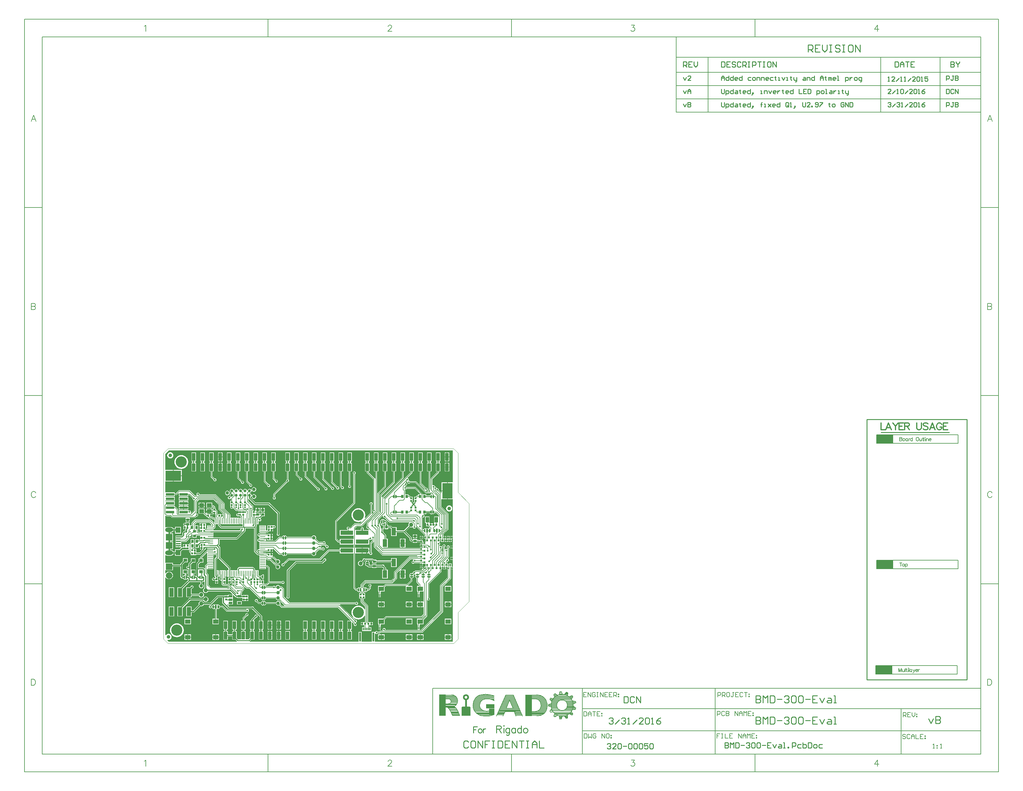
<source format=gtl>
G04 Layer_Physical_Order=1*
G04 Layer_Color=255*
%FSLAX25Y25*%
%MOIN*%
G70*
G01*
G75*
%ADD10C,0.00600*%
%ADD11R,0.00984X0.01417*%
%ADD12C,0.00787*%
%ADD13C,0.03937*%
%ADD14R,0.03543X0.02953*%
%ADD15R,0.05512X0.04528*%
%ADD16R,0.03937X0.06102*%
%ADD17R,0.04134X0.02598*%
%ADD18R,0.00984X0.06102*%
%ADD19R,0.06102X0.00984*%
%ADD20R,0.01929X0.01929*%
%ADD21R,0.11811X0.17716*%
%ADD22R,0.17716X0.11811*%
%ADD23C,0.04724*%
%ADD24R,0.04724X0.09843*%
%ADD25R,0.06102X0.05118*%
%ADD26R,0.05906X0.05118*%
%ADD27R,0.02953X0.03543*%
%ADD28R,0.02165X0.02047*%
%ADD29R,0.02047X0.02165*%
%ADD30R,0.02441X0.02441*%
%ADD31R,0.00787X0.00984*%
%ADD32R,0.05000X0.08661*%
%ADD33R,0.14488X0.05000*%
%ADD34R,0.04016X0.08622*%
%ADD35R,0.07480X0.07480*%
%ADD36R,0.05315X0.01575*%
%ADD37R,0.05512X0.06299*%
%ADD38R,0.09449X0.02992*%
%ADD39C,0.03150*%
%ADD40R,0.01378X0.03150*%
%ADD41R,0.02362X0.10236*%
%ADD42R,0.04016X0.03465*%
%ADD43R,0.01181X0.01772*%
%ADD44C,0.01200*%
%ADD45C,0.00800*%
%ADD46C,0.01000*%
%ADD47C,0.00602*%
%ADD48C,0.00900*%
%ADD49C,0.01600*%
%ADD50C,0.00787*%
%ADD51C,0.00500*%
%ADD52R,0.19000X0.09500*%
%ADD53C,0.00200*%
%ADD54C,0.01180*%
%ADD55C,0.00700*%
%ADD56R,0.02000X0.07500*%
%ADD57R,0.17300X0.00300*%
%ADD58R,0.20400X0.00300*%
%ADD59R,0.07400X0.24300*%
%ADD60R,0.19900X0.00500*%
%ADD61R,0.00400X0.00300*%
%ADD62R,0.00700X0.00300*%
%ADD63R,0.00400X0.00333*%
%ADD64R,0.00300X0.00400*%
%ADD65R,0.00300X0.00300*%
%ADD66R,0.07400X0.00397*%
%ADD67R,0.07500X0.00390*%
%ADD68R,0.13000X0.00397*%
%ADD69R,0.01400X0.00300*%
%ADD70R,0.02300X0.00400*%
%ADD71R,0.02300X0.00300*%
%ADD72R,0.01600X0.00500*%
%ADD73R,0.02500X0.00300*%
%ADD74R,0.02300X0.00500*%
%ADD75R,0.03000X0.00400*%
%ADD76R,0.02900X0.00400*%
%ADD77R,0.03000X0.00300*%
%ADD78R,0.03100X0.00400*%
%ADD79R,0.02800X0.00500*%
%ADD80R,0.03600X0.01300*%
%ADD81R,0.00900X0.00400*%
%ADD82R,0.03300X0.00300*%
%ADD83R,0.01700X0.00300*%
%ADD84R,0.03600X0.00300*%
%ADD85R,0.04600X0.00300*%
%ADD86R,0.09300X0.00400*%
%ADD87R,0.12800X0.00400*%
%ADD88R,0.08300X0.00400*%
%ADD89R,0.10000X0.00400*%
%ADD90R,0.14400X0.00400*%
%ADD91R,0.10300X0.00300*%
%ADD92R,0.14800X0.00300*%
%ADD93R,0.08500X0.00300*%
%ADD94R,0.12600X0.00300*%
%ADD95R,0.15800X0.00300*%
%ADD96R,0.11200X0.00400*%
%ADD97R,0.03500X0.00300*%
%ADD98R,0.16000X0.00300*%
%ADD99R,0.08900X0.00300*%
%ADD100R,0.14700X0.00300*%
%ADD101R,0.16700X0.00400*%
%ADD102R,0.15200X0.00400*%
%ADD103R,0.16800X0.00400*%
%ADD104R,0.17000X0.00400*%
%ADD105R,0.17500X0.00500*%
%ADD106R,0.01200X0.00400*%
%ADD107R,0.15000X0.00300*%
%ADD108R,0.09300X0.00300*%
%ADD109R,0.18000X0.00300*%
%ADD110R,0.17800X0.00400*%
%ADD111R,0.01700X0.00400*%
%ADD112R,0.15700X0.00300*%
%ADD113R,0.18600X0.00300*%
%ADD114R,0.09700X0.00300*%
%ADD115R,0.18700X0.00300*%
%ADD116R,0.18300X0.00400*%
%ADD117R,0.02800X0.00600*%
%ADD118R,0.15700X0.00400*%
%ADD119R,0.19000X0.00400*%
%ADD120R,0.19300X0.00400*%
%ADD121R,0.18800X0.00500*%
%ADD122R,0.03900X0.00400*%
%ADD123R,0.16400X0.00300*%
%ADD124R,0.19600X0.00300*%
%ADD125R,0.19700X0.00300*%
%ADD126R,0.19000X0.00300*%
%ADD127R,0.20700X0.00300*%
%ADD128R,0.20100X0.00300*%
%ADD129R,0.10600X0.00300*%
%ADD130R,0.20000X0.00300*%
%ADD131R,0.19400X0.00300*%
%ADD132R,0.20300X0.00400*%
%ADD133R,0.10900X0.00400*%
%ADD134R,0.20500X0.00400*%
%ADD135R,0.19500X0.00400*%
%ADD136R,0.20600X0.00300*%
%ADD137R,0.11100X0.00300*%
%ADD138R,0.20800X0.00300*%
%ADD139R,0.21000X0.00300*%
%ADD140R,0.11300X0.00300*%
%ADD141R,0.21100X0.00300*%
%ADD142R,0.19800X0.00300*%
%ADD143R,0.20700X0.00400*%
%ADD144R,0.00600X0.00400*%
%ADD145R,0.21400X0.00400*%
%ADD146R,0.11700X0.00400*%
%ADD147R,0.21300X0.00400*%
%ADD148R,0.20100X0.00400*%
%ADD149R,0.02200X0.00400*%
%ADD150R,0.21700X0.00300*%
%ADD151R,0.12000X0.00300*%
%ADD152R,0.20200X0.00300*%
%ADD153R,0.03400X0.00300*%
%ADD154R,0.12700X0.00300*%
%ADD155R,0.12300X0.00300*%
%ADD156R,0.05900X0.00400*%
%ADD157R,0.09900X0.00300*%
%ADD158R,0.24200X0.00400*%
%ADD159R,0.12600X0.00400*%
%ADD160R,0.04100X0.00500*%
%ADD161R,0.10800X0.00400*%
%ADD162R,0.08600X0.00400*%
%ADD163R,0.24300X0.00300*%
%ADD164R,0.12900X0.00300*%
%ADD165R,0.03200X0.00300*%
%ADD166R,0.10000X0.00300*%
%ADD167R,0.07900X0.00300*%
%ADD168R,0.24500X0.00300*%
%ADD169R,0.08300X0.00300*%
%ADD170R,0.13300X0.00300*%
%ADD171R,0.02200X0.00500*%
%ADD172R,0.07800X0.00300*%
%ADD173R,0.10400X0.00400*%
%ADD174R,0.13000X0.00400*%
%ADD175R,0.08400X0.00400*%
%ADD176R,0.13700X0.00400*%
%ADD177R,0.01300X0.00400*%
%ADD178R,0.09400X0.00400*%
%ADD179R,0.07900X0.00400*%
%ADD180R,0.09100X0.00400*%
%ADD181R,0.11000X0.00300*%
%ADD182R,0.08000X0.00300*%
%ADD183R,0.13800X0.00300*%
%ADD184R,0.01100X0.00300*%
%ADD185R,0.09000X0.00300*%
%ADD186R,0.07600X0.00300*%
%ADD187R,0.08400X0.00300*%
%ADD188R,0.06700X0.00300*%
%ADD189R,0.07000X0.00300*%
%ADD190R,0.07700X0.00300*%
%ADD191R,0.07700X0.00400*%
%ADD192R,0.07000X0.00400*%
%ADD193R,0.06700X0.00400*%
%ADD194R,0.08700X0.00400*%
%ADD195R,0.07500X0.00300*%
%ADD196R,0.06600X0.00300*%
%ADD197R,0.08600X0.00300*%
%ADD198R,0.06900X0.00300*%
%ADD199R,0.07400X0.00300*%
%ADD200R,0.10600X0.00400*%
%ADD201R,0.07100X0.00400*%
%ADD202R,0.07300X0.00400*%
%ADD203R,0.06600X0.00400*%
%ADD204R,0.08000X0.00400*%
%ADD205R,0.10400X0.00300*%
%ADD206R,0.07200X0.00300*%
%ADD207R,0.06800X0.00300*%
%ADD208R,0.07300X0.00300*%
%ADD209R,0.06900X0.00400*%
%ADD210R,0.07400X0.00400*%
%ADD211R,0.07100X0.00300*%
%ADD212R,0.06300X0.00400*%
%ADD213R,0.08100X0.00400*%
%ADD214R,0.11600X0.00300*%
%ADD215R,0.06400X0.00300*%
%ADD216R,0.08700X0.00300*%
%ADD217R,0.07200X0.00400*%
%ADD218R,0.09700X0.04700*%
%ADD219R,0.18900X0.00600*%
%ADD220R,0.09400X0.00300*%
%ADD221R,0.09200X0.00300*%
%ADD222R,0.18800X0.00300*%
%ADD223R,0.06400X0.00400*%
%ADD224R,0.09500X0.00400*%
%ADD225R,0.07800X0.00400*%
%ADD226R,0.18800X0.00400*%
%ADD227R,0.18200X0.00400*%
%ADD228R,0.17700X0.00300*%
%ADD229R,0.09000X0.00400*%
%ADD230R,0.07500X0.00400*%
%ADD231R,0.17200X0.00500*%
%ADD232R,0.16900X0.00600*%
%ADD233R,0.08400X0.00500*%
%ADD234R,0.06500X0.00400*%
%ADD235R,0.09100X0.00300*%
%ADD236R,0.17900X0.00300*%
%ADD237R,0.09600X0.00300*%
%ADD238R,0.06658X0.00300*%
%ADD239R,0.08800X0.00500*%
%ADD240R,0.10100X0.00400*%
%ADD241R,0.22000X0.00300*%
%ADD242R,0.06300X0.07000*%
%ADD243R,0.08100X0.00300*%
%ADD244R,0.22300X0.00400*%
%ADD245R,0.10900X0.00300*%
%ADD246R,0.22600X0.00300*%
%ADD247R,0.22900X0.00300*%
%ADD248R,0.09700X0.00400*%
%ADD249R,0.23300X0.00400*%
%ADD250R,0.08200X0.00400*%
%ADD251R,0.23500X0.00300*%
%ADD252R,0.23800X0.00500*%
%ADD253R,0.24500X0.00400*%
%ADD254R,0.24000X0.00400*%
%ADD255R,0.24600X0.00300*%
%ADD256R,0.08900X0.00400*%
%ADD257R,0.01000X0.00400*%
%ADD258R,0.07600X0.00400*%
%ADD259R,0.21700X0.00400*%
%ADD260R,0.21600X0.00300*%
%ADD261R,0.20500X0.00300*%
%ADD262R,0.00600X0.00300*%
%ADD263R,0.21900X0.00300*%
%ADD264R,0.21100X0.00400*%
%ADD265R,0.20400X0.00400*%
%ADD266R,0.22000X0.00400*%
%ADD267R,0.21000X0.00400*%
%ADD268R,0.07900X0.00600*%
%ADD269R,0.21500X0.00300*%
%ADD270R,0.20200X0.00400*%
%ADD271R,0.20300X0.00300*%
%ADD272R,0.20300X0.00500*%
%ADD273R,0.07500X0.00500*%
%ADD274R,0.19600X0.00400*%
%ADD275R,0.03700X0.00300*%
%ADD276R,0.19200X0.00300*%
%ADD277R,0.02600X0.00300*%
%ADD278R,0.19900X0.00300*%
%ADD279R,0.15400X0.00400*%
%ADD280R,0.00800X0.00300*%
%ADD281R,0.15300X0.00300*%
%ADD282R,0.17000X0.00300*%
%ADD283R,0.08200X0.00300*%
%ADD284R,0.15300X0.00400*%
%ADD285R,0.18300X0.00300*%
%ADD286R,0.11000X0.00400*%
%ADD287R,0.03300X0.00400*%
%ADD288R,0.17600X0.00400*%
%ADD289R,0.13300X0.00400*%
%ADD290R,0.07900X0.00500*%
%ADD291R,0.07400X0.00430*%
%ADD292R,0.07300X0.24000*%
%ADD293R,0.03700X0.00397*%
%ADD294R,0.05300X0.00397*%
%ADD295R,0.03000X0.00397*%
%ADD296R,0.06700X0.00356*%
%ADD297R,0.03300X0.00333*%
%ADD298R,0.02000X0.00333*%
%ADD299R,0.03100X0.00333*%
%ADD300R,0.01200X0.00333*%
%ADD301R,0.02900X0.00333*%
%ADD302R,0.03000X0.00408*%
%ADD303R,0.02700X0.00333*%
%ADD304R,0.03000X0.00333*%
%ADD305R,0.02300X0.00333*%
%ADD306R,0.03000X0.00333*%
%ADD307R,0.02200X0.00333*%
%ADD308R,0.02500X0.00333*%
%ADD309R,0.01300X0.00426*%
%ADD310R,0.02300X0.00333*%
%ADD311R,0.02000X0.00469*%
%ADD312R,0.18109X0.00300*%
%ADD313R,0.02983X0.00600*%
%ADD314R,0.16055X0.00400*%
%ADD315R,0.08066X0.00300*%
%ADD316R,0.10834X0.00300*%
%ADD317R,0.07366X0.00300*%
%ADD318R,0.08294X0.00400*%
%ADD319R,0.09383X0.00400*%
%ADD320R,0.09283X0.00300*%
%ADD321R,0.06560X0.00300*%
%ADD322R,0.21453X0.00400*%
%ADD323R,0.08482X0.00400*%
%ADD324R,0.08428X0.00300*%
%ADD325R,0.08160X0.00400*%
%ADD326R,0.20477X0.00400*%
%ADD327R,0.08049X0.00600*%
%ADD328R,0.08000X0.00432*%
%ADD329R,0.02600X0.00427*%
%ADD330C,0.07400*%
%ADD331R,0.07400X0.07400*%
%ADD332O,0.09055X0.05118*%
%ADD333C,0.12598*%
%ADD334C,0.02000*%
G36*
X274945Y183234D02*
X275052Y183136D01*
X275356Y182639D01*
X275269Y182200D01*
X275393Y181576D01*
X275746Y181046D01*
X276276Y180693D01*
X276900Y180569D01*
X277524Y180693D01*
X278053Y181046D01*
X278211Y181282D01*
X284420D01*
X296151Y169551D01*
X296449Y169352D01*
X296800Y169282D01*
X302373D01*
X302381Y169278D01*
X302430Y169185D01*
X302434Y169143D01*
X302431Y169033D01*
X302114Y168497D01*
X302019Y168467D01*
X301952Y168411D01*
X301866Y168397D01*
X301753Y168326D01*
X301727Y168315D01*
X301686Y168284D01*
X301505Y168170D01*
X301465Y168114D01*
X301462Y168112D01*
X301398Y168086D01*
X301281Y167973D01*
X301173Y167890D01*
X301107Y167805D01*
X301068Y167766D01*
X301055Y167736D01*
X300998Y167662D01*
X300966Y167639D01*
X300910Y167547D01*
X300748Y167336D01*
X300679Y167169D01*
X300650Y167122D01*
X296635D01*
Y168372D01*
X292713D01*
X292665Y168613D01*
X292466Y168911D01*
X284928Y176449D01*
X284630Y176648D01*
X284279Y176718D01*
X274244D01*
X274153Y176854D01*
X273624Y177207D01*
X273000Y177331D01*
X272847Y177301D01*
X272552Y177854D01*
X273122Y178424D01*
X273400Y178369D01*
X274024Y178493D01*
X274553Y178847D01*
X274907Y179376D01*
X275031Y180000D01*
X274907Y180624D01*
X274553Y181154D01*
X274024Y181507D01*
X273715Y181569D01*
X273517Y182220D01*
X274575Y183277D01*
X274945Y183234D01*
D02*
G37*
G36*
X289855Y168926D02*
X289626Y168372D01*
X287365D01*
Y167020D01*
X286425D01*
X286035Y166942D01*
X285704Y166721D01*
X284682Y165698D01*
X282817D01*
Y162451D01*
Y160451D01*
X282796Y160343D01*
Y159638D01*
X282085Y158927D01*
X282047Y158934D01*
X282010Y158927D01*
X281200Y159736D01*
Y160421D01*
X281183Y160510D01*
Y162526D01*
Y165773D01*
X279318D01*
X278371Y166721D01*
X278040Y166942D01*
X277650Y167020D01*
X276635D01*
Y168372D01*
X272918D01*
Y172600D01*
X272848Y172951D01*
X272649Y173249D01*
X272302Y173596D01*
X272598Y174149D01*
X273000Y174069D01*
X273624Y174193D01*
X274153Y174547D01*
X274378Y174882D01*
X283899D01*
X289855Y168926D01*
D02*
G37*
G36*
X304496Y167839D02*
X304750Y167670D01*
X305040Y167380D01*
X305250Y167150D01*
X305480Y166760D01*
X305590Y166390D01*
X305570Y165520D01*
X305470Y165240D01*
X305140Y164700D01*
X304810Y164380D01*
X304449Y164154D01*
X304050Y164030D01*
X303850Y164100D01*
X303732Y164307D01*
Y167701D01*
X304030Y167990D01*
X304496Y167839D01*
D02*
G37*
G36*
X262336D02*
X262590Y167670D01*
X262880Y167380D01*
X263090Y167150D01*
X263320Y166760D01*
X263430Y166390D01*
X263410Y165520D01*
X263310Y165240D01*
X262980Y164700D01*
X262650Y164380D01*
X262289Y164154D01*
X261890Y164030D01*
X261690Y164100D01*
X261572Y164307D01*
Y167701D01*
X261870Y167990D01*
X262336Y167839D01*
D02*
G37*
G36*
X302810Y167900D02*
X302928Y167693D01*
Y164299D01*
X302630Y164010D01*
X302164Y164161D01*
X301910Y164330D01*
X301620Y164620D01*
X301410Y164850D01*
X301180Y165240D01*
X301070Y165610D01*
X301090Y166480D01*
X301190Y166760D01*
X301520Y167300D01*
X301850Y167620D01*
X302211Y167847D01*
X302610Y167970D01*
X302810Y167900D01*
D02*
G37*
G36*
X260650D02*
X260768Y167693D01*
Y164299D01*
X260470Y164010D01*
X260004Y164161D01*
X259750Y164330D01*
X259460Y164620D01*
X259250Y164850D01*
X259020Y165240D01*
X258910Y165610D01*
X258930Y166480D01*
X259030Y166760D01*
X259360Y167300D01*
X259690Y167620D01*
X260051Y167847D01*
X260450Y167970D01*
X260650Y167900D01*
D02*
G37*
G36*
X17353Y169695D02*
Y166404D01*
X28002D01*
Y167582D01*
X29123D01*
X32664Y164041D01*
X32609Y163763D01*
X32733Y163139D01*
X33087Y162609D01*
X33616Y162256D01*
X33824Y162215D01*
X34152Y161627D01*
X34144Y161585D01*
X34082Y161275D01*
Y150336D01*
X31139Y147393D01*
X30674Y147776D01*
X30807Y147976D01*
X30931Y148600D01*
X30807Y149224D01*
X30454Y149753D01*
X29924Y150107D01*
X29300Y150231D01*
X28676Y150107D01*
X28602Y150058D01*
X28002Y150378D01*
Y150596D01*
X17353D01*
Y146570D01*
X16313D01*
X16162Y146722D01*
Y151361D01*
X16092Y151713D01*
X15893Y152010D01*
X13754Y154149D01*
X13457Y154348D01*
X13105Y154418D01*
X12647D01*
Y155596D01*
X3719D01*
X3409Y156196D01*
X3557Y156404D01*
X12647D01*
Y160596D01*
X2039D01*
Y161404D01*
X12647D01*
Y165596D01*
X2039D01*
Y166404D01*
X12647D01*
Y167582D01*
X14076D01*
X14427Y167652D01*
X14724Y167851D01*
X16798Y169925D01*
X17353Y169695D01*
D02*
G37*
G36*
X304336Y150339D02*
X304590Y150170D01*
X304880Y149880D01*
X305090Y149650D01*
X305320Y149260D01*
X305430Y148890D01*
X305410Y148020D01*
X305310Y147740D01*
X304980Y147200D01*
X304650Y146880D01*
X304289Y146653D01*
X303890Y146530D01*
X303690Y146600D01*
X303572Y146807D01*
Y150201D01*
X303870Y150490D01*
X304336Y150339D01*
D02*
G37*
G36*
X262336D02*
X262590Y150170D01*
X262880Y149880D01*
X263090Y149650D01*
X263320Y149260D01*
X263430Y148890D01*
X263410Y148020D01*
X263310Y147740D01*
X262980Y147200D01*
X262650Y146880D01*
X262289Y146653D01*
X261890Y146530D01*
X261690Y146600D01*
X261572Y146807D01*
Y150201D01*
X261870Y150490D01*
X262336Y150339D01*
D02*
G37*
G36*
X302650Y150400D02*
X302768Y150193D01*
Y146799D01*
X302470Y146510D01*
X302004Y146661D01*
X301750Y146830D01*
X301460Y147120D01*
X301250Y147350D01*
X301020Y147740D01*
X300910Y148110D01*
X300930Y148980D01*
X301030Y149260D01*
X301360Y149800D01*
X301690Y150120D01*
X302051Y150347D01*
X302450Y150470D01*
X302650Y150400D01*
D02*
G37*
G36*
X260650D02*
X260768Y150193D01*
Y146799D01*
X260470Y146510D01*
X260004Y146661D01*
X259750Y146830D01*
X259460Y147120D01*
X259250Y147350D01*
X259020Y147740D01*
X258910Y148110D01*
X258930Y148980D01*
X259030Y149260D01*
X259360Y149800D01*
X259690Y150120D01*
X260051Y150347D01*
X260450Y150470D01*
X260650Y150400D01*
D02*
G37*
G36*
X310949Y144676D02*
Y143816D01*
X310572Y143372D01*
X305435D01*
Y136069D01*
X305111Y135968D01*
Y134221D01*
X304511D01*
Y135903D01*
X303187D01*
Y135903D01*
X303084D01*
Y135903D01*
X301761D01*
Y134221D01*
X301161D01*
Y135903D01*
X300867D01*
X300336Y136069D01*
Y143372D01*
X295199D01*
Y136069D01*
X296156D01*
X296687Y135903D01*
Y132538D01*
X298466D01*
X299415Y131589D01*
X299713Y131390D01*
X299788Y131375D01*
X300522Y130641D01*
X300200Y130115D01*
X300161Y130127D01*
X300062Y130120D01*
X299970Y130159D01*
X299843Y130108D01*
X299791Y130098D01*
X299666Y130088D01*
X299650Y130070D01*
X299612Y130062D01*
X298976Y129941D01*
X298678Y130140D01*
X298327Y130210D01*
X296949D01*
X296597Y130140D01*
X296299Y129941D01*
X295767Y130022D01*
X295661Y130062D01*
X295570Y130081D01*
X295507Y130103D01*
X295470Y130101D01*
X295310Y130132D01*
X295167Y130104D01*
X295100Y130110D01*
X295083Y130105D01*
X295082Y130105D01*
X295054Y130102D01*
X295004Y130081D01*
X294702Y129987D01*
X294635Y129931D01*
X294549Y129916D01*
X294436Y129845D01*
X294409Y129834D01*
X294369Y129804D01*
X294188Y129690D01*
X294148Y129634D01*
X294144Y129631D01*
X294080Y129606D01*
X293964Y129493D01*
X293856Y129410D01*
X293790Y129324D01*
X293750Y129286D01*
X293737Y129256D01*
X293681Y129182D01*
X293648Y129158D01*
X293023Y129014D01*
X292709Y129233D01*
Y142249D01*
X292874Y142384D01*
X293498Y142509D01*
X294028Y142862D01*
X294381Y143392D01*
X294505Y144016D01*
X294381Y144640D01*
X294028Y145169D01*
X293498Y145523D01*
X293471Y145528D01*
X293530Y146128D01*
X296635D01*
Y147276D01*
X300539D01*
X300546Y147265D01*
X300588Y147164D01*
X300665Y147064D01*
X300691Y147020D01*
X300709Y147006D01*
X300761Y146939D01*
X300770Y146912D01*
X300838Y146838D01*
X301013Y146610D01*
X301179Y146483D01*
X301291Y146371D01*
X301353Y146345D01*
X301391Y146289D01*
X301645Y146120D01*
X301734Y146103D01*
X301803Y146044D01*
X302269Y145892D01*
X302369Y145900D01*
X302461Y145861D01*
X302588Y145911D01*
X302639Y145922D01*
X302765Y145931D01*
X302817Y145957D01*
X302819Y145957D01*
X302823Y145960D01*
X303171Y146131D01*
X303475Y145987D01*
X303478Y145986D01*
X303521Y145957D01*
X303613Y145939D01*
X303676Y145917D01*
X303713Y145919D01*
X303872Y145887D01*
X304015Y145916D01*
X304082Y145910D01*
X304100Y145915D01*
X304101Y145914D01*
X304129Y145918D01*
X304178Y145939D01*
X304481Y146033D01*
X304548Y146089D01*
X304634Y146103D01*
X304747Y146174D01*
X304773Y146185D01*
X304814Y146216D01*
X304995Y146330D01*
X305035Y146386D01*
X305038Y146388D01*
X305102Y146414D01*
X305219Y146527D01*
X305327Y146610D01*
X305393Y146695D01*
X305432Y146734D01*
X305445Y146764D01*
X305502Y146838D01*
X305534Y146861D01*
X305590Y146953D01*
X305752Y147164D01*
X305821Y147331D01*
X305864Y147401D01*
X305873Y147455D01*
X305882Y147478D01*
X305922Y147522D01*
X305922Y147524D01*
X308101D01*
X310949Y144676D01*
D02*
G37*
G36*
X62358Y156395D02*
Y151558D01*
X62428Y151207D01*
X62627Y150909D01*
X66903Y146633D01*
X66654Y146033D01*
X66213D01*
Y144350D01*
X65613D01*
Y146033D01*
X61140D01*
Y144889D01*
X60540Y144568D01*
X60441Y144634D01*
Y149768D01*
X60363Y150158D01*
X60142Y150489D01*
X59662Y150969D01*
X59331Y151190D01*
X59021Y151252D01*
Y152549D01*
X58358D01*
Y153661D01*
X58281Y154052D01*
X58060Y154382D01*
X56721Y155721D01*
X56390Y155942D01*
X56000Y156020D01*
X55025D01*
Y159061D01*
X48313D01*
Y153333D01*
X55025D01*
Y153866D01*
X55625Y153933D01*
X56319Y153239D01*
Y152549D01*
X55656D01*
Y149302D01*
Y148076D01*
X57339D01*
Y147776D01*
X57639D01*
Y146152D01*
X58402D01*
Y143768D01*
X58479Y143377D01*
X58700Y143047D01*
X59065Y142682D01*
X58836Y142128D01*
X57624D01*
Y142120D01*
X56441D01*
X55572Y142989D01*
X55241Y143210D01*
X55037Y143250D01*
Y144050D01*
X53413D01*
Y144350D01*
X53113D01*
Y146033D01*
X49048D01*
X49044Y146040D01*
X49364Y146640D01*
X51369D01*
Y149204D01*
X48313D01*
Y147087D01*
X48313Y146977D01*
X48125Y146899D01*
X47713Y146729D01*
X46364Y148078D01*
Y152368D01*
X39652D01*
Y146640D01*
X44918D01*
X47379Y144179D01*
X47710Y143958D01*
X48100Y143880D01*
X48640D01*
Y142668D01*
X49978D01*
X50003Y142543D01*
X50224Y142212D01*
X50889Y141547D01*
X51220Y141326D01*
X51610Y141248D01*
X54429D01*
X55298Y140379D01*
X55629Y140158D01*
X56019Y140080D01*
X57624D01*
Y136701D01*
X57070Y136472D01*
X53621Y139921D01*
X53290Y140142D01*
X52900Y140220D01*
X36005D01*
X35615Y140142D01*
X35284Y139921D01*
X31987Y136624D01*
X31766Y136293D01*
X31688Y135903D01*
Y133494D01*
X29872D01*
X29572Y133969D01*
Y136817D01*
X24828D01*
Y136592D01*
X24554Y136383D01*
X24228Y136226D01*
X23700Y136331D01*
X23076Y136207D01*
X22546Y135854D01*
X22193Y135324D01*
X22069Y134700D01*
X22193Y134076D01*
X22546Y133546D01*
X23076Y133193D01*
X23700Y133069D01*
X24119Y133152D01*
X24436Y132775D01*
X24159Y132283D01*
X24125D01*
Y130600D01*
Y128917D01*
X24336D01*
X24536Y128769D01*
X24811Y128317D01*
X24808Y128300D01*
Y127381D01*
X23736D01*
X23268Y127288D01*
X22871Y127023D01*
X21733Y125885D01*
X21468Y125488D01*
X21375Y125020D01*
Y122574D01*
X20548Y121747D01*
X19948Y121792D01*
Y121879D01*
X13433D01*
Y119105D01*
Y116546D01*
Y113987D01*
Y111428D01*
Y110556D01*
X16691D01*
X19948D01*
Y111428D01*
Y114818D01*
X24858D01*
X25248Y114896D01*
X25579Y115117D01*
X28552Y118090D01*
X28773Y118421D01*
X28851Y118811D01*
Y119357D01*
X29669D01*
Y120843D01*
X29969D01*
Y121142D01*
X31159D01*
Y122328D01*
X31159D01*
X31159Y122539D01*
X31188Y122916D01*
X31489Y123118D01*
X31831Y123460D01*
X32432Y123212D01*
Y119498D01*
X37175D01*
Y121610D01*
X41085D01*
X41140Y121033D01*
X41140D01*
Y119650D01*
X42764D01*
Y119050D01*
X41140D01*
Y117668D01*
X40858Y117184D01*
X39746D01*
Y117687D01*
X35593D01*
Y112943D01*
X35593Y112943D01*
Y112687D01*
X35593D01*
X35593Y112343D01*
Y107943D01*
X39746D01*
Y110660D01*
X40586Y111500D01*
X41140Y111270D01*
Y109668D01*
X41140Y109668D01*
Y109533D01*
X41140D01*
X41140Y109068D01*
Y108150D01*
X42764D01*
Y107850D01*
X43064D01*
Y106094D01*
X43282Y105568D01*
X40435Y102722D01*
X36928D01*
X36821Y103277D01*
Y103750D01*
X36821D01*
Y107116D01*
X33067D01*
Y107943D01*
X34628D01*
Y112687D01*
X34628Y112687D01*
Y112943D01*
X34628D01*
X34628Y113287D01*
Y117687D01*
X30475D01*
Y114385D01*
X29303Y113213D01*
X29082Y112882D01*
X29028Y112612D01*
X28805Y112104D01*
X27422D01*
Y110480D01*
X26822D01*
Y112104D01*
X25439D01*
Y112104D01*
X25305D01*
Y112104D01*
X23922D01*
Y110480D01*
X23622D01*
Y110180D01*
X21939D01*
Y108758D01*
X20852D01*
X20852Y108758D01*
X20471Y108682D01*
X20041Y109007D01*
X19948Y109132D01*
Y109956D01*
X16991D01*
Y108869D01*
X19554D01*
X19722Y108561D01*
X19771Y108268D01*
X18028Y106525D01*
X12941D01*
Y103809D01*
X10958D01*
X10889Y103975D01*
X10383Y104635D01*
X9723Y105141D01*
X8955Y105460D01*
X8130Y105568D01*
X7589D01*
Y106309D01*
X10500D01*
Y114990D01*
X7587D01*
Y115758D01*
X10500D01*
Y124439D01*
X7587D01*
Y125180D01*
X8128D01*
X8953Y125288D01*
X9721Y125607D01*
X10381Y126113D01*
X10887Y126773D01*
X10956Y126939D01*
X12941D01*
Y124223D01*
X19653D01*
Y131722D01*
X12941D01*
Y129794D01*
X10956D01*
X10887Y129959D01*
X10381Y130619D01*
X9721Y131126D01*
X8953Y131444D01*
X8128Y131553D01*
X4191D01*
X3366Y131444D01*
X2598Y131126D01*
X2577Y131110D01*
X2039Y131375D01*
Y144107D01*
X2593Y144337D01*
X2779Y144151D01*
X3077Y143952D01*
X3428Y143882D01*
X7520D01*
X9151Y142251D01*
X9449Y142052D01*
X9800Y141982D01*
X24248D01*
X24828Y141935D01*
X24828Y141382D01*
Y140159D01*
X27200D01*
X29572D01*
X29572Y141935D01*
X30152Y141982D01*
X35100D01*
X35451Y142052D01*
X35749Y142251D01*
X37122Y143624D01*
X37400Y143569D01*
X38024Y143693D01*
X38554Y144046D01*
X38907Y144576D01*
X39031Y145200D01*
X38907Y145824D01*
X38554Y146353D01*
X38024Y146707D01*
X37400Y146831D01*
X36776Y146707D01*
X36704Y146659D01*
X36321Y147125D01*
X37149Y147953D01*
X37348Y148250D01*
X37418Y148602D01*
Y160032D01*
X39738Y162353D01*
X56399D01*
X62358Y156395D01*
D02*
G37*
G36*
X248636Y139639D02*
X248890Y139470D01*
X249180Y139180D01*
X249390Y138950D01*
X249620Y138560D01*
X249730Y138190D01*
X249710Y137320D01*
X249610Y137040D01*
X249280Y136500D01*
X248950Y136180D01*
X248589Y135953D01*
X248190Y135830D01*
X247990Y135900D01*
X247872Y136107D01*
Y139501D01*
X248170Y139790D01*
X248636Y139639D01*
D02*
G37*
G36*
X247150Y139700D02*
X247268Y139493D01*
Y136099D01*
X246970Y135810D01*
X246504Y135961D01*
X246250Y136130D01*
X245960Y136420D01*
X245750Y136650D01*
X245520Y137040D01*
X245410Y137410D01*
X245430Y138280D01*
X245530Y138560D01*
X245860Y139100D01*
X246190Y139420D01*
X246551Y139646D01*
X246950Y139770D01*
X247150Y139700D01*
D02*
G37*
G36*
X250437Y135504D02*
Y133972D01*
X249483D01*
Y129228D01*
X253635D01*
Y130478D01*
X256335D01*
X256900Y129914D01*
Y121565D01*
X263100D01*
Y125374D01*
X271332D01*
X277878Y118827D01*
Y117200D01*
X277878Y117200D01*
X277964Y116771D01*
X278207Y116407D01*
X279501Y115112D01*
X279501Y115112D01*
X279865Y114869D01*
X280294Y114784D01*
X280294Y114784D01*
X281546D01*
Y113829D01*
X286289D01*
Y114778D01*
X287035D01*
X287095Y114719D01*
X287095Y114719D01*
X287459Y114476D01*
X287888Y114390D01*
X287888Y114390D01*
X289439D01*
Y113947D01*
X292568D01*
X292859Y113646D01*
X294247D01*
Y114911D01*
X292983D01*
X292568Y115340D01*
Y117076D01*
X289439D01*
Y116633D01*
X288353D01*
X288293Y116693D01*
X287929Y116936D01*
X287500Y117022D01*
X287500Y117022D01*
X286289D01*
Y117982D01*
X281546D01*
Y117027D01*
X280759D01*
X280121Y117665D01*
Y119292D01*
X280122Y119292D01*
X280036Y119721D01*
X279793Y120085D01*
X273382Y126496D01*
X278254Y131368D01*
X278627Y131214D01*
X279400Y131112D01*
X280173Y131214D01*
X280894Y131512D01*
X280900Y131517D01*
X281186Y131408D01*
X281486Y131211D01*
X281593Y130676D01*
X281946Y130147D01*
X282476Y129793D01*
X283100Y129669D01*
X283724Y129793D01*
X284254Y130147D01*
X284607Y130676D01*
X284731Y131300D01*
X284676Y131578D01*
X285229Y131873D01*
X294417Y122685D01*
Y121407D01*
X293770D01*
Y118278D01*
X295507D01*
X295935Y117864D01*
Y114911D01*
X294847D01*
Y113347D01*
X294547D01*
Y113047D01*
X292859D01*
X292568Y112746D01*
X289439D01*
Y109617D01*
X292568D01*
X292983Y109188D01*
Y108843D01*
X292568Y108415D01*
X289439D01*
Y107768D01*
X248112D01*
X247958Y107973D01*
X248258Y108573D01*
X253100D01*
Y118435D01*
X251121D01*
Y122300D01*
X251036Y122729D01*
X250793Y123093D01*
X250793Y123093D01*
X248324Y125562D01*
X248331Y125600D01*
X248207Y126224D01*
X247853Y126753D01*
X247821Y126775D01*
Y129228D01*
X248517D01*
Y133972D01*
X246122D01*
Y134781D01*
X246687Y135219D01*
X246769Y135192D01*
X246869Y135200D01*
X246960Y135161D01*
X247088Y135211D01*
X247139Y135222D01*
X247265Y135231D01*
X247776Y135287D01*
X247778Y135286D01*
X247821Y135257D01*
X247913Y135239D01*
X247975Y135217D01*
X248013Y135219D01*
X248172Y135187D01*
X248315Y135216D01*
X248382Y135210D01*
X248400Y135215D01*
X248401Y135214D01*
X248429Y135218D01*
X248478Y135239D01*
X248781Y135333D01*
X248848Y135389D01*
X248934Y135403D01*
X249047Y135474D01*
X249074Y135485D01*
X249114Y135516D01*
X249295Y135630D01*
X249328Y135676D01*
X249349Y135690D01*
X249351Y135694D01*
X249402Y135714D01*
X249519Y135827D01*
X249627Y135910D01*
X249693Y135995D01*
X249732Y136034D01*
X249861Y136037D01*
X250437Y135504D01*
D02*
G37*
G36*
X53994Y134119D02*
X53764Y133565D01*
X49061D01*
Y129555D01*
X48163D01*
X47817Y129902D01*
Y132136D01*
Y135777D01*
X42753D01*
Y133957D01*
X42453D01*
Y133657D01*
X40632D01*
Y132136D01*
Y130757D01*
X42453D01*
Y130157D01*
X40632D01*
Y128636D01*
X41026D01*
Y127257D01*
X42650D01*
Y126657D01*
X41026D01*
Y125618D01*
X39485D01*
X38972Y126131D01*
Y128750D01*
X39143D01*
Y133494D01*
X35528D01*
Y134735D01*
X37173Y136380D01*
X51732D01*
X53994Y134119D01*
D02*
G37*
G36*
X61532Y133783D02*
X61532Y133783D01*
X61617Y133354D01*
X61861Y132990D01*
X64325Y130526D01*
X64325Y130526D01*
X64689Y130283D01*
X65118Y130197D01*
X65118Y130197D01*
X86754D01*
X87090Y129629D01*
X87088Y129597D01*
X86969Y129000D01*
X86976Y128962D01*
X85702Y127689D01*
X56364D01*
Y129484D01*
X56404D01*
X56794Y129562D01*
X57125Y129783D01*
X58131Y130789D01*
X58352Y131120D01*
X58430Y131510D01*
Y134690D01*
X58541Y134825D01*
X61532D01*
Y133783D01*
D02*
G37*
G36*
X247849Y143902D02*
X247769Y143500D01*
X247893Y142876D01*
X248247Y142347D01*
X248776Y141993D01*
X249400Y141869D01*
X249678Y141924D01*
X254451Y137151D01*
X254749Y136952D01*
X255100Y136882D01*
X277174D01*
X277378Y136282D01*
X277287Y136213D01*
X276813Y135594D01*
X276514Y134873D01*
X276412Y134100D01*
X276514Y133327D01*
X276668Y132954D01*
X271332Y127618D01*
X263100D01*
Y131427D01*
X258559D01*
X257593Y132393D01*
X257229Y132636D01*
X256800Y132722D01*
X256800Y132722D01*
X253635D01*
Y133972D01*
X252681D01*
Y137041D01*
X252595Y137470D01*
X252352Y137834D01*
X252352Y137834D01*
X251593Y138593D01*
X251229Y138836D01*
X250800Y138922D01*
X250800Y138922D01*
X250161D01*
X250094Y139035D01*
X250052Y139136D01*
X249975Y139236D01*
X249949Y139280D01*
X249931Y139294D01*
X249879Y139361D01*
X249870Y139388D01*
X249802Y139462D01*
X249627Y139690D01*
X249461Y139817D01*
X249349Y139929D01*
X249287Y139955D01*
X249249Y140011D01*
X248995Y140180D01*
X248906Y140197D01*
X248837Y140256D01*
X248371Y140408D01*
X248271Y140400D01*
X248180Y140439D01*
X248052Y140389D01*
X248001Y140378D01*
X247875Y140369D01*
X247364Y140313D01*
X247362Y140314D01*
X247319Y140343D01*
X247227Y140361D01*
X247165Y140383D01*
X247127Y140381D01*
X246968Y140413D01*
X246825Y140384D01*
X246758Y140390D01*
X246740Y140385D01*
X246739Y140385D01*
X246711Y140382D01*
X246662Y140361D01*
X246359Y140267D01*
X246292Y140211D01*
X246206Y140197D01*
X246093Y140126D01*
X246066Y140115D01*
X246026Y140084D01*
X245845Y139970D01*
X245805Y139914D01*
X245802Y139911D01*
X245738Y139886D01*
X245621Y139773D01*
X245513Y139690D01*
X245447Y139604D01*
X245408Y139566D01*
X245395Y139536D01*
X245338Y139462D01*
X245306Y139439D01*
X245250Y139347D01*
X245088Y139136D01*
X245019Y138969D01*
X244976Y138899D01*
X244967Y138845D01*
X244958Y138822D01*
X244918Y138778D01*
X244818Y138498D01*
X244819Y138478D01*
X244801Y138342D01*
X244781Y138295D01*
X244778Y138161D01*
X244730Y137800D01*
X244763Y137546D01*
X244761Y137425D01*
X244789Y137352D01*
X244796Y137303D01*
X244788Y137225D01*
X244820Y137114D01*
X244821Y137108D01*
X244825Y137100D01*
X244845Y137031D01*
X244207Y136393D01*
X243964Y136029D01*
X243878Y135600D01*
X243879Y135600D01*
Y134827D01*
X243279Y134526D01*
X243018Y134719D01*
Y139920D01*
X247296Y144198D01*
X247849Y143902D01*
D02*
G37*
G36*
X309154Y125748D02*
X307776D01*
Y129291D01*
X309154D01*
Y125748D01*
D02*
G37*
G36*
X298327D02*
X296949D01*
Y129291D01*
X298327D01*
Y125748D01*
D02*
G37*
G36*
X311256Y129358D02*
X311510Y129190D01*
X311800Y128900D01*
X312010Y128670D01*
X312240Y128280D01*
X312350Y127910D01*
X312330Y127040D01*
X312230Y126760D01*
X311900Y126220D01*
X311570Y125900D01*
X311209Y125673D01*
X310810Y125550D01*
X310610Y125620D01*
X310492Y125827D01*
Y129220D01*
X310790Y129510D01*
X311256Y129358D01*
D02*
G37*
G36*
X300427D02*
X300680Y129190D01*
X300971Y128900D01*
X301181Y128670D01*
X301411Y128280D01*
X301521Y127910D01*
X301501Y127040D01*
X301401Y126760D01*
X301071Y126220D01*
X300741Y125900D01*
X300379Y125673D01*
X299980Y125550D01*
X299781Y125620D01*
X299663Y125827D01*
Y129220D01*
X299961Y129510D01*
X300427Y129358D01*
D02*
G37*
G36*
X306322Y129420D02*
X306440Y129213D01*
Y125819D01*
X306142Y125530D01*
X305676Y125681D01*
X305422Y125850D01*
X305132Y126140D01*
X304922Y126370D01*
X304692Y126760D01*
X304582Y127130D01*
X304602Y128000D01*
X304702Y128280D01*
X305032Y128820D01*
X305362Y129140D01*
X305723Y129366D01*
X306122Y129490D01*
X306322Y129420D01*
D02*
G37*
G36*
X295493D02*
X295610Y129213D01*
Y125819D01*
X295312Y125530D01*
X294847Y125681D01*
X294592Y125850D01*
X294303Y126140D01*
X294092Y126370D01*
X293863Y126760D01*
X293753Y127130D01*
X293773Y128000D01*
X293872Y128280D01*
X294202Y128820D01*
X294532Y129140D01*
X294894Y129366D01*
X295292Y129490D01*
X295493Y129420D01*
D02*
G37*
G36*
X88619Y127154D02*
X88848Y126534D01*
X82128Y119815D01*
X62039D01*
X61881Y119783D01*
X56364D01*
Y120361D01*
X52713D01*
Y120961D01*
X56364D01*
Y121538D01*
Y125445D01*
X86167D01*
X86167Y125445D01*
X86596Y125531D01*
X86960Y125774D01*
X88360Y127174D01*
X88619Y127154D01*
D02*
G37*
G36*
X102185Y104154D02*
X102185Y104154D01*
X102271Y103724D01*
X102514Y103360D01*
X105691Y100183D01*
X105691Y100183D01*
X106055Y99940D01*
X106484Y99855D01*
X106484Y99855D01*
X108313D01*
Y95947D01*
Y92010D01*
Y88073D01*
Y84136D01*
X115616D01*
Y86279D01*
X116723D01*
X117782Y85220D01*
Y69380D01*
X115814Y67412D01*
X113779D01*
X113755Y67421D01*
X113596Y67544D01*
X113550Y67530D01*
X113350Y67600D01*
X113232Y67807D01*
Y71201D01*
X113262Y71230D01*
X113217Y71339D01*
X113210Y71374D01*
X113192Y71514D01*
X113176Y71542D01*
X113175Y71546D01*
X113165Y71562D01*
X113075Y71721D01*
X113042Y71747D01*
X112977Y71844D01*
X112727Y72010D01*
X112724Y72013D01*
X112723Y72014D01*
X112679Y72043D01*
X112587Y72061D01*
X112524Y72083D01*
X112487Y72081D01*
X112328Y72113D01*
X112185Y72084D01*
X112118Y72090D01*
X112100Y72085D01*
X112099Y72085D01*
X112071Y72082D01*
X112022Y72061D01*
X111719Y71967D01*
X111652Y71911D01*
X111566Y71897D01*
X111453Y71826D01*
X111426Y71815D01*
X111386Y71784D01*
X111205Y71670D01*
X111165Y71614D01*
X111162Y71611D01*
X111098Y71586D01*
X110981Y71473D01*
X110873Y71390D01*
X110807Y71305D01*
X110768Y71266D01*
X110755Y71236D01*
X110698Y71162D01*
X110666Y71139D01*
X110610Y71047D01*
X110594Y71026D01*
X110482Y70931D01*
X110173Y70968D01*
X109918Y71090D01*
Y72000D01*
X109848Y72351D01*
X109649Y72649D01*
X109074Y73224D01*
X108776Y73423D01*
X108425Y73492D01*
X108107D01*
X107910Y73690D01*
X107930Y74414D01*
X108124Y74582D01*
X110249D01*
X110257Y74555D01*
X110309Y74491D01*
X110321Y74410D01*
X110406Y74265D01*
X110448Y74164D01*
X110525Y74063D01*
X110551Y74020D01*
X110569Y74006D01*
X110621Y73939D01*
X110630Y73912D01*
X110698Y73838D01*
X110873Y73610D01*
X111039Y73483D01*
X111151Y73371D01*
X111213Y73345D01*
X111251Y73289D01*
X111505Y73120D01*
X111594Y73103D01*
X111663Y73044D01*
X112129Y72892D01*
X112229Y72900D01*
X112320Y72861D01*
X112448Y72911D01*
X112499Y72922D01*
X112625Y72931D01*
X112640Y72949D01*
X112679Y72957D01*
X112977Y73156D01*
X113175Y73454D01*
X113213Y73640D01*
X113262Y73755D01*
X113232Y73807D01*
Y77201D01*
X113262Y77230D01*
X113217Y77339D01*
X113210Y77374D01*
X113192Y77514D01*
X113176Y77542D01*
X113175Y77546D01*
X113165Y77562D01*
X113075Y77721D01*
X113042Y77747D01*
X112977Y77844D01*
X112727Y78010D01*
X112724Y78013D01*
X112723Y78014D01*
X112679Y78043D01*
X112587Y78061D01*
X112524Y78083D01*
X112487Y78081D01*
X112328Y78113D01*
X112185Y78084D01*
X112118Y78090D01*
X112100Y78085D01*
X112099Y78086D01*
X112071Y78082D01*
X112022Y78061D01*
X111719Y77967D01*
X111652Y77911D01*
X111566Y77897D01*
X111453Y77826D01*
X111426Y77815D01*
X111386Y77784D01*
X111205Y77670D01*
X111165Y77614D01*
X111162Y77612D01*
X111098Y77586D01*
X110981Y77473D01*
X110873Y77390D01*
X110807Y77305D01*
X110768Y77266D01*
X110755Y77236D01*
X110698Y77162D01*
X110666Y77139D01*
X110610Y77047D01*
X110448Y76836D01*
X110379Y76669D01*
X110336Y76599D01*
X110327Y76545D01*
X110318Y76522D01*
X110278Y76478D01*
X110257Y76418D01*
X107180D01*
X107053Y76545D01*
Y82876D01*
X103094D01*
Y84076D01*
X103013Y84486D01*
X102781Y84833D01*
X102781Y84833D01*
X101657Y85957D01*
X101310Y86189D01*
X100900Y86271D01*
X85400D01*
X84990Y86189D01*
X84643Y85957D01*
X83550Y84864D01*
X83318Y84517D01*
X83236Y84107D01*
Y82876D01*
X75586D01*
Y85260D01*
X75586Y85260D01*
X75501Y85689D01*
X75258Y86053D01*
X63822Y97489D01*
Y108485D01*
X63822Y108485D01*
X63736Y108914D01*
X63493Y109278D01*
X63493Y109278D01*
X61952Y110819D01*
X62832Y111699D01*
X62832Y111699D01*
X63076Y112063D01*
X63161Y112492D01*
Y117571D01*
X82593D01*
X82593Y117571D01*
X83022Y117657D01*
X83386Y117900D01*
X92093Y126607D01*
X92093Y126607D01*
X92336Y126971D01*
X92422Y127400D01*
Y130197D01*
X102185D01*
Y104154D01*
D02*
G37*
G36*
X137571Y121339D02*
X137825Y121170D01*
X138115Y120880D01*
X138325Y120650D01*
X138555Y120260D01*
X138665Y119890D01*
X138645Y119020D01*
X138545Y118740D01*
X138215Y118200D01*
X137885Y117880D01*
X137523Y117654D01*
X137125Y117530D01*
X136925Y117600D01*
X136807Y117807D01*
Y121201D01*
X137105Y121490D01*
X137571Y121339D01*
D02*
G37*
G36*
X135885Y121400D02*
X136003Y121193D01*
Y117799D01*
X135705Y117510D01*
X135239Y117661D01*
X134985Y117830D01*
X134695Y118120D01*
X134485Y118350D01*
X134255Y118740D01*
X134145Y119110D01*
X134165Y119980D01*
X134265Y120260D01*
X134595Y120800D01*
X134925Y121120D01*
X135286Y121346D01*
X135685Y121470D01*
X135885Y121400D01*
D02*
G37*
G36*
X235582Y117457D02*
Y115880D01*
X233351Y113649D01*
X233152Y113351D01*
X233082Y113000D01*
Y102911D01*
X232846Y102753D01*
X232684Y102511D01*
X232084Y102693D01*
Y104700D01*
X224540D01*
Y101900D01*
X231817D01*
X232241Y101670D01*
X232402Y101432D01*
X232493Y100976D01*
X232846Y100446D01*
X233376Y100093D01*
X234000Y99969D01*
X234624Y100093D01*
X235154Y100446D01*
X235507Y100976D01*
X235631Y101600D01*
X235507Y102224D01*
X235154Y102753D01*
X234918Y102911D01*
Y112620D01*
X236882Y114585D01*
X237482Y114336D01*
Y109300D01*
X237552Y108949D01*
X237751Y108651D01*
X246717Y99685D01*
X247015Y99486D01*
X247366Y99417D01*
X286199D01*
X286200Y99417D01*
X286201Y99417D01*
X286327Y99417D01*
X286515Y98905D01*
X286518Y98853D01*
X286095Y98418D01*
X278000D01*
X277649Y98348D01*
X277351Y98149D01*
X260351Y81149D01*
X260152Y80851D01*
X260082Y80500D01*
Y74380D01*
X257120Y71418D01*
X227500D01*
X227149Y71348D01*
X226851Y71149D01*
X222851Y67149D01*
X222652Y66851D01*
X222582Y66500D01*
Y63688D01*
X222033Y63258D01*
X221972Y63278D01*
X221873Y63270D01*
X221781Y63310D01*
X221654Y63259D01*
X221602Y63249D01*
X221477Y63239D01*
X220966Y63183D01*
X220964Y63184D01*
X220920Y63213D01*
X220829Y63231D01*
X220766Y63253D01*
X220729Y63251D01*
X220569Y63283D01*
X220426Y63254D01*
X220359Y63260D01*
X220342Y63255D01*
X220341Y63256D01*
X220313Y63252D01*
X220263Y63231D01*
X219961Y63137D01*
X219894Y63081D01*
X219808Y63067D01*
X219695Y62996D01*
X219668Y62985D01*
X219628Y62954D01*
X219447Y62840D01*
X219407Y62784D01*
X219403Y62782D01*
X219339Y62756D01*
X219223Y62643D01*
X219115Y62560D01*
X219049Y62475D01*
X219009Y62436D01*
X218996Y62406D01*
X218940Y62332D01*
X218907Y62309D01*
X218852Y62217D01*
X218690Y62006D01*
X218620Y61839D01*
X218577Y61769D01*
X218569Y61715D01*
X218560Y61692D01*
X218520Y61648D01*
X218498Y61588D01*
X217910D01*
X216318Y63180D01*
Y101332D01*
X216396Y101900D01*
X216918Y101900D01*
X223940D01*
Y105000D01*
Y108100D01*
X216918D01*
X216396Y108100D01*
X216318Y108668D01*
Y111332D01*
X216396Y111900D01*
X232084D01*
Y116787D01*
X232665Y117367D01*
X233076Y117093D01*
X233700Y116969D01*
X234324Y117093D01*
X234854Y117446D01*
X234982Y117639D01*
X235582Y117457D01*
D02*
G37*
G36*
X326654Y181958D02*
X320800D01*
Y172500D01*
Y163042D01*
X326654D01*
Y122378D01*
X326634Y121811D01*
X326201Y121407D01*
X325950D01*
Y119843D01*
Y118278D01*
X326634D01*
Y110580D01*
X325950D01*
Y109016D01*
Y107451D01*
X326634D01*
Y97588D01*
X325950D01*
Y96024D01*
Y94459D01*
X326634D01*
Y86761D01*
X325950D01*
Y85197D01*
Y83632D01*
X326634D01*
Y83228D01*
X326654D01*
Y2039D01*
X238671D01*
Y11069D01*
X239260Y11268D01*
X239789Y10914D01*
X240413Y10790D01*
X241038Y10914D01*
X241567Y11268D01*
X241725Y11504D01*
X243563D01*
X243914Y11574D01*
X244212Y11772D01*
X244908Y12469D01*
X292068D01*
X292419Y12539D01*
X292717Y12738D01*
X315249Y35270D01*
X315448Y35568D01*
X315518Y35919D01*
Y64279D01*
X324133Y72894D01*
X324332Y73192D01*
X324402Y73543D01*
Y83632D01*
X325350D01*
Y85197D01*
Y86885D01*
X325049Y87176D01*
Y90305D01*
X321920D01*
Y87176D01*
X321491Y86761D01*
X321146D01*
X320718Y87176D01*
X320718Y87361D01*
Y90305D01*
X320071D01*
Y92125D01*
X320589Y92571D01*
X320600Y92569D01*
X321224Y92693D01*
X321754Y93046D01*
X322107Y93576D01*
X322231Y94200D01*
X322107Y94824D01*
X321754Y95354D01*
X321224Y95707D01*
X320998Y95752D01*
X320801Y96403D01*
X321909Y97511D01*
X322108Y97809D01*
X322178Y98160D01*
Y107842D01*
X322413Y108000D01*
X322767Y108529D01*
X322891Y109153D01*
X322767Y109778D01*
X322413Y110307D01*
X321884Y110661D01*
X321260Y110785D01*
X320636Y110661D01*
X320106Y110307D01*
X319753Y109778D01*
X319629Y109153D01*
X319753Y108529D01*
X320106Y108000D01*
X320342Y107842D01*
Y107029D01*
X319742Y106708D01*
X319719Y106724D01*
X319094Y106848D01*
X318470Y106724D01*
X318214Y106553D01*
X317614Y106873D01*
Y109111D01*
X317748Y109201D01*
X318102Y109730D01*
X318226Y110354D01*
X318102Y110979D01*
X317748Y111508D01*
X317219Y111862D01*
X316595Y111986D01*
X315970Y111862D01*
X315441Y111508D01*
X315087Y110979D01*
X314963Y110354D01*
X315087Y109730D01*
X315441Y109201D01*
X315575Y109111D01*
Y103774D01*
X315271Y103612D01*
X314975Y103511D01*
X314429Y103620D01*
X314319Y103598D01*
X313934Y104102D01*
X314012Y104492D01*
Y107221D01*
X314146Y107311D01*
X314499Y107840D01*
X314623Y108465D01*
X314499Y109089D01*
X314146Y109618D01*
X313616Y109972D01*
X312992Y110096D01*
X312368Y109972D01*
X312210Y109866D01*
X311610Y110187D01*
Y111474D01*
X311744Y111563D01*
X312098Y112092D01*
X312222Y112716D01*
X312098Y113341D01*
X311744Y113870D01*
X311348Y114135D01*
X311488Y114735D01*
X312057D01*
Y117864D01*
X312485Y118278D01*
X312830D01*
X313258Y117864D01*
Y114735D01*
X316387D01*
Y117864D01*
X316688Y118155D01*
Y119843D01*
Y121407D01*
X315740D01*
Y122955D01*
X315936Y123247D01*
X315947Y123300D01*
X316688Y124042D01*
X316741Y124052D01*
X317039Y124251D01*
X321249Y128461D01*
X321448Y128759D01*
X321518Y129110D01*
Y146309D01*
X321448Y146661D01*
X321249Y146958D01*
X313477Y154730D01*
Y162843D01*
X313995Y163042D01*
X314077Y163042D01*
X320200D01*
Y172200D01*
X313995D01*
Y170666D01*
X313444Y170556D01*
X313394Y170566D01*
X313208Y170846D01*
X310592Y173462D01*
X310647Y173740D01*
X310523Y174364D01*
X310169Y174894D01*
X309640Y175247D01*
X309016Y175372D01*
X308374Y175856D01*
X308358Y175939D01*
X308004Y176469D01*
X307475Y176822D01*
X306850Y176946D01*
X306360Y177461D01*
X306291Y177809D01*
X305937Y178339D01*
X305408Y178692D01*
X304784Y178816D01*
X304159Y178692D01*
X304136Y178677D01*
X303536Y178997D01*
Y185565D01*
X310649Y192678D01*
X310848Y192976D01*
X310918Y193327D01*
Y194321D01*
X312608D01*
Y204143D01*
X312019D01*
X311580Y204743D01*
X311631Y205000D01*
X311580Y205257D01*
X312019Y205857D01*
X312608D01*
Y215679D01*
X307392D01*
Y205857D01*
X307981D01*
X308420Y205257D01*
X308369Y205000D01*
X308420Y204743D01*
X307981Y204143D01*
X307392D01*
Y194321D01*
X309082D01*
Y193707D01*
X301969Y186594D01*
X301770Y186296D01*
X301700Y185945D01*
Y174103D01*
X301199Y173741D01*
X301100Y173736D01*
X300918Y173941D01*
Y194321D01*
X302608D01*
Y204143D01*
X302019D01*
X301580Y204743D01*
X301631Y205000D01*
X301580Y205257D01*
X302019Y205857D01*
X302608D01*
Y215679D01*
X297392D01*
Y205857D01*
X297981D01*
X298420Y205257D01*
X298369Y205000D01*
X298420Y204743D01*
X297981Y204143D01*
X297392D01*
Y194321D01*
X299082D01*
Y173511D01*
X298847Y173354D01*
X298493Y172824D01*
X298369Y172200D01*
X298465Y171718D01*
X298132Y171118D01*
X297180D01*
X296127Y172171D01*
X296422Y172724D01*
X296700Y172669D01*
X297324Y172793D01*
X297853Y173146D01*
X298207Y173676D01*
X298331Y174300D01*
X298207Y174924D01*
X297853Y175453D01*
X297324Y175807D01*
X296700Y175931D01*
X296422Y175876D01*
X290918Y181380D01*
Y194321D01*
X292608D01*
Y204143D01*
X292019D01*
X291580Y204743D01*
X291631Y205000D01*
X291580Y205257D01*
X292019Y205857D01*
X292608D01*
Y215679D01*
X287392D01*
Y205857D01*
X287981D01*
X288420Y205257D01*
X288369Y205000D01*
X288420Y204743D01*
X287981Y204143D01*
X287392D01*
Y194321D01*
X289082D01*
Y181000D01*
X289152Y180649D01*
X289351Y180351D01*
X295123Y174579D01*
X295122Y174569D01*
X295069Y174300D01*
X295092Y174183D01*
X295077Y173998D01*
X294571Y173727D01*
X285449Y182849D01*
X285151Y183048D01*
X284800Y183118D01*
X278211D01*
X278053Y183353D01*
X277524Y183707D01*
X276900Y183831D01*
X276898Y183831D01*
X276537Y184371D01*
X276607Y184476D01*
X276731Y185100D01*
X276607Y185724D01*
X276254Y186253D01*
X275724Y186607D01*
X275665Y186619D01*
X275468Y187270D01*
X280649Y192451D01*
X280848Y192749D01*
X280918Y193100D01*
Y194321D01*
X282608D01*
Y204143D01*
X282019D01*
X281580Y204743D01*
X281631Y205000D01*
X281580Y205257D01*
X282019Y205857D01*
X282608D01*
Y215679D01*
X277392D01*
Y205857D01*
X277981D01*
X278420Y205257D01*
X278369Y205000D01*
X278420Y204743D01*
X277981Y204143D01*
X277392D01*
Y194321D01*
X279082D01*
Y193480D01*
X249251Y163649D01*
X249218Y163599D01*
X248618Y163781D01*
Y164720D01*
X270649Y186751D01*
X270848Y187049D01*
X270918Y187400D01*
Y194321D01*
X272608D01*
Y204143D01*
X272019D01*
X271580Y204743D01*
X271631Y205000D01*
X271580Y205257D01*
X272019Y205857D01*
X272608D01*
Y215679D01*
X267392D01*
Y205857D01*
X267981D01*
X268420Y205257D01*
X268369Y205000D01*
X268420Y204743D01*
X267981Y204143D01*
X267392D01*
Y194321D01*
X269082D01*
Y187780D01*
X247051Y165749D01*
X246852Y165451D01*
X246818Y165277D01*
X246218Y165336D01*
Y166920D01*
X260649Y181351D01*
X260848Y181649D01*
X260918Y182000D01*
Y194321D01*
X262608D01*
Y204143D01*
X262019D01*
X261580Y204743D01*
X261631Y205000D01*
X261580Y205257D01*
X262018Y205857D01*
X262608D01*
Y215679D01*
X257392D01*
Y205857D01*
X257981D01*
X258420Y205257D01*
X258369Y205000D01*
X258420Y204743D01*
X257981Y204143D01*
X257392D01*
Y194321D01*
X259082D01*
Y182380D01*
X244651Y167949D01*
X244452Y167651D01*
X244382Y167300D01*
Y148835D01*
X243940Y148477D01*
X243418Y148701D01*
Y169020D01*
X250649Y176251D01*
X250848Y176549D01*
X250918Y176900D01*
Y194321D01*
X252608D01*
Y204143D01*
X252019D01*
X251580Y204743D01*
X251631Y205000D01*
X251580Y205257D01*
X252019Y205857D01*
X252608D01*
Y215679D01*
X247392D01*
Y205857D01*
X247981D01*
X248420Y205257D01*
X248369Y205000D01*
X248420Y204743D01*
X247981Y204143D01*
X247392D01*
Y194321D01*
X249082D01*
Y177280D01*
X241851Y170049D01*
X241652Y169751D01*
X241582Y169400D01*
Y148280D01*
X229951Y136649D01*
X229752Y136351D01*
X229682Y136000D01*
Y132711D01*
X229447Y132554D01*
X229093Y132024D01*
X228969Y131400D01*
X229093Y130776D01*
X229447Y130246D01*
X229976Y129893D01*
X230600Y129769D01*
X230878Y129824D01*
X232002Y128700D01*
X231754Y128100D01*
X225846D01*
X225590Y128700D01*
X225747Y128936D01*
X225871Y129560D01*
X225747Y130184D01*
X225394Y130713D01*
X224864Y131067D01*
X224240Y131191D01*
X223616Y131067D01*
X223087Y130713D01*
X222733Y130184D01*
X222609Y129560D01*
X222733Y128936D01*
X222890Y128700D01*
X222634Y128100D01*
X216396Y128100D01*
X216318Y128667D01*
Y130120D01*
X218180Y131982D01*
X223500D01*
X223851Y132052D01*
X224149Y132251D01*
X240649Y148751D01*
X240848Y149049D01*
X240918Y149400D01*
Y194321D01*
X242608D01*
Y204143D01*
X242019D01*
X241580Y204743D01*
X241631Y205000D01*
X241580Y205257D01*
X242019Y205857D01*
X242608D01*
Y215679D01*
X237392D01*
Y205857D01*
X237981D01*
X238420Y205257D01*
X238369Y205000D01*
X238420Y204743D01*
X237981Y204143D01*
X237392D01*
Y194321D01*
X239082D01*
Y186349D01*
X238924Y186290D01*
X238482Y186249D01*
X238349Y186449D01*
X231077Y193721D01*
X231301Y194321D01*
X232608D01*
Y204143D01*
X232019D01*
X231580Y204743D01*
X231631Y205000D01*
X231580Y205257D01*
X232019Y205857D01*
X232608D01*
Y215679D01*
X227392D01*
Y205857D01*
X227981D01*
X228420Y205257D01*
X228369Y205000D01*
X228420Y204743D01*
X227981Y204143D01*
X227392D01*
Y194321D01*
X229082D01*
Y193500D01*
X229152Y193149D01*
X229351Y192851D01*
X236782Y185420D01*
Y151311D01*
X236546Y151154D01*
X236193Y150624D01*
X236069Y150000D01*
X236193Y149376D01*
X236546Y148846D01*
X236998Y148545D01*
X237234Y147932D01*
X235737Y146434D01*
X235450Y146520D01*
X235184Y146730D01*
X235218Y146900D01*
Y156589D01*
X235454Y156746D01*
X235807Y157276D01*
X235931Y157900D01*
X235807Y158524D01*
X235454Y159054D01*
X234924Y159407D01*
X234300Y159531D01*
X233676Y159407D01*
X233147Y159054D01*
X232793Y158524D01*
X232669Y157900D01*
X232793Y157276D01*
X233147Y156746D01*
X233382Y156589D01*
Y147280D01*
X227711Y141609D01*
X227224Y141970D01*
X227240Y142001D01*
X227686Y143471D01*
X227837Y145000D01*
X227686Y146529D01*
X227240Y147999D01*
X226516Y149354D01*
X225542Y150542D01*
X224354Y151516D01*
X222999Y152240D01*
X221529Y152686D01*
X220000Y152837D01*
X218471Y152686D01*
X217001Y152240D01*
X215646Y151516D01*
X214458Y150542D01*
X213484Y149354D01*
X212760Y147999D01*
X212314Y146529D01*
X212163Y145000D01*
X212314Y143471D01*
X212760Y142001D01*
X213484Y140646D01*
X214458Y139458D01*
X215646Y138484D01*
X217001Y137760D01*
X218471Y137314D01*
X220000Y137163D01*
X221529Y137314D01*
X222999Y137760D01*
X223030Y137776D01*
X223391Y137289D01*
X221820Y135718D01*
X215800D01*
X215449Y135648D01*
X215151Y135449D01*
X210920Y131218D01*
X209711D01*
X209554Y131454D01*
X209024Y131807D01*
X208400Y131931D01*
X207776Y131807D01*
X207246Y131454D01*
X206893Y130924D01*
X206769Y130300D01*
X206893Y129676D01*
X207246Y129147D01*
X207482Y128989D01*
Y128100D01*
X198916D01*
Y121900D01*
X214482D01*
Y118100D01*
X198916D01*
Y115918D01*
X197880D01*
X195701Y118097D01*
Y137907D01*
X215905Y158111D01*
X216104Y158409D01*
X216174Y158760D01*
Y191307D01*
X216409Y191465D01*
X216763Y191994D01*
X216887Y192618D01*
X216763Y193242D01*
X216409Y193772D01*
X215880Y194125D01*
X215256Y194249D01*
X214632Y194125D01*
X214102Y193772D01*
X213749Y193242D01*
X213625Y192618D01*
X213749Y191994D01*
X214102Y191465D01*
X214338Y191307D01*
Y159140D01*
X194135Y138936D01*
X193936Y138639D01*
X193866Y138287D01*
Y117717D01*
X193936Y117365D01*
X194135Y117068D01*
X196851Y114351D01*
X197149Y114152D01*
X197500Y114082D01*
X198916D01*
Y111900D01*
X214482D01*
Y108100D01*
X198916D01*
Y105918D01*
X186400D01*
X186049Y105848D01*
X185751Y105649D01*
X176020Y95918D01*
X141000D01*
X140649Y95848D01*
X140351Y95649D01*
X135078Y90376D01*
X134800Y90431D01*
X134176Y90307D01*
X133647Y89954D01*
X133293Y89424D01*
X133169Y88800D01*
X133293Y88176D01*
X133647Y87647D01*
X134176Y87293D01*
X134800Y87169D01*
X135424Y87293D01*
X135953Y87647D01*
X136307Y88176D01*
X136431Y88800D01*
X136376Y89078D01*
X141380Y94082D01*
X176400D01*
X176751Y94152D01*
X177049Y94351D01*
X186780Y104082D01*
X198916D01*
Y101900D01*
X214482D01*
Y62800D01*
X214552Y62449D01*
X214751Y62151D01*
X216881Y60021D01*
X217179Y59822D01*
X217530Y59752D01*
X218491D01*
X218499Y59725D01*
X218551Y59661D01*
X218562Y59580D01*
X218648Y59435D01*
X218690Y59334D01*
X218767Y59234D01*
X218792Y59190D01*
X218810Y59176D01*
X218862Y59109D01*
X218872Y59082D01*
X218939Y59008D01*
X219115Y58780D01*
X219280Y58653D01*
X219392Y58541D01*
X219455Y58515D01*
X219493Y58459D01*
X219746Y58290D01*
X219836Y58273D01*
X219905Y58214D01*
X220371Y58062D01*
X220470Y58070D01*
X220562Y58031D01*
X220690Y58081D01*
X220741Y58091D01*
X220866Y58101D01*
X221377Y58157D01*
X221379Y58156D01*
X221423Y58127D01*
X221514Y58109D01*
X221577Y58087D01*
X221614Y58089D01*
X221774Y58057D01*
X221917Y58086D01*
X221984Y58080D01*
X222001Y58085D01*
X222002Y58085D01*
X222052Y58078D01*
X222198Y58008D01*
X222582Y57649D01*
Y56998D01*
X220817D01*
Y53751D01*
Y50602D01*
X222682D01*
Y47100D01*
X222752Y46749D01*
X222951Y46451D01*
X227582Y41820D01*
Y38632D01*
X226982Y38482D01*
X226516Y39354D01*
X225542Y40542D01*
X224354Y41516D01*
X222999Y42240D01*
X221529Y42686D01*
X220000Y42837D01*
X218471Y42686D01*
X217001Y42240D01*
X215646Y41516D01*
X214458Y40542D01*
X213484Y39354D01*
X212760Y37999D01*
X212314Y36529D01*
X212163Y35000D01*
X212314Y33471D01*
X212760Y32001D01*
X213484Y30646D01*
X214324Y29622D01*
X213879Y29219D01*
X199215Y43882D01*
X199258Y44156D01*
X199430Y44482D01*
X216589D01*
X216746Y44247D01*
X217276Y43893D01*
X217900Y43769D01*
X218524Y43893D01*
X219054Y44247D01*
X219407Y44776D01*
X219531Y45400D01*
X219407Y46024D01*
X219054Y46554D01*
X218524Y46907D01*
X217900Y47031D01*
X217276Y46907D01*
X216746Y46554D01*
X216589Y46318D01*
X142380D01*
X135818Y52880D01*
Y61600D01*
X135748Y61951D01*
X135549Y62249D01*
X133649Y64149D01*
X133351Y64348D01*
X133000Y64418D01*
X131600D01*
X131444Y64795D01*
X131032Y65332D01*
X130495Y65744D01*
X129870Y66002D01*
X129200Y66091D01*
X128530Y66002D01*
X127905Y65744D01*
X127368Y65332D01*
X126956Y64795D01*
X126800Y64418D01*
X126011D01*
X125854Y64653D01*
X125324Y65007D01*
X124700Y65131D01*
X124076Y65007D01*
X123547Y64653D01*
X123389Y64418D01*
X115611D01*
X115603Y64445D01*
X115551Y64509D01*
X115539Y64590D01*
X115454Y64735D01*
X115412Y64836D01*
X115335Y64937D01*
X115309Y64980D01*
X115304Y65038D01*
X115374Y65287D01*
X115548Y65527D01*
X115600Y65576D01*
X116194D01*
X116545Y65646D01*
X116843Y65845D01*
X119080Y68082D01*
X133489D01*
X133647Y67847D01*
X134176Y67493D01*
X134800Y67369D01*
X135424Y67493D01*
X135953Y67847D01*
X136307Y68376D01*
X136431Y69000D01*
X136307Y69624D01*
X135953Y70153D01*
X135424Y70507D01*
X134800Y70631D01*
X134176Y70507D01*
X133647Y70153D01*
X133489Y69918D01*
X119618D01*
Y85600D01*
X119548Y85951D01*
X119349Y86249D01*
X117752Y87846D01*
X117454Y88045D01*
X117103Y88115D01*
X115616D01*
Y90042D01*
Y95069D01*
X116170Y95299D01*
X117056Y94413D01*
X117354Y94214D01*
X117705Y94145D01*
X120058D01*
X126654Y87548D01*
X126498Y87170D01*
X126409Y86500D01*
X126498Y85830D01*
X126756Y85205D01*
X127168Y84668D01*
X127705Y84256D01*
X128330Y83998D01*
X129000Y83909D01*
X129671Y83998D01*
X130295Y84256D01*
X130832Y84668D01*
X131244Y85205D01*
X131502Y85830D01*
X131591Y86500D01*
X131502Y87170D01*
X131244Y87795D01*
X130832Y88332D01*
X130295Y88744D01*
X129671Y89002D01*
X129000Y89091D01*
X128330Y89002D01*
X127952Y88846D01*
X121087Y95711D01*
X120941Y95808D01*
X121123Y96408D01*
X123794D01*
X126654Y93548D01*
X126498Y93170D01*
X126409Y92500D01*
X126498Y91830D01*
X126756Y91205D01*
X127168Y90668D01*
X127705Y90256D01*
X128330Y89998D01*
X129000Y89909D01*
X129671Y89998D01*
X130295Y90256D01*
X130832Y90668D01*
X131244Y91205D01*
X131502Y91830D01*
X131591Y92500D01*
X131502Y93170D01*
X131244Y93795D01*
X130832Y94332D01*
X130295Y94744D01*
X129671Y95002D01*
X129000Y95091D01*
X128330Y95002D01*
X127952Y94846D01*
X124823Y97975D01*
X124525Y98174D01*
X124174Y98244D01*
X123262D01*
X123198Y98817D01*
X123198D01*
Y100200D01*
X121575D01*
Y100500D01*
X121275D01*
Y102183D01*
X116802D01*
Y101996D01*
X115616D01*
Y102645D01*
X111965D01*
Y103245D01*
X115616D01*
Y103880D01*
X116802D01*
Y103817D01*
X121275D01*
Y105500D01*
X121575D01*
Y105800D01*
X123198D01*
Y107086D01*
X123691Y107442D01*
X130354Y100779D01*
X130685Y100558D01*
X131075Y100480D01*
X133686D01*
X133695Y100410D01*
X133781Y100265D01*
X133823Y100164D01*
X133900Y100064D01*
X133925Y100020D01*
X133944Y100006D01*
X133996Y99939D01*
X134005Y99912D01*
X134073Y99838D01*
X134248Y99610D01*
X134414Y99483D01*
X134526Y99371D01*
X134588Y99345D01*
X134626Y99289D01*
X134880Y99120D01*
X134969Y99103D01*
X135038Y99044D01*
X135504Y98892D01*
X135604Y98900D01*
X135695Y98861D01*
X135823Y98911D01*
X135874Y98922D01*
X136000Y98931D01*
X136051Y98957D01*
X136054Y98957D01*
X136057Y98960D01*
X136406Y99130D01*
X136710Y98987D01*
X136712Y98986D01*
X136756Y98957D01*
X136848Y98939D01*
X136910Y98917D01*
X136947Y98919D01*
X137107Y98887D01*
X137250Y98916D01*
X137317Y98910D01*
X137335Y98915D01*
X137336Y98914D01*
X137364Y98918D01*
X137413Y98939D01*
X137716Y99033D01*
X137783Y99089D01*
X137868Y99103D01*
X137982Y99174D01*
X138008Y99185D01*
X138049Y99216D01*
X138230Y99330D01*
X138270Y99386D01*
X138273Y99388D01*
X138337Y99414D01*
X138454Y99527D01*
X138562Y99610D01*
X138627Y99695D01*
X138667Y99734D01*
X138680Y99764D01*
X138737Y99838D01*
X138769Y99861D01*
X138825Y99953D01*
X138987Y100164D01*
X139056Y100331D01*
X139099Y100401D01*
X139107Y100455D01*
X139117Y100478D01*
X139156Y100522D01*
X139178Y100582D01*
X167175D01*
X167331Y100205D01*
X167743Y99668D01*
X168280Y99256D01*
X168904Y98998D01*
X169575Y98909D01*
X170245Y98998D01*
X170870Y99256D01*
X171407Y99668D01*
X171818Y100205D01*
X172077Y100830D01*
X172166Y101500D01*
X172077Y102171D01*
X171921Y102548D01*
X175255Y105882D01*
X178789D01*
X178946Y105647D01*
X179476Y105293D01*
X180100Y105169D01*
X180724Y105293D01*
X181254Y105647D01*
X181607Y106176D01*
X181731Y106800D01*
X181607Y107424D01*
X181254Y107954D01*
X180724Y108307D01*
X180100Y108431D01*
X179476Y108307D01*
X178946Y107954D01*
X178789Y107718D01*
X177842D01*
X177682Y108010D01*
X177601Y108318D01*
X177907Y108776D01*
X178031Y109400D01*
X177907Y110024D01*
X177868Y110082D01*
X178189Y110682D01*
X182020D01*
X183024Y109678D01*
X182969Y109400D01*
X183093Y108776D01*
X183447Y108247D01*
X183976Y107893D01*
X184600Y107769D01*
X185224Y107893D01*
X185754Y108247D01*
X186107Y108776D01*
X186231Y109400D01*
X186107Y110024D01*
X185754Y110554D01*
X185224Y110907D01*
X184600Y111031D01*
X184322Y110976D01*
X183049Y112249D01*
X182751Y112448D01*
X182644Y113081D01*
X182707Y113176D01*
X182831Y113800D01*
X182707Y114424D01*
X182353Y114953D01*
X181824Y115307D01*
X181200Y115431D01*
X180576Y115307D01*
X180046Y114953D01*
X179889Y114718D01*
X175655D01*
X171921Y118452D01*
X172077Y118830D01*
X172166Y119500D01*
X172077Y120170D01*
X171818Y120795D01*
X171407Y121332D01*
X170870Y121744D01*
X170245Y122002D01*
X169575Y122091D01*
X168904Y122002D01*
X168280Y121744D01*
X167743Y121332D01*
X167331Y120795D01*
X167175Y120418D01*
X139186D01*
X139177Y120445D01*
X139126Y120509D01*
X139114Y120590D01*
X139029Y120735D01*
X138987Y120836D01*
X138910Y120937D01*
X138884Y120980D01*
X138866Y120994D01*
X138814Y121061D01*
X138804Y121088D01*
X138737Y121162D01*
X138562Y121390D01*
X138396Y121517D01*
X138284Y121629D01*
X138222Y121655D01*
X138184Y121711D01*
X137930Y121880D01*
X137841Y121897D01*
X137771Y121956D01*
X137305Y122108D01*
X137206Y122100D01*
X137114Y122139D01*
X136987Y122089D01*
X136935Y122079D01*
X136810Y122069D01*
X136758Y122043D01*
X136756Y122043D01*
X136752Y122040D01*
X136404Y121870D01*
X136099Y122013D01*
X136097Y122014D01*
X136054Y122043D01*
X135962Y122061D01*
X135899Y122083D01*
X135862Y122081D01*
X135703Y122113D01*
X135559Y122084D01*
X135493Y122090D01*
X135475Y122085D01*
X135474Y122085D01*
X135446Y122082D01*
X135397Y122061D01*
X135094Y121967D01*
X135027Y121911D01*
X134941Y121897D01*
X134828Y121826D01*
X134801Y121815D01*
X134761Y121784D01*
X134580Y121670D01*
X134540Y121614D01*
X134536Y121611D01*
X134473Y121586D01*
X134356Y121473D01*
X134248Y121390D01*
X134182Y121305D01*
X134143Y121266D01*
X134130Y121236D01*
X134073Y121162D01*
X134041Y121139D01*
X133985Y121047D01*
X133823Y120836D01*
X133754Y120669D01*
X133711Y120599D01*
X133702Y120545D01*
X133693Y120522D01*
X133691Y120520D01*
X130575D01*
X130185Y120442D01*
X129854Y120221D01*
X125408Y115776D01*
X115616D01*
Y117622D01*
X116802D01*
Y116817D01*
X121275D01*
Y118500D01*
X121575D01*
Y118800D01*
X123198D01*
Y120183D01*
X123198D01*
Y120317D01*
X123198D01*
Y121700D01*
X121575D01*
Y122000D01*
X121275D01*
Y123683D01*
X117851D01*
X117665Y123720D01*
X115616D01*
Y124298D01*
X111965D01*
Y124898D01*
X115616D01*
Y125547D01*
X117480D01*
X117870Y125625D01*
X118201Y125846D01*
X119023Y126668D01*
X121613D01*
Y128350D01*
X121913D01*
Y128650D01*
X123537D01*
Y129998D01*
X123768Y130226D01*
X124137Y130319D01*
X124176Y130293D01*
X124800Y130169D01*
X125424Y130293D01*
X125953Y130647D01*
X126307Y131176D01*
X126431Y131800D01*
X126307Y132424D01*
X125953Y132954D01*
X125424Y133307D01*
X124800Y133431D01*
X124176Y133307D01*
X124137Y133281D01*
X123537Y133533D01*
Y133533D01*
X117140D01*
Y130168D01*
X117140D01*
Y130033D01*
X117140D01*
Y127669D01*
X117058Y127586D01*
X115616D01*
Y129412D01*
Y133565D01*
X108313D01*
Y129412D01*
Y124801D01*
X107713Y124309D01*
X107600Y124331D01*
X106976Y124207D01*
X106447Y123854D01*
X106093Y123324D01*
X105969Y122700D01*
X106093Y122076D01*
X106447Y121546D01*
X106976Y121193D01*
X107600Y121069D01*
X107713Y121091D01*
X108313Y120599D01*
Y118747D01*
X107713Y118289D01*
X107500Y118331D01*
X106876Y118207D01*
X106346Y117853D01*
X105993Y117324D01*
X105869Y116700D01*
X105993Y116076D01*
X106346Y115547D01*
X106876Y115193D01*
X107500Y115069D01*
X107713Y115111D01*
X108313Y114653D01*
Y111695D01*
Y106814D01*
X107713Y106449D01*
X107300Y106531D01*
X106676Y106407D01*
X106147Y106053D01*
X105793Y105524D01*
X105669Y104900D01*
X105793Y104276D01*
X106147Y103746D01*
X106676Y103393D01*
X107300Y103269D01*
X107713Y103351D01*
X108313Y102986D01*
Y102098D01*
X106949D01*
X104429Y104618D01*
Y132168D01*
X104785Y132525D01*
X104785Y132525D01*
X105028Y132889D01*
X105114Y133318D01*
Y134825D01*
X107053D01*
Y138223D01*
X107133Y138290D01*
X107653Y138489D01*
X108025Y138240D01*
X108650Y138116D01*
X109274Y138240D01*
X109803Y138594D01*
X110157Y139123D01*
X110281Y139747D01*
X110157Y140372D01*
X109803Y140901D01*
X109439Y141144D01*
X109465Y141619D01*
X109493Y141776D01*
X109836Y142005D01*
X111293Y143462D01*
X111462Y143715D01*
X114210D01*
Y147868D01*
X109467D01*
Y145171D01*
X109310Y145049D01*
X108710Y145341D01*
Y147868D01*
X103967D01*
X103835Y147978D01*
Y148723D01*
X103967Y148833D01*
X104121Y148833D01*
X106038D01*
Y150609D01*
X103967D01*
Y150421D01*
X103521Y150049D01*
X103367Y150049D01*
X102138D01*
Y148425D01*
X101539D01*
Y150049D01*
X101420D01*
X101170Y150649D01*
X101248Y150765D01*
X101318Y151116D01*
Y154600D01*
X101248Y154951D01*
X101049Y155249D01*
X95418Y160880D01*
Y163428D01*
X96018Y163610D01*
X96135Y163435D01*
X102635Y156935D01*
X103032Y156670D01*
X103500Y156577D01*
X118393D01*
X127793Y147177D01*
X127893Y146676D01*
X128176Y146251D01*
Y124349D01*
X127893Y123924D01*
X127769Y123300D01*
X127893Y122676D01*
X128246Y122146D01*
X128776Y121793D01*
X129400Y121669D01*
X130024Y121793D01*
X130553Y122146D01*
X130907Y122676D01*
X131031Y123300D01*
X130907Y123924D01*
X130623Y124349D01*
Y146251D01*
X130907Y146676D01*
X131031Y147300D01*
X130907Y147924D01*
X130553Y148453D01*
X130024Y148807D01*
X129524Y148907D01*
X119765Y158665D01*
X119368Y158930D01*
X118900Y159023D01*
X104007D01*
X98224Y164807D01*
Y165702D01*
X98568Y165932D01*
X98851Y166356D01*
X99428Y166139D01*
X99409Y166000D01*
X99498Y165330D01*
X99756Y164705D01*
X100168Y164168D01*
X100705Y163756D01*
X101330Y163498D01*
X102000Y163409D01*
X102671Y163498D01*
X103295Y163756D01*
X103832Y164168D01*
X104244Y164705D01*
X104502Y165330D01*
X104591Y166000D01*
X104502Y166671D01*
X104244Y167295D01*
X103832Y167832D01*
X103295Y168244D01*
X102671Y168502D01*
X102000Y168591D01*
X101330Y168502D01*
X100705Y168244D01*
X100168Y167832D01*
X99756Y167295D01*
X99358Y167447D01*
X99211Y167534D01*
X99049Y168349D01*
X98568Y169068D01*
X97849Y169549D01*
X97117Y169694D01*
Y170306D01*
X97849Y170451D01*
X98568Y170932D01*
X99049Y171651D01*
X99211Y172466D01*
X99358Y172553D01*
X99756Y172705D01*
X100168Y172168D01*
X100705Y171756D01*
X101330Y171498D01*
X102000Y171409D01*
X102671Y171498D01*
X103295Y171756D01*
X103832Y172168D01*
X104244Y172705D01*
X104502Y173329D01*
X104591Y174000D01*
X104502Y174671D01*
X104244Y175295D01*
X103832Y175832D01*
X103295Y176244D01*
X102671Y176502D01*
X102000Y176591D01*
X101330Y176502D01*
X100705Y176244D01*
X100168Y175832D01*
X99756Y175295D01*
X99498Y174671D01*
X99409Y174000D01*
X99428Y173861D01*
X98851Y173644D01*
X98568Y174068D01*
X97849Y174549D01*
X97000Y174717D01*
X96151Y174549D01*
X95432Y174068D01*
X94951Y173349D01*
X94806Y172617D01*
X94194D01*
X94049Y173349D01*
X93568Y174068D01*
X92849Y174549D01*
X92000Y174717D01*
X91151Y174549D01*
X90432Y174068D01*
X89951Y173349D01*
X89806Y172617D01*
X89194D01*
X89049Y173349D01*
X88568Y174068D01*
X87849Y174549D01*
X87000Y174717D01*
X86151Y174549D01*
X85432Y174068D01*
X84951Y173349D01*
X84806Y172617D01*
X84194D01*
X84049Y173349D01*
X83568Y174068D01*
X82849Y174549D01*
X82000Y174717D01*
X81151Y174549D01*
X80432Y174068D01*
X79951Y173349D01*
X79806Y172617D01*
X79194D01*
X79049Y173349D01*
X78568Y174068D01*
X77849Y174549D01*
X77000Y174717D01*
X76151Y174549D01*
X75432Y174068D01*
X74951Y173349D01*
X74783Y172500D01*
X74951Y171651D01*
X75432Y170932D01*
X76151Y170451D01*
X76883Y170306D01*
Y169694D01*
X76151Y169549D01*
X75432Y169068D01*
X74951Y168349D01*
X74783Y167500D01*
X74935Y166733D01*
X74478Y166276D01*
X74200Y166331D01*
X73576Y166207D01*
X73046Y165854D01*
X72693Y165324D01*
X72569Y164700D01*
X72693Y164076D01*
X73046Y163547D01*
X73576Y163193D01*
X74200Y163069D01*
X74824Y163193D01*
X75353Y163547D01*
X75482Y163739D01*
X76082Y163557D01*
Y161198D01*
X75317D01*
Y157951D01*
Y154802D01*
X75317Y154802D01*
X75449Y154202D01*
X75369Y153800D01*
X75493Y153176D01*
X75846Y152647D01*
X76376Y152293D01*
X77000Y152169D01*
X77624Y152293D01*
X78154Y152647D01*
X78284Y152672D01*
X78867Y152635D01*
X81551Y149951D01*
X81849Y149752D01*
X82200Y149682D01*
X84656D01*
Y148725D01*
X86339D01*
Y148125D01*
X84656D01*
Y147320D01*
X84056Y146864D01*
X83839Y146907D01*
X83214Y146783D01*
X82685Y146429D01*
X82331Y145900D01*
X82207Y145276D01*
X82331Y144651D01*
X82685Y144122D01*
X83214Y143768D01*
X83839Y143644D01*
X84056Y143687D01*
X84656Y143652D01*
X84656Y143652D01*
X84656Y143652D01*
X86500D01*
X87225Y142927D01*
Y142128D01*
X86576D01*
Y138476D01*
Y134825D01*
X88661D01*
X89085Y134400D01*
X89081Y132440D01*
X65583D01*
X63798Y134225D01*
X63830Y134825D01*
X64322D01*
Y138476D01*
X64922D01*
Y134825D01*
X85976D01*
Y138476D01*
Y142128D01*
X75382D01*
Y145460D01*
X75312Y145812D01*
X75113Y146109D01*
X68721Y152502D01*
Y158153D01*
X68651Y158504D01*
X68452Y158802D01*
X59102Y168152D01*
X58804Y168351D01*
X58453Y168421D01*
X40615D01*
X40399Y168684D01*
X40275Y169308D01*
X39921Y169838D01*
X39392Y170191D01*
X38768Y170316D01*
X38143Y170191D01*
X37614Y169838D01*
X37261Y169308D01*
X37136Y168684D01*
X37261Y168060D01*
X37605Y167544D01*
X37589Y167458D01*
X37412Y166944D01*
X35408D01*
X29574Y172778D01*
X29276Y172977D01*
X28925Y173047D01*
X17705D01*
X17354Y172977D01*
X17056Y172778D01*
X13695Y169418D01*
X12647D01*
Y170596D01*
X2039D01*
Y182994D01*
X10700D01*
Y189500D01*
Y196005D01*
X2039D01*
Y214155D01*
X5845Y217961D01*
X326654D01*
Y181958D01*
D02*
G37*
G36*
X137571Y115339D02*
X137825Y115170D01*
X138115Y114880D01*
X138325Y114650D01*
X138555Y114260D01*
X138665Y113890D01*
X138645Y113020D01*
X138545Y112740D01*
X138215Y112200D01*
X137885Y111880D01*
X137523Y111653D01*
X137125Y111530D01*
X136925Y111600D01*
X136807Y111807D01*
Y115201D01*
X137105Y115490D01*
X137571Y115339D01*
D02*
G37*
G36*
X135885Y115400D02*
X136003Y115193D01*
Y111799D01*
X135705Y111510D01*
X135239Y111661D01*
X134985Y111830D01*
X134695Y112120D01*
X134485Y112350D01*
X134255Y112740D01*
X134145Y113110D01*
X134165Y113980D01*
X134265Y114260D01*
X134595Y114800D01*
X134925Y115120D01*
X135286Y115347D01*
X135685Y115470D01*
X135885Y115400D01*
D02*
G37*
G36*
X137571Y109339D02*
X137825Y109170D01*
X138115Y108880D01*
X138325Y108650D01*
X138555Y108260D01*
X138665Y107890D01*
X138645Y107020D01*
X138545Y106740D01*
X138215Y106200D01*
X137885Y105880D01*
X137523Y105654D01*
X137125Y105530D01*
X136925Y105600D01*
X136807Y105807D01*
Y109201D01*
X137105Y109490D01*
X137571Y109339D01*
D02*
G37*
G36*
X135885Y109400D02*
X136003Y109193D01*
Y105799D01*
X135705Y105510D01*
X135239Y105661D01*
X134985Y105830D01*
X134695Y106120D01*
X134485Y106350D01*
X134255Y106740D01*
X134145Y107110D01*
X134165Y107980D01*
X134265Y108260D01*
X134595Y108800D01*
X134925Y109120D01*
X135286Y109346D01*
X135685Y109470D01*
X135885Y109400D01*
D02*
G37*
G36*
X49061Y107182D02*
X52713D01*
Y106582D01*
X49061D01*
Y105550D01*
X49049Y105548D01*
X48751Y105349D01*
X41539Y98137D01*
X41340Y97839D01*
X41271Y97488D01*
Y96242D01*
X39580D01*
Y93032D01*
X37435Y90886D01*
X37170Y90490D01*
X37077Y90021D01*
Y84500D01*
X37106Y84350D01*
X37077Y84200D01*
Y76521D01*
X36518Y76039D01*
X36447Y76039D01*
X35923Y76110D01*
X35912Y76136D01*
X35835Y76236D01*
X35809Y76280D01*
X35791Y76294D01*
X35739Y76361D01*
X35730Y76388D01*
X35662Y76462D01*
X35487Y76690D01*
X35377Y76775D01*
Y78742D01*
X36036D01*
Y83407D01*
X30821D01*
X30724Y83967D01*
Y89474D01*
X32826Y91577D01*
X36036D01*
Y96242D01*
X30821D01*
Y93032D01*
X28635Y90846D01*
X28370Y90449D01*
X28277Y89981D01*
Y87938D01*
X27676Y87556D01*
X27300Y87631D01*
X26676Y87507D01*
X26147Y87154D01*
X25793Y86624D01*
X25669Y86000D01*
X25793Y85376D01*
X26147Y84847D01*
X26676Y84493D01*
X27300Y84369D01*
X27676Y84443D01*
X28277Y84061D01*
Y76441D01*
X27800Y75924D01*
X27101D01*
X27094Y75935D01*
X27052Y76036D01*
X26975Y76136D01*
X26949Y76180D01*
X26931Y76194D01*
X26879Y76261D01*
X26870Y76288D01*
X26802Y76362D01*
X26627Y76590D01*
X26517Y76675D01*
Y78762D01*
X27178D01*
Y83427D01*
X21962D01*
Y78762D01*
X24274D01*
Y77850D01*
X24100Y77545D01*
X23765Y77296D01*
X23739Y77285D01*
X23711Y77282D01*
X23662Y77261D01*
X23359Y77167D01*
X23292Y77111D01*
X23206Y77097D01*
X23093Y77026D01*
X23066Y77015D01*
X23026Y76984D01*
X22845Y76870D01*
X22805Y76814D01*
X22802Y76811D01*
X22738Y76786D01*
X22621Y76673D01*
X22513Y76590D01*
X22447Y76504D01*
X22408Y76466D01*
X22395Y76436D01*
X22338Y76362D01*
X22306Y76339D01*
X21682Y76203D01*
X21324Y76477D01*
Y88000D01*
Y88952D01*
X23968Y91597D01*
X27178D01*
Y96261D01*
X21962D01*
Y93052D01*
X19235Y90324D01*
X18970Y89927D01*
X18877Y89459D01*
Y89117D01*
X10500D01*
Y91200D01*
X2039D01*
Y99374D01*
X2577Y99640D01*
X2600Y99622D01*
X3368Y99304D01*
X4193Y99196D01*
X8130D01*
X8955Y99304D01*
X9723Y99622D01*
X10383Y100129D01*
X10889Y100789D01*
X10958Y100954D01*
X12941D01*
Y99026D01*
X19653D01*
Y104113D01*
X21339Y105799D01*
X21939Y105707D01*
Y105707D01*
X25305D01*
Y105707D01*
X25439D01*
Y105707D01*
X28805D01*
X29004Y105190D01*
Y103677D01*
X29082Y103287D01*
X29303Y102956D01*
X30424Y101835D01*
Y99912D01*
X36821D01*
Y100478D01*
X40900D01*
X40900Y100478D01*
X41329Y100564D01*
X41693Y100807D01*
X45693Y104807D01*
X45693Y104807D01*
X45936Y105171D01*
X46022Y105600D01*
Y106168D01*
X47537D01*
Y107756D01*
X49061D01*
Y107182D01*
D02*
G37*
G36*
X137571Y103339D02*
X137825Y103170D01*
X138115Y102880D01*
X138325Y102650D01*
X138555Y102260D01*
X138665Y101890D01*
X138645Y101020D01*
X138545Y100740D01*
X138215Y100200D01*
X137885Y99880D01*
X137523Y99654D01*
X137125Y99530D01*
X136925Y99600D01*
X136807Y99807D01*
Y103201D01*
X137105Y103490D01*
X137571Y103339D01*
D02*
G37*
G36*
X135885Y103400D02*
X136003Y103193D01*
Y99799D01*
X135705Y99510D01*
X135239Y99661D01*
X134985Y99830D01*
X134695Y100120D01*
X134485Y100350D01*
X134255Y100740D01*
X134145Y101110D01*
X134165Y101980D01*
X134265Y102260D01*
X134595Y102800D01*
X134925Y103120D01*
X135286Y103347D01*
X135685Y103470D01*
X135885Y103400D01*
D02*
G37*
G36*
X282047Y94506D02*
X281993Y94424D01*
X281890Y93905D01*
X281847Y93777D01*
X281363Y93264D01*
X281076Y93207D01*
X280546Y92853D01*
X280193Y92324D01*
X280069Y91700D01*
X280193Y91076D01*
X280546Y90547D01*
X281076Y90193D01*
X281700Y90069D01*
X282324Y90193D01*
X282854Y90547D01*
X283006Y90775D01*
X289439D01*
Y89828D01*
X291004D01*
X292692D01*
X292983Y90128D01*
X295935D01*
Y87176D01*
X295507Y86761D01*
X293770D01*
Y84930D01*
X293123Y84283D01*
X292568Y84512D01*
Y84897D01*
X291304D01*
Y83632D01*
X291688D01*
X291918Y83078D01*
X291258Y82418D01*
X284700D01*
X284349Y82348D01*
X284051Y82149D01*
X283278Y81376D01*
X283000Y81431D01*
X282376Y81307D01*
X281846Y80954D01*
X281493Y80424D01*
X281369Y79800D01*
X281363Y79786D01*
X280851Y79382D01*
X280813Y79396D01*
X280792Y79395D01*
X280656Y79413D01*
X280609Y79433D01*
X280475Y79436D01*
X280114Y79484D01*
X279860Y79451D01*
X279739Y79453D01*
X279666Y79425D01*
X279617Y79418D01*
X279539Y79426D01*
X279428Y79394D01*
X279422Y79393D01*
X279414Y79389D01*
X279169Y79317D01*
X279105Y79265D01*
X279024Y79253D01*
X278879Y79168D01*
X278778Y79126D01*
X278678Y79049D01*
X278634Y79023D01*
X278621Y79005D01*
X278553Y78953D01*
X278526Y78944D01*
X278452Y78876D01*
X278224Y78701D01*
X278097Y78535D01*
X277985Y78423D01*
X277959Y78361D01*
X277903Y78323D01*
X277734Y78069D01*
X277717Y77980D01*
X277658Y77911D01*
X277506Y77445D01*
X277514Y77345D01*
X277475Y77254D01*
X277525Y77126D01*
X277536Y77075D01*
X277545Y76949D01*
X277571Y76897D01*
X277571Y76895D01*
X277744Y76544D01*
X277571Y76193D01*
X277553Y76101D01*
X277531Y76038D01*
X277533Y76001D01*
X277502Y75842D01*
X277530Y75699D01*
X277524Y75632D01*
X277529Y75614D01*
X277529Y75613D01*
X277532Y75585D01*
X277553Y75536D01*
X277647Y75233D01*
X277703Y75166D01*
X277717Y75080D01*
X277788Y74967D01*
X277799Y74941D01*
X277830Y74900D01*
X277944Y74719D01*
X278000Y74679D01*
X278003Y74676D01*
X278028Y74612D01*
X278141Y74495D01*
X278224Y74387D01*
X278310Y74321D01*
X278348Y74282D01*
X278378Y74269D01*
X278452Y74212D01*
X278475Y74180D01*
X278567Y74124D01*
X278778Y73962D01*
X278945Y73893D01*
X279015Y73850D01*
X279069Y73841D01*
X279092Y73832D01*
X279136Y73792D01*
X279197Y73771D01*
Y71400D01*
X274777Y66981D01*
X250551D01*
X250200Y66911D01*
X249902Y66712D01*
X248208Y65017D01*
X242101D01*
Y58699D01*
X242406D01*
X242908Y58462D01*
Y55845D01*
X245092D01*
Y58462D01*
X245594Y58699D01*
X249403D01*
Y63617D01*
X250931Y65145D01*
X273148D01*
X273695Y65017D01*
X273695Y64545D01*
Y58699D01*
X280801D01*
Y65017D01*
X276258D01*
X276009Y65617D01*
X280763Y70371D01*
X280962Y70669D01*
X281032Y71020D01*
Y73763D01*
X281059Y73772D01*
X281123Y73823D01*
X281204Y73835D01*
X281349Y73920D01*
X281451Y73962D01*
X281551Y74039D01*
X281594Y74065D01*
X281608Y74083D01*
X281676Y74135D01*
X281702Y74144D01*
X281776Y74212D01*
X282004Y74387D01*
X282131Y74553D01*
X282243Y74665D01*
X282269Y74727D01*
X282325Y74765D01*
X282494Y75019D01*
X282511Y75108D01*
X282570Y75177D01*
X282722Y75643D01*
X282714Y75743D01*
X282753Y75835D01*
X282703Y75962D01*
X282693Y76013D01*
X282683Y76139D01*
X282657Y76191D01*
X282657Y76193D01*
X282484Y76544D01*
X282657Y76895D01*
X282675Y76987D01*
X282697Y77049D01*
X282695Y77087D01*
X282727Y77246D01*
X282698Y77389D01*
X282704Y77456D01*
X282699Y77474D01*
X282700Y77475D01*
X282696Y77503D01*
X282676Y77552D01*
X282652Y77627D01*
X282947Y78087D01*
X282999Y78139D01*
X283060Y78181D01*
X283624Y78293D01*
X283727Y78361D01*
X283745Y78351D01*
X284158Y77911D01*
X284007Y77445D01*
X284014Y77345D01*
X283975Y77254D01*
X284025Y77126D01*
X284036Y77075D01*
X284046Y76949D01*
X284071Y76897D01*
X284071Y76895D01*
X284244Y76544D01*
X284071Y76193D01*
X284053Y76101D01*
X284031Y76038D01*
X284033Y76001D01*
X284001Y75842D01*
X284030Y75699D01*
X284024Y75632D01*
X284029Y75614D01*
X284029Y75613D01*
X284032Y75585D01*
X284053Y75536D01*
X284147Y75233D01*
X284203Y75166D01*
X284217Y75080D01*
X284288Y74967D01*
X284299Y74941D01*
X284330Y74900D01*
X284444Y74719D01*
X284500Y74679D01*
X284503Y74676D01*
X284528Y74612D01*
X284641Y74495D01*
X284724Y74387D01*
X284810Y74321D01*
X284848Y74282D01*
X284878Y74269D01*
X284952Y74212D01*
X284976Y74180D01*
X285067Y74124D01*
X285278Y73962D01*
X285445Y73893D01*
X285515Y73850D01*
X285570Y73841D01*
X285592Y73832D01*
X285636Y73792D01*
X285697Y73771D01*
Y69386D01*
X285766Y69035D01*
X285965Y68737D01*
X288529Y66173D01*
Y65017D01*
X286101D01*
Y58699D01*
X286470D01*
X286908Y58309D01*
Y55691D01*
X289092D01*
Y58309D01*
X289530Y58699D01*
X293403D01*
X293630Y58193D01*
Y47807D01*
X293403Y47301D01*
X293030Y47301D01*
X290052D01*
Y44142D01*
Y40983D01*
X293030D01*
X293403Y40983D01*
X293630Y40477D01*
Y33274D01*
X291116Y30760D01*
X251240D01*
X250889Y30690D01*
X250591Y30491D01*
X248117Y28017D01*
X242101D01*
Y21699D01*
X242470D01*
X242908Y21309D01*
Y18691D01*
X245092D01*
Y21309D01*
X245530Y21699D01*
X249403D01*
Y26708D01*
X251620Y28925D01*
X291496D01*
X291847Y28995D01*
X292145Y29194D01*
X294834Y31883D01*
X295193Y31859D01*
X295485Y31685D01*
X295486Y31390D01*
X292113Y28017D01*
X286101D01*
Y21699D01*
X286470D01*
X286908Y21309D01*
Y18691D01*
X289092D01*
Y21309D01*
X289530Y21699D01*
X293403D01*
Y26712D01*
X297263Y30572D01*
X297462Y30869D01*
X297532Y31220D01*
Y48648D01*
X298132Y48922D01*
X298450Y48709D01*
X299075Y48585D01*
X299699Y48709D01*
X300228Y49063D01*
X300582Y49592D01*
X300706Y50217D01*
X300582Y50841D01*
X300228Y51370D01*
X299992Y51528D01*
Y67258D01*
X313306Y80572D01*
X313505Y80869D01*
X313575Y81221D01*
Y83632D01*
X314222D01*
Y86761D01*
X314651Y87176D01*
X314995D01*
X315424Y86761D01*
Y83632D01*
X318553D01*
Y86761D01*
X318981Y87176D01*
X319326D01*
X319754Y86761D01*
X319754Y86576D01*
Y83632D01*
X320401D01*
Y74219D01*
X312599Y66417D01*
X312400Y66119D01*
X312330Y65768D01*
Y36915D01*
X290938Y15523D01*
X289092D01*
Y16393D01*
X288000D01*
X286908D01*
Y15523D01*
X250859D01*
X250631Y15800D01*
X250507Y16424D01*
X250153Y16953D01*
X249624Y17307D01*
X249000Y17431D01*
X248376Y17307D01*
X247847Y16953D01*
X247493Y16424D01*
X247369Y15800D01*
X247493Y15176D01*
X247674Y14904D01*
X247361Y14304D01*
X244528D01*
X244177Y14234D01*
X243880Y14036D01*
X243183Y13339D01*
X241725D01*
X241567Y13575D01*
X241038Y13928D01*
X240413Y14053D01*
X239789Y13928D01*
X239260Y13575D01*
X239112Y13353D01*
X239058Y13307D01*
X238604Y12969D01*
X238604Y12969D01*
X238604Y12969D01*
X235109D01*
Y2039D01*
X223710D01*
Y12969D01*
X220148D01*
Y2039D01*
X97374D01*
X97192Y2639D01*
X97293Y2707D01*
X98907Y4321D01*
X102608D01*
Y14143D01*
X102019D01*
X101580Y14743D01*
X101631Y15000D01*
X101580Y15257D01*
X102019Y15857D01*
X102608D01*
Y25679D01*
X101758D01*
X101509Y26279D01*
X104623Y29393D01*
X105124Y29493D01*
X105654Y29847D01*
X106007Y30376D01*
X106131Y31000D01*
X106007Y31624D01*
X105654Y32153D01*
X105124Y32507D01*
X104500Y32631D01*
X103876Y32507D01*
X103347Y32153D01*
X102993Y31624D01*
X102893Y31124D01*
X99135Y27365D01*
X98870Y26968D01*
X98777Y26500D01*
Y25679D01*
X97392D01*
Y15857D01*
X97981D01*
X98420Y15257D01*
X98369Y15000D01*
X98420Y14743D01*
X97981Y14143D01*
X97392D01*
Y5978D01*
X96035Y4622D01*
X92608D01*
Y14143D01*
X90918D01*
Y15857D01*
X92608D01*
Y25679D01*
X90918D01*
Y28120D01*
X93822Y31024D01*
X94100Y30969D01*
X94724Y31093D01*
X95253Y31446D01*
X95607Y31976D01*
X95731Y32600D01*
X95607Y33224D01*
X95253Y33753D01*
X94724Y34107D01*
X94100Y34231D01*
X93476Y34107D01*
X92946Y33753D01*
X92593Y33224D01*
X92469Y32600D01*
X92524Y32322D01*
X89351Y29149D01*
X89152Y28851D01*
X89082Y28500D01*
Y25679D01*
X87392D01*
Y15857D01*
X89082D01*
Y14143D01*
X87392D01*
Y4622D01*
X83965D01*
X82608Y5978D01*
Y14143D01*
X81121D01*
Y15857D01*
X82608D01*
Y25679D01*
X77392D01*
Y15857D01*
X78878D01*
Y14143D01*
X77392D01*
Y10354D01*
X72608D01*
Y14143D01*
X71122D01*
Y15857D01*
X72608D01*
Y25679D01*
X67392D01*
Y15857D01*
X68878D01*
Y14143D01*
X67392D01*
Y4321D01*
X72608D01*
Y8111D01*
X77392D01*
Y4321D01*
X81093D01*
X82707Y2707D01*
X82707Y2707D01*
X82808Y2639D01*
X82626Y2039D01*
X5845D01*
X4304Y3580D01*
X4326Y3650D01*
X4627Y4105D01*
X5155Y4000D01*
X5845D01*
X6521Y4135D01*
X7158Y4398D01*
X7731Y4781D01*
X8219Y5269D01*
X8602Y5842D01*
X8866Y6479D01*
X9000Y7155D01*
Y7845D01*
X8866Y8521D01*
X8602Y9158D01*
X8219Y9731D01*
X7731Y10219D01*
X7158Y10602D01*
X6521Y10865D01*
X5845Y11000D01*
X5155D01*
X4479Y10865D01*
X3842Y10602D01*
X3269Y10219D01*
X2781Y9731D01*
X2639Y9518D01*
X2039Y9700D01*
Y74273D01*
X2639Y74477D01*
X3133Y73833D01*
X4031Y73144D01*
X5077Y72711D01*
X5900Y72602D01*
Y76900D01*
Y81198D01*
X5077Y81089D01*
X4031Y80656D01*
X3133Y79967D01*
X2639Y79323D01*
X2039Y79527D01*
Y82600D01*
X10500D01*
Y86670D01*
X18877D01*
Y75700D01*
X18970Y75232D01*
X19235Y74835D01*
X20235Y73835D01*
X20632Y73570D01*
X21100Y73476D01*
X22039D01*
X22046Y73465D01*
X22088Y73364D01*
X22165Y73264D01*
X22191Y73220D01*
X22209Y73206D01*
X22261Y73139D01*
X22270Y73112D01*
X22338Y73038D01*
X22513Y72810D01*
X22679Y72683D01*
X22791Y72571D01*
X22853Y72545D01*
X22891Y72489D01*
X23145Y72320D01*
X23234Y72303D01*
X23303Y72244D01*
X23769Y72092D01*
X23869Y72100D01*
X23960Y72061D01*
X24088Y72111D01*
X24139Y72122D01*
X24265Y72131D01*
X24776Y72187D01*
X24778Y72186D01*
X24821Y72157D01*
X24913Y72139D01*
X24975Y72117D01*
X25013Y72119D01*
X25172Y72087D01*
X25315Y72116D01*
X25382Y72110D01*
X25400Y72115D01*
X25401Y72114D01*
X25429Y72118D01*
X25478Y72139D01*
X25781Y72233D01*
X25848Y72289D01*
X25934Y72303D01*
X26047Y72374D01*
X26074Y72385D01*
X26114Y72416D01*
X26295Y72530D01*
X26328Y72576D01*
X26349Y72590D01*
X26351Y72594D01*
X26402Y72614D01*
X26519Y72727D01*
X26627Y72810D01*
X26693Y72895D01*
X26720Y72922D01*
X27170Y72906D01*
X27334Y72884D01*
X27577Y72561D01*
Y71307D01*
X19685Y63415D01*
X15699D01*
Y52372D01*
X21624D01*
Y61893D01*
X29307Y69577D01*
X41378D01*
Y67316D01*
X41205Y67244D01*
X40668Y66832D01*
X40256Y66295D01*
X39998Y65671D01*
X39909Y65000D01*
X39998Y64329D01*
X40256Y63705D01*
X40668Y63168D01*
X41205Y62756D01*
X41829Y62498D01*
X42500Y62409D01*
X43170Y62498D01*
X43795Y62756D01*
X44332Y63168D01*
X44744Y63705D01*
X45002Y64329D01*
X45091Y65000D01*
X45002Y65671D01*
X44744Y66295D01*
X44332Y66832D01*
X43795Y67244D01*
X43622Y67316D01*
Y69577D01*
X44600D01*
X45068Y69670D01*
X45465Y69935D01*
X45676Y70146D01*
X46277Y69898D01*
Y62700D01*
X46006Y62587D01*
X45387Y62113D01*
X44912Y61494D01*
X44614Y60773D01*
X44512Y60000D01*
X44614Y59227D01*
X44912Y58506D01*
X45387Y57887D01*
X46006Y57412D01*
X46727Y57114D01*
X47500Y57012D01*
X48273Y57114D01*
X48994Y57412D01*
X49613Y57887D01*
X50087Y58506D01*
X50200Y58776D01*
X74451D01*
X74876Y58493D01*
X75376Y58393D01*
X77969Y55801D01*
X77720Y55201D01*
X72938D01*
Y54600D01*
X72366Y54532D01*
Y54532D01*
X69001D01*
Y54131D01*
X61008D01*
X60540Y54038D01*
X60143Y53773D01*
X52593Y46224D01*
X45199D01*
X45088Y46494D01*
X44613Y47113D01*
X43994Y47587D01*
X43273Y47886D01*
X42500Y47988D01*
X41727Y47886D01*
X41006Y47587D01*
X40387Y47113D01*
X39913Y46494D01*
X39614Y45773D01*
X39512Y45000D01*
X39614Y44227D01*
X39726Y43956D01*
X33233Y37464D01*
X31466D01*
Y41761D01*
X25542D01*
Y30719D01*
X31466D01*
Y35017D01*
X33740D01*
X34208Y35110D01*
X34605Y35375D01*
X41456Y42226D01*
X41727Y42114D01*
X42500Y42012D01*
X43273Y42114D01*
X43994Y42412D01*
X44613Y42887D01*
X45088Y43506D01*
X45199Y43777D01*
X53100D01*
X53568Y43870D01*
X53965Y44135D01*
X61515Y51684D01*
X66277D01*
Y46200D01*
X66370Y45732D01*
X66635Y45335D01*
X72635Y39335D01*
X73032Y39070D01*
X73500Y38976D01*
X93429D01*
X93630Y38410D01*
X93308Y38018D01*
X71680D01*
X67549Y42149D01*
X67251Y42348D01*
X66900Y42418D01*
X63406D01*
X63398Y42445D01*
X63346Y42509D01*
X63335Y42590D01*
X63249Y42735D01*
X63207Y42836D01*
X63130Y42937D01*
X63105Y42980D01*
X63086Y42994D01*
X63034Y43061D01*
X63025Y43088D01*
X62957Y43162D01*
X62782Y43390D01*
X62616Y43517D01*
X62505Y43629D01*
X62442Y43655D01*
X62404Y43711D01*
X62150Y43880D01*
X62061Y43897D01*
X61992Y43956D01*
X61526Y44108D01*
X61426Y44100D01*
X61335Y44139D01*
X61207Y44089D01*
X61156Y44078D01*
X61030Y44069D01*
X61015Y44050D01*
X60976Y44043D01*
X60339Y43921D01*
X60041Y44120D01*
X59689Y44190D01*
X58311D01*
X57959Y44120D01*
X57661Y43921D01*
X57136Y44001D01*
X57026Y44043D01*
X57026Y44043D01*
X56934Y44061D01*
X56872Y44083D01*
X56835Y44081D01*
X56675Y44113D01*
X56532Y44084D01*
X56465Y44090D01*
X56447Y44085D01*
X56446Y44085D01*
X56418Y44082D01*
X56369Y44061D01*
X56066Y43967D01*
X55999Y43911D01*
X55914Y43897D01*
X55800Y43826D01*
X55774Y43815D01*
X55733Y43784D01*
X55552Y43670D01*
X55512Y43614D01*
X55509Y43611D01*
X55445Y43586D01*
X55328Y43473D01*
X55220Y43390D01*
X55155Y43304D01*
X55115Y43266D01*
X55102Y43236D01*
X55045Y43162D01*
X55013Y43139D01*
X54957Y43047D01*
X54795Y42836D01*
X54726Y42669D01*
X54683Y42599D01*
X54675Y42545D01*
X54665Y42522D01*
X54657Y42513D01*
X54143Y42511D01*
X54044Y42518D01*
X53953Y42654D01*
X53424Y43007D01*
X52800Y43131D01*
X52176Y43007D01*
X51647Y42654D01*
X51293Y42124D01*
X51169Y41500D01*
X51293Y40876D01*
X51647Y40347D01*
X52176Y39993D01*
X52800Y39869D01*
X53424Y39993D01*
X53953Y40347D01*
X54026Y40455D01*
X54079Y40464D01*
X54668Y40410D01*
X54754Y40265D01*
X54795Y40164D01*
X54872Y40064D01*
X54898Y40020D01*
X54916Y40006D01*
X54968Y39939D01*
X54978Y39912D01*
X55045Y39838D01*
X55220Y39610D01*
X55386Y39483D01*
X55498Y39371D01*
X55560Y39345D01*
X55598Y39289D01*
X55852Y39120D01*
X55941Y39103D01*
X56011Y39044D01*
X56476Y38892D01*
X56576Y38900D01*
X56668Y38861D01*
X56795Y38911D01*
X56846Y38921D01*
X56972Y38931D01*
X56988Y38949D01*
X57026Y38957D01*
X57568Y39061D01*
X58082Y38692D01*
Y28017D01*
X55195D01*
Y21699D01*
X62301D01*
Y28017D01*
X59918D01*
Y38685D01*
X60431Y39065D01*
X60871Y38998D01*
X60976Y38957D01*
X61068Y38939D01*
X61131Y38917D01*
X61168Y38919D01*
X61327Y38887D01*
X61471Y38916D01*
X61537Y38910D01*
X61555Y38915D01*
X61556Y38914D01*
X61584Y38918D01*
X61633Y38939D01*
X61936Y39033D01*
X62003Y39089D01*
X62089Y39103D01*
X62202Y39174D01*
X62229Y39185D01*
X62269Y39216D01*
X62450Y39330D01*
X62490Y39386D01*
X62494Y39388D01*
X62557Y39414D01*
X62674Y39527D01*
X62782Y39610D01*
X62848Y39696D01*
X62887Y39734D01*
X62900Y39764D01*
X62957Y39838D01*
X62989Y39861D01*
X63045Y39953D01*
X63207Y40164D01*
X63276Y40331D01*
X63319Y40401D01*
X63328Y40455D01*
X63337Y40478D01*
X63377Y40522D01*
X63399Y40582D01*
X66520D01*
X70651Y36451D01*
X70949Y36252D01*
X71300Y36182D01*
X93389D01*
X93546Y35947D01*
X94076Y35593D01*
X94700Y35469D01*
X95324Y35593D01*
X95854Y35947D01*
X96207Y36476D01*
X96331Y37100D01*
X96207Y37724D01*
X95854Y38254D01*
X95670Y38377D01*
X95851Y38976D01*
X99351D01*
X99776Y38693D01*
X100277Y38593D01*
X108776Y30093D01*
Y25679D01*
X107392D01*
Y15857D01*
X107981D01*
X108420Y15257D01*
X108369Y15000D01*
X108420Y14743D01*
X107981Y14143D01*
X107392D01*
Y4321D01*
X112608D01*
Y14143D01*
X112019D01*
X111580Y14743D01*
X111631Y15000D01*
X111580Y15257D01*
X112019Y15857D01*
X112608D01*
Y25679D01*
X111223D01*
Y30600D01*
X111130Y31068D01*
X110865Y31465D01*
X102007Y40323D01*
X101907Y40824D01*
X101553Y41353D01*
X101024Y41707D01*
X100400Y41831D01*
X99776Y41707D01*
X99351Y41423D01*
X74007D01*
X72814Y42616D01*
X74120Y43922D01*
X78272D01*
Y47662D01*
Y49261D01*
X75605D01*
Y49861D01*
X78272D01*
Y51402D01*
Y54650D01*
X78872Y54898D01*
X81333Y52436D01*
X81730Y52171D01*
X82198Y52078D01*
X82780D01*
Y51402D01*
X88114D01*
Y51751D01*
X88717D01*
Y50125D01*
X90400D01*
Y49825D01*
X90700D01*
Y48202D01*
X92083D01*
Y48202D01*
X92217D01*
Y48202D01*
X93600D01*
Y49825D01*
X93900D01*
Y50125D01*
X95583D01*
Y51351D01*
Y54598D01*
X92217D01*
Y54598D01*
X92083D01*
Y54598D01*
X88717D01*
Y54198D01*
X88114D01*
Y55201D01*
X87818D01*
Y55920D01*
X88149Y56251D01*
X88348Y56549D01*
X88418Y56900D01*
Y59136D01*
X89872D01*
Y59924D01*
X91049Y61102D01*
X91248Y61399D01*
X91318Y61750D01*
Y63601D01*
X91872Y63830D01*
X93226Y62476D01*
X93524Y62277D01*
X93875Y62207D01*
X96795D01*
X108151Y50851D01*
X108449Y50652D01*
X108800Y50582D01*
X110049D01*
X110057Y50555D01*
X110109Y50491D01*
X110121Y50410D01*
X110206Y50265D01*
X110248Y50164D01*
X110325Y50064D01*
X110351Y50020D01*
X110369Y50006D01*
X110421Y49939D01*
X110430Y49912D01*
X110498Y49838D01*
X110673Y49610D01*
X110839Y49483D01*
X110951Y49371D01*
X111013Y49345D01*
X111051Y49289D01*
X111305Y49120D01*
X111394Y49103D01*
X111463Y49044D01*
X111929Y48892D01*
X112029Y48900D01*
X112120Y48861D01*
X112248Y48911D01*
X112299Y48921D01*
X112425Y48931D01*
X112477Y48957D01*
X112479Y48957D01*
X112831Y49130D01*
X113135Y48987D01*
X113137Y48986D01*
X113181Y48957D01*
X113273Y48939D01*
X113336Y48917D01*
X113373Y48919D01*
X113532Y48887D01*
X113675Y48916D01*
X113742Y48910D01*
X113760Y48915D01*
X113761Y48915D01*
X113789Y48918D01*
X113838Y48939D01*
X114141Y49033D01*
X114208Y49089D01*
X114294Y49103D01*
X114407Y49174D01*
X114434Y49185D01*
X114474Y49216D01*
X114655Y49330D01*
X114695Y49386D01*
X114698Y49389D01*
X114762Y49414D01*
X114879Y49527D01*
X114987Y49610D01*
X115053Y49696D01*
X115092Y49734D01*
X115105Y49764D01*
X115162Y49838D01*
X115194Y49861D01*
X115250Y49953D01*
X115412Y50164D01*
X115481Y50331D01*
X115524Y50401D01*
X115533Y50455D01*
X115542Y50478D01*
X115582Y50522D01*
X115603Y50582D01*
X126800D01*
X126956Y50205D01*
X127368Y49668D01*
X127905Y49256D01*
X128530Y48998D01*
X129200Y48909D01*
X129870Y48998D01*
X130248Y49154D01*
X136485Y42918D01*
X136236Y42318D01*
X133780D01*
X131646Y44452D01*
X131802Y44829D01*
X131891Y45500D01*
X131802Y46170D01*
X131544Y46795D01*
X131132Y47332D01*
X130595Y47744D01*
X129971Y48002D01*
X129300Y48091D01*
X128630Y48002D01*
X128005Y47744D01*
X127468Y47332D01*
X127056Y46795D01*
X126900Y46418D01*
X115611D01*
X115603Y46445D01*
X115551Y46509D01*
X115539Y46590D01*
X115454Y46735D01*
X115412Y46836D01*
X115335Y46937D01*
X115309Y46980D01*
X115291Y46994D01*
X115239Y47061D01*
X115230Y47088D01*
X115162Y47162D01*
X114987Y47390D01*
X114821Y47517D01*
X114709Y47629D01*
X114647Y47655D01*
X114609Y47711D01*
X114355Y47880D01*
X114266Y47897D01*
X114197Y47956D01*
X113731Y48108D01*
X113631Y48100D01*
X113540Y48139D01*
X113412Y48089D01*
X113361Y48079D01*
X113235Y48069D01*
X113183Y48043D01*
X113181Y48043D01*
X112829Y47870D01*
X112524Y48013D01*
X112522Y48014D01*
X112479Y48043D01*
X112387Y48061D01*
X112325Y48083D01*
X112287Y48081D01*
X112128Y48113D01*
X111985Y48084D01*
X111918Y48090D01*
X111900Y48085D01*
X111899Y48085D01*
X111871Y48082D01*
X111822Y48061D01*
X111519Y47967D01*
X111452Y47911D01*
X111366Y47897D01*
X111253Y47826D01*
X111226Y47815D01*
X111186Y47784D01*
X111005Y47670D01*
X110965Y47614D01*
X110962Y47611D01*
X110898Y47586D01*
X110781Y47473D01*
X110673Y47390D01*
X110607Y47304D01*
X110568Y47266D01*
X110555Y47236D01*
X110498Y47162D01*
X110466Y47139D01*
X110410Y47047D01*
X110248Y46836D01*
X110179Y46669D01*
X110136Y46599D01*
X110127Y46545D01*
X110118Y46522D01*
X110078Y46478D01*
X110057Y46418D01*
X107980D01*
X106176Y48222D01*
X106231Y48500D01*
X106107Y49124D01*
X105754Y49654D01*
X105224Y50007D01*
X104600Y50131D01*
X103976Y50007D01*
X103446Y49654D01*
X103093Y49124D01*
X102969Y48500D01*
X103093Y47876D01*
X103446Y47346D01*
X103976Y46993D01*
X104600Y46869D01*
X104878Y46924D01*
X106951Y44851D01*
X107249Y44652D01*
X107600Y44582D01*
X110049D01*
X110057Y44555D01*
X110109Y44491D01*
X110121Y44410D01*
X110206Y44265D01*
X110248Y44164D01*
X110325Y44063D01*
X110351Y44020D01*
X110369Y44006D01*
X110421Y43939D01*
X110430Y43912D01*
X110498Y43838D01*
X110673Y43610D01*
X110839Y43483D01*
X110951Y43371D01*
X111013Y43345D01*
X111051Y43289D01*
X111305Y43120D01*
X111394Y43103D01*
X111463Y43044D01*
X111929Y42892D01*
X112029Y42900D01*
X112120Y42861D01*
X112248Y42911D01*
X112299Y42922D01*
X112425Y42931D01*
X112477Y42957D01*
X112479Y42957D01*
X112831Y43130D01*
X113135Y42987D01*
X113137Y42986D01*
X113181Y42957D01*
X113273Y42939D01*
X113336Y42917D01*
X113373Y42919D01*
X113532Y42887D01*
X113675Y42916D01*
X113742Y42910D01*
X113760Y42915D01*
X113761Y42915D01*
X113789Y42918D01*
X113838Y42939D01*
X114141Y43033D01*
X114208Y43089D01*
X114294Y43103D01*
X114407Y43174D01*
X114434Y43185D01*
X114474Y43216D01*
X114655Y43330D01*
X114695Y43386D01*
X114698Y43389D01*
X114762Y43414D01*
X114879Y43527D01*
X114987Y43610D01*
X115053Y43696D01*
X115092Y43734D01*
X115105Y43764D01*
X115162Y43838D01*
X115194Y43861D01*
X115250Y43953D01*
X115412Y44164D01*
X115481Y44331D01*
X115524Y44401D01*
X115533Y44455D01*
X115542Y44478D01*
X115582Y44522D01*
X115603Y44582D01*
X126900D01*
X127056Y44205D01*
X127468Y43668D01*
X128005Y43256D01*
X128630Y42998D01*
X129300Y42909D01*
X129971Y42998D01*
X130348Y43154D01*
X132751Y40751D01*
X133049Y40552D01*
X133400Y40482D01*
X196820D01*
X211069Y26233D01*
X210840Y25679D01*
X207392D01*
Y15857D01*
X207981D01*
X208420Y15257D01*
X208369Y15000D01*
X208420Y14743D01*
X207981Y14143D01*
X207392D01*
Y4321D01*
X212608D01*
Y14143D01*
X212019D01*
X211580Y14743D01*
X211631Y15000D01*
X211580Y15257D01*
X212019Y15857D01*
X212608D01*
Y23911D01*
X213162Y24140D01*
X214182Y23120D01*
Y22700D01*
X214252Y22349D01*
X214451Y22051D01*
X214824Y21678D01*
X214769Y21400D01*
X214893Y20776D01*
X215247Y20246D01*
X215776Y19893D01*
X216400Y19769D01*
X217024Y19893D01*
X217553Y20246D01*
X217907Y20776D01*
X218031Y21400D01*
X217907Y22024D01*
X217553Y22554D01*
X217024Y22907D01*
X216988Y22914D01*
Y23526D01*
X217324Y23593D01*
X217853Y23946D01*
X218207Y24476D01*
X218331Y25100D01*
X218207Y25724D01*
X217853Y26254D01*
X217324Y26607D01*
X216700Y26731D01*
X216422Y26676D01*
X214219Y28879D01*
X214622Y29324D01*
X215646Y28484D01*
X217001Y27760D01*
X218471Y27314D01*
X220000Y27163D01*
X221529Y27314D01*
X222999Y27760D01*
X224354Y28484D01*
X225542Y29458D01*
X226516Y30646D01*
X226982Y31518D01*
X227582Y31368D01*
Y24234D01*
X224635D01*
Y22551D01*
Y20868D01*
X226523D01*
Y18481D01*
X224184D01*
Y14131D01*
X234635D01*
Y18481D01*
X232296D01*
Y20868D01*
X234184D01*
Y22551D01*
Y24234D01*
X230950D01*
X230718Y24466D01*
Y42800D01*
X230648Y43151D01*
X230449Y43449D01*
X225718Y48180D01*
Y50602D01*
X227683D01*
Y53751D01*
Y56998D01*
X225918D01*
Y57756D01*
X226009Y57865D01*
X226506Y58148D01*
X226768Y58062D01*
X226867Y58070D01*
X226959Y58031D01*
X227087Y58081D01*
X227138Y58091D01*
X227263Y58101D01*
X227774Y58157D01*
X227776Y58156D01*
X227820Y58127D01*
X227911Y58109D01*
X227974Y58087D01*
X228011Y58089D01*
X228171Y58057D01*
X228314Y58086D01*
X228381Y58080D01*
X228398Y58085D01*
X228399Y58085D01*
X228427Y58088D01*
X228477Y58109D01*
X228780Y58203D01*
X228847Y58259D01*
X228932Y58273D01*
X229045Y58344D01*
X229072Y58355D01*
X229112Y58386D01*
X229293Y58500D01*
X229333Y58556D01*
X229337Y58559D01*
X229401Y58584D01*
X229518Y58697D01*
X229626Y58780D01*
X229691Y58865D01*
X229731Y58904D01*
X229744Y58934D01*
X229800Y59008D01*
X229833Y59031D01*
X229889Y59123D01*
X230050Y59334D01*
X230120Y59501D01*
X230163Y59571D01*
X230171Y59625D01*
X230181Y59648D01*
X230220Y59692D01*
X230242Y59752D01*
X231370D01*
X231721Y59822D01*
X232019Y60021D01*
X233649Y61651D01*
X233848Y61949D01*
X233918Y62300D01*
Y64289D01*
X234154Y64447D01*
X234507Y64976D01*
X234631Y65600D01*
X234507Y66224D01*
X234154Y66754D01*
X233624Y67107D01*
X233000Y67231D01*
X232376Y67107D01*
X231846Y66754D01*
X231493Y66224D01*
X231369Y65600D01*
X231493Y64976D01*
X231846Y64447D01*
X232082Y64289D01*
Y62680D01*
X230990Y61588D01*
X230249D01*
X230241Y61615D01*
X230189Y61679D01*
X230178Y61760D01*
X230092Y61905D01*
X230050Y62006D01*
X229974Y62107D01*
X229948Y62150D01*
X229930Y62164D01*
X229878Y62231D01*
X229868Y62258D01*
X229801Y62332D01*
X229626Y62560D01*
X229460Y62687D01*
X229348Y62799D01*
X229285Y62825D01*
X229248Y62881D01*
X228994Y63050D01*
X228904Y63067D01*
X228835Y63126D01*
X228369Y63278D01*
X228270Y63270D01*
X228178Y63310D01*
X228051Y63259D01*
X227999Y63249D01*
X227874Y63239D01*
X227363Y63183D01*
X227361Y63184D01*
X227318Y63213D01*
X227226Y63231D01*
X227163Y63253D01*
X227126Y63251D01*
X226966Y63283D01*
X226823Y63254D01*
X226756Y63260D01*
X226739Y63255D01*
X226738Y63256D01*
X226710Y63252D01*
X226660Y63231D01*
X226425Y63158D01*
X226126Y63355D01*
X225918Y63551D01*
Y65620D01*
X228380Y68082D01*
X258000D01*
X258351Y68152D01*
X258649Y68351D01*
X263149Y72851D01*
X263348Y73149D01*
X263418Y73500D01*
Y79620D01*
X266346Y82548D01*
X266900Y82318D01*
Y78804D01*
X269700D01*
Y83435D01*
X268016D01*
X267787Y83989D01*
X278904Y95106D01*
X281727D01*
X282047Y94506D01*
D02*
G37*
G36*
X300094Y78784D02*
X300374Y78684D01*
X300914Y78354D01*
X301234Y78024D01*
X301461Y77663D01*
X301584Y77264D01*
X301514Y77064D01*
X301307Y76946D01*
X297913D01*
X297624Y77244D01*
X297776Y77710D01*
X297944Y77964D01*
X298234Y78254D01*
X298464Y78464D01*
X298854Y78694D01*
X299224Y78804D01*
X300094Y78784D01*
D02*
G37*
G36*
X293594D02*
X293874Y78684D01*
X294414Y78354D01*
X294734Y78024D01*
X294961Y77663D01*
X295084Y77264D01*
X295014Y77064D01*
X294807Y76946D01*
X291413D01*
X291124Y77244D01*
X291276Y77710D01*
X291444Y77964D01*
X291734Y78254D01*
X291964Y78464D01*
X292354Y78694D01*
X292724Y78804D01*
X293594Y78784D01*
D02*
G37*
G36*
X287094D02*
X287374Y78684D01*
X287914Y78354D01*
X288234Y78024D01*
X288461Y77663D01*
X288584Y77264D01*
X288514Y77064D01*
X288307Y76946D01*
X284913D01*
X284624Y77244D01*
X284776Y77710D01*
X284944Y77964D01*
X285234Y78254D01*
X285464Y78464D01*
X285854Y78694D01*
X286224Y78804D01*
X287094Y78784D01*
D02*
G37*
G36*
X280594D02*
X280874Y78684D01*
X281414Y78354D01*
X281734Y78024D01*
X281961Y77663D01*
X282084Y77264D01*
X282014Y77064D01*
X281807Y76946D01*
X278413D01*
X278124Y77244D01*
X278276Y77710D01*
X278444Y77964D01*
X278734Y78254D01*
X278964Y78464D01*
X279354Y78694D01*
X279724Y78804D01*
X280594Y78784D01*
D02*
G37*
G36*
X301604Y75844D02*
X301453Y75378D01*
X301284Y75124D01*
X300994Y74834D01*
X300764Y74624D01*
X300374Y74394D01*
X300004Y74284D01*
X299134Y74304D01*
X298854Y74404D01*
X298314Y74734D01*
X297994Y75064D01*
X297768Y75425D01*
X297644Y75824D01*
X297714Y76024D01*
X297921Y76142D01*
X301315D01*
X301604Y75844D01*
D02*
G37*
G36*
X295104D02*
X294953Y75378D01*
X294784Y75124D01*
X294494Y74834D01*
X294264Y74624D01*
X293874Y74394D01*
X293504Y74284D01*
X292634Y74304D01*
X292354Y74404D01*
X291814Y74734D01*
X291494Y75064D01*
X291268Y75425D01*
X291144Y75824D01*
X291214Y76024D01*
X291421Y76142D01*
X294815D01*
X295104Y75844D01*
D02*
G37*
G36*
X288604D02*
X288453Y75378D01*
X288284Y75124D01*
X287994Y74834D01*
X287764Y74624D01*
X287374Y74394D01*
X287004Y74284D01*
X286134Y74304D01*
X285854Y74404D01*
X285314Y74734D01*
X284994Y75064D01*
X284768Y75425D01*
X284644Y75824D01*
X284714Y76024D01*
X284921Y76142D01*
X288315D01*
X288604Y75844D01*
D02*
G37*
G36*
X282104D02*
X281953Y75378D01*
X281784Y75124D01*
X281494Y74834D01*
X281264Y74624D01*
X280874Y74394D01*
X280504Y74284D01*
X279634Y74304D01*
X279354Y74404D01*
X278814Y74734D01*
X278494Y75064D01*
X278268Y75425D01*
X278144Y75824D01*
X278214Y76024D01*
X278421Y76142D01*
X281815D01*
X282104Y75844D01*
D02*
G37*
G36*
X112510Y77400D02*
X112628Y77193D01*
Y73799D01*
X112330Y73510D01*
X111864Y73661D01*
X111610Y73830D01*
X111320Y74120D01*
X111110Y74350D01*
X110880Y74740D01*
X110770Y75110D01*
X110790Y75980D01*
X110890Y76260D01*
X111220Y76800D01*
X111550Y77120D01*
X111911Y77346D01*
X112310Y77470D01*
X112510Y77400D01*
D02*
G37*
G36*
X43196Y76639D02*
X43450Y76470D01*
X43740Y76180D01*
X43950Y75950D01*
X44180Y75560D01*
X44290Y75190D01*
X44270Y74320D01*
X44170Y74040D01*
X43840Y73500D01*
X43510Y73180D01*
X43149Y72953D01*
X42750Y72830D01*
X42550Y72900D01*
X42432Y73107D01*
Y76501D01*
X42730Y76790D01*
X43196Y76639D01*
D02*
G37*
G36*
X34496D02*
X34750Y76470D01*
X35040Y76180D01*
X35250Y75950D01*
X35480Y75560D01*
X35590Y75190D01*
X35570Y74320D01*
X35470Y74040D01*
X35140Y73500D01*
X34810Y73180D01*
X34449Y72953D01*
X34050Y72830D01*
X33850Y72900D01*
X33732Y73107D01*
Y76501D01*
X34030Y76790D01*
X34496Y76639D01*
D02*
G37*
G36*
X41710Y76700D02*
X41828Y76493D01*
Y73099D01*
X41530Y72810D01*
X41064Y72961D01*
X40810Y73130D01*
X40520Y73420D01*
X40310Y73650D01*
X40080Y74040D01*
X39970Y74410D01*
X39990Y75280D01*
X40090Y75560D01*
X40420Y76100D01*
X40750Y76420D01*
X41111Y76647D01*
X41510Y76770D01*
X41710Y76700D01*
D02*
G37*
G36*
X33010D02*
X33128Y76493D01*
Y73099D01*
X32830Y72810D01*
X32364Y72961D01*
X32110Y73130D01*
X31820Y73420D01*
X31610Y73650D01*
X31380Y74040D01*
X31270Y74410D01*
X31290Y75280D01*
X31390Y75560D01*
X31720Y76100D01*
X32050Y76420D01*
X32411Y76647D01*
X32810Y76770D01*
X33010Y76700D01*
D02*
G37*
G36*
X25636Y76539D02*
X25890Y76370D01*
X26180Y76080D01*
X26390Y75850D01*
X26620Y75460D01*
X26730Y75090D01*
X26710Y74220D01*
X26610Y73940D01*
X26280Y73400D01*
X25950Y73080D01*
X25589Y72853D01*
X25190Y72730D01*
X24990Y72800D01*
X24872Y73007D01*
Y76401D01*
X25170Y76690D01*
X25636Y76539D01*
D02*
G37*
G36*
X24150Y76600D02*
X24268Y76393D01*
Y72999D01*
X23970Y72710D01*
X23504Y72861D01*
X23250Y73030D01*
X22960Y73320D01*
X22750Y73550D01*
X22520Y73940D01*
X22410Y74310D01*
X22430Y75180D01*
X22530Y75460D01*
X22860Y76000D01*
X23190Y76320D01*
X23551Y76547D01*
X23950Y76670D01*
X24150Y76600D01*
D02*
G37*
G36*
X112510Y71400D02*
X112628Y71193D01*
Y67799D01*
X112330Y67510D01*
X111864Y67661D01*
X111610Y67830D01*
X111320Y68120D01*
X111110Y68350D01*
X110880Y68740D01*
X110770Y69110D01*
X110790Y69980D01*
X110890Y70260D01*
X111220Y70800D01*
X111550Y71120D01*
X111911Y71346D01*
X112310Y71470D01*
X112510Y71400D01*
D02*
G37*
G36*
X49061Y102280D02*
Y97916D01*
Y93979D01*
Y91434D01*
X52713D01*
X56364D01*
Y92010D01*
Y95947D01*
Y99957D01*
X59578D01*
Y97944D01*
X57924Y96289D01*
X57680Y95925D01*
X57595Y95496D01*
X57595Y95496D01*
Y78240D01*
X57624Y78092D01*
Y75573D01*
X57729D01*
X57971Y75211D01*
X58215Y75048D01*
X58390Y74578D01*
X58425Y74338D01*
X58317Y74198D01*
X58317D01*
X58081Y73696D01*
X57478D01*
X57406Y73804D01*
X56877Y74158D01*
X56253Y74282D01*
X55629Y74158D01*
X55099Y73804D01*
X54746Y73275D01*
X54621Y72650D01*
X54746Y72026D01*
X55099Y71497D01*
X55629Y71143D01*
X56253Y71019D01*
X56877Y71143D01*
X57341Y71453D01*
X58317D01*
Y69725D01*
X61683D01*
Y70951D01*
Y74198D01*
X61122D01*
Y74977D01*
X61478Y75215D01*
X61718Y75573D01*
X62353D01*
Y79224D01*
Y82876D01*
X59838D01*
Y95031D01*
X61149Y96342D01*
X61899Y96244D01*
X61907Y96231D01*
X73343Y84795D01*
Y82876D01*
X70828D01*
Y79224D01*
Y75573D01*
X73378D01*
Y74198D01*
X72817D01*
Y70951D01*
Y69725D01*
X76183D01*
Y70951D01*
Y74198D01*
X75622D01*
Y75573D01*
X79452D01*
Y75230D01*
X79522Y74879D01*
X79576Y74798D01*
X79296Y74198D01*
X76817D01*
Y70951D01*
Y67802D01*
X77582D01*
Y66911D01*
X77346Y66754D01*
X76993Y66224D01*
X76869Y65600D01*
X76914Y65372D01*
X76361Y65077D01*
X74689Y66749D01*
X74391Y66948D01*
X74040Y67018D01*
X68019D01*
X67803Y67276D01*
X68083Y67876D01*
X68200D01*
Y69500D01*
X68500D01*
Y69800D01*
X70183D01*
Y71026D01*
Y74273D01*
X69579D01*
Y75573D01*
X70228D01*
Y79224D01*
Y82876D01*
X62954D01*
Y79224D01*
Y75573D01*
X63478D01*
Y73975D01*
X63446Y73953D01*
X63093Y73424D01*
X62969Y72800D01*
X63093Y72176D01*
X63446Y71646D01*
X63976Y71293D01*
X64600Y71169D01*
X64982Y71245D01*
X65582Y70865D01*
Y67000D01*
X65652Y66649D01*
X65851Y66351D01*
X66751Y65451D01*
X67049Y65252D01*
X67400Y65182D01*
X73660D01*
X82014Y56828D01*
X81969Y56600D01*
X82093Y55976D01*
X81606Y55624D01*
X77107Y60123D01*
X77007Y60624D01*
X76653Y61154D01*
X76124Y61507D01*
X75500Y61631D01*
X74922Y61516D01*
X74782Y61627D01*
X74563Y61905D01*
X74509Y61984D01*
X74631Y62600D01*
X74507Y63224D01*
X74154Y63753D01*
X73624Y64107D01*
X73000Y64231D01*
X72376Y64107D01*
X71846Y63753D01*
X71689Y63518D01*
X53680D01*
X50618Y66580D01*
Y77604D01*
X50548Y77955D01*
X50349Y78253D01*
X48718Y79884D01*
Y83679D01*
X49061Y84136D01*
X56364D01*
Y88073D01*
Y90834D01*
X52713D01*
X49061D01*
Y90110D01*
X48749Y90048D01*
X48451Y89849D01*
X47151Y88549D01*
X46952Y88251D01*
X46882Y87900D01*
Y84996D01*
X46282Y84748D01*
X45665Y85365D01*
X45268Y85630D01*
X44800Y85724D01*
X39524D01*
Y89514D01*
X41586Y91577D01*
X44796D01*
Y96242D01*
X43106D01*
Y97108D01*
X48507Y102509D01*
X49061Y102280D01*
D02*
G37*
G36*
X113996Y65339D02*
X114250Y65170D01*
X114540Y64880D01*
X114750Y64650D01*
X114980Y64260D01*
X115090Y63890D01*
X115070Y63020D01*
X114970Y62740D01*
X114640Y62200D01*
X114310Y61880D01*
X113949Y61654D01*
X113550Y61530D01*
X113350Y61600D01*
X113232Y61807D01*
Y65201D01*
X113530Y65490D01*
X113996Y65339D01*
D02*
G37*
G36*
X112310Y65400D02*
X112428Y65193D01*
Y61799D01*
X112130Y61510D01*
X111664Y61661D01*
X111410Y61830D01*
X111120Y62120D01*
X110910Y62350D01*
X110680Y62740D01*
X110570Y63110D01*
X110590Y63980D01*
X110690Y64260D01*
X111020Y64800D01*
X111350Y65120D01*
X111711Y65346D01*
X112110Y65470D01*
X112310Y65400D01*
D02*
G37*
G36*
X228635Y62509D02*
X228889Y62340D01*
X229179Y62050D01*
X229389Y61820D01*
X229619Y61430D01*
X229729Y61060D01*
X229709Y60190D01*
X229609Y59910D01*
X229279Y59370D01*
X228949Y59050D01*
X228587Y58824D01*
X228189Y58700D01*
X227989Y58770D01*
X227871Y58977D01*
Y62371D01*
X228169Y62660D01*
X228635Y62509D01*
D02*
G37*
G36*
X222238D02*
X222492Y62340D01*
X222782Y62050D01*
X222992Y61820D01*
X223222Y61430D01*
X223332Y61060D01*
X223312Y60190D01*
X223212Y59910D01*
X222882Y59370D01*
X222552Y59050D01*
X222190Y58824D01*
X221792Y58700D01*
X221592Y58770D01*
X221474Y58977D01*
Y62371D01*
X221772Y62660D01*
X222238Y62509D01*
D02*
G37*
G36*
X227149Y62570D02*
X227266Y62363D01*
Y58969D01*
X226969Y58680D01*
X226503Y58832D01*
X226249Y59000D01*
X225959Y59290D01*
X225749Y59520D01*
X225519Y59910D01*
X225409Y60280D01*
X225429Y61150D01*
X225529Y61430D01*
X225859Y61970D01*
X226189Y62290D01*
X226550Y62516D01*
X226949Y62640D01*
X227149Y62570D01*
D02*
G37*
G36*
X220752D02*
X220869Y62363D01*
Y58969D01*
X220572Y58680D01*
X220106Y58832D01*
X219852Y59000D01*
X219562Y59290D01*
X219352Y59520D01*
X219122Y59910D01*
X219012Y60280D01*
X219032Y61150D01*
X219132Y61430D01*
X219462Y61970D01*
X219792Y62290D01*
X220153Y62516D01*
X220552Y62640D01*
X220752Y62570D01*
D02*
G37*
G36*
X113996Y59339D02*
X114250Y59170D01*
X114540Y58880D01*
X114750Y58650D01*
X114980Y58260D01*
X115090Y57890D01*
X115070Y57020D01*
X114970Y56740D01*
X114640Y56200D01*
X114310Y55880D01*
X113949Y55654D01*
X113550Y55530D01*
X113350Y55600D01*
X113232Y55807D01*
Y59201D01*
X113530Y59490D01*
X113996Y59339D01*
D02*
G37*
G36*
X112310Y59400D02*
X112428Y59193D01*
Y55799D01*
X112130Y55510D01*
X111664Y55661D01*
X111410Y55830D01*
X111120Y56120D01*
X110910Y56350D01*
X110680Y56740D01*
X110570Y57110D01*
X110590Y57980D01*
X110690Y58260D01*
X111020Y58800D01*
X111350Y59120D01*
X111711Y59346D01*
X112110Y59470D01*
X112310Y59400D01*
D02*
G37*
G36*
X113996Y53339D02*
X114250Y53170D01*
X114540Y52880D01*
X114750Y52650D01*
X114980Y52260D01*
X115090Y51890D01*
X115070Y51020D01*
X114970Y50740D01*
X114640Y50200D01*
X114310Y49880D01*
X113949Y49654D01*
X113550Y49530D01*
X113350Y49600D01*
X113232Y49807D01*
Y53201D01*
X113530Y53490D01*
X113996Y53339D01*
D02*
G37*
G36*
X112310Y53400D02*
X112428Y53193D01*
Y49799D01*
X112130Y49510D01*
X111664Y49661D01*
X111410Y49830D01*
X111120Y50120D01*
X110910Y50350D01*
X110680Y50740D01*
X110570Y51110D01*
X110590Y51980D01*
X110690Y52260D01*
X111020Y52800D01*
X111350Y53120D01*
X111711Y53347D01*
X112110Y53470D01*
X112310Y53400D01*
D02*
G37*
G36*
X113996Y47339D02*
X114250Y47170D01*
X114540Y46880D01*
X114750Y46650D01*
X114980Y46260D01*
X115090Y45890D01*
X115070Y45020D01*
X114970Y44740D01*
X114640Y44200D01*
X114310Y43880D01*
X113949Y43654D01*
X113550Y43530D01*
X113350Y43600D01*
X113232Y43807D01*
Y47201D01*
X113530Y47490D01*
X113996Y47339D01*
D02*
G37*
G36*
X112310Y47400D02*
X112428Y47193D01*
Y43799D01*
X112130Y43510D01*
X111664Y43661D01*
X111410Y43830D01*
X111120Y44120D01*
X110910Y44350D01*
X110680Y44740D01*
X110570Y45110D01*
X110590Y45980D01*
X110690Y46260D01*
X111020Y46800D01*
X111350Y47120D01*
X111711Y47346D01*
X112110Y47470D01*
X112310Y47400D01*
D02*
G37*
G36*
X59689Y39728D02*
X58311D01*
Y43272D01*
X59689D01*
Y39728D01*
D02*
G37*
G36*
X61791Y43339D02*
X62045Y43170D01*
X62335Y42880D01*
X62545Y42650D01*
X62775Y42260D01*
X62885Y41890D01*
X62865Y41020D01*
X62765Y40740D01*
X62435Y40200D01*
X62105Y39880D01*
X61744Y39654D01*
X61345Y39530D01*
X61145Y39600D01*
X61027Y39807D01*
Y43201D01*
X61325Y43490D01*
X61791Y43339D01*
D02*
G37*
G36*
X56857Y43400D02*
X56975Y43193D01*
Y39799D01*
X56677Y39510D01*
X56211Y39661D01*
X55957Y39830D01*
X55667Y40120D01*
X55457Y40350D01*
X55227Y40740D01*
X55117Y41110D01*
X55137Y41980D01*
X55237Y42260D01*
X55567Y42800D01*
X55897Y43120D01*
X56258Y43347D01*
X56657Y43470D01*
X56857Y43400D01*
D02*
G37*
G36*
X6469Y8950D02*
X6950Y8469D01*
X7210Y7840D01*
Y7500D01*
Y7160D01*
X6950Y6531D01*
X6469Y6050D01*
X5840Y5790D01*
X5160D01*
X4531Y6050D01*
X4050Y6531D01*
X3790Y7160D01*
Y7500D01*
Y7840D01*
X4050Y8469D01*
X4531Y8950D01*
X5160Y9210D01*
X5840D01*
X6469Y8950D01*
D02*
G37*
G36*
X345861Y-71286D02*
X346192Y-71507D01*
X346413Y-71838D01*
X346491Y-72228D01*
X346471D01*
X346491Y-80728D01*
X346413Y-81119D01*
X346192Y-81449D01*
X345861Y-81670D01*
X345471Y-81748D01*
Y-81728D01*
X337471Y-81748D01*
X337081Y-81670D01*
X336750Y-81449D01*
X336529Y-81119D01*
X336451Y-80728D01*
X336471D01*
X336451Y-72228D01*
X336529Y-71838D01*
X336750Y-71507D01*
X337081Y-71286D01*
X337471Y-71209D01*
Y-71228D01*
X345471Y-71209D01*
X345861Y-71286D01*
D02*
G37*
%LPC*%
G36*
X28002Y165596D02*
X17353D01*
Y161404D01*
X28002D01*
Y165596D01*
D02*
G37*
G36*
Y160596D02*
X22977D01*
Y158800D01*
X28002D01*
Y160596D01*
D02*
G37*
G36*
X22377D02*
X17353D01*
Y158800D01*
X22377D01*
Y160596D01*
D02*
G37*
G36*
X28002Y158200D02*
X22977D01*
Y156404D01*
X28002D01*
Y158200D01*
D02*
G37*
G36*
X22377D02*
X17353D01*
Y156404D01*
X22377D01*
Y158200D01*
D02*
G37*
G36*
X28002Y155596D02*
X22977D01*
Y153800D01*
X28002D01*
Y155596D01*
D02*
G37*
G36*
X22377D02*
X17353D01*
Y153800D01*
X22377D01*
Y155596D01*
D02*
G37*
G36*
X28002Y153200D02*
X22977D01*
Y151404D01*
X28002D01*
Y153200D01*
D02*
G37*
G36*
X22377D02*
X17353D01*
Y151404D01*
X22377D01*
Y153200D01*
D02*
G37*
G36*
X46364Y159061D02*
X43308D01*
Y156497D01*
X46364D01*
Y159061D01*
D02*
G37*
G36*
X42708D02*
X39652D01*
Y156497D01*
X42708D01*
Y159061D01*
D02*
G37*
G36*
X46364Y155897D02*
X43308D01*
Y153333D01*
X46364D01*
Y155897D01*
D02*
G37*
G36*
X42708D02*
X39652D01*
Y153333D01*
X42708D01*
Y155897D01*
D02*
G37*
G36*
X55025Y152368D02*
X51969D01*
Y149804D01*
X55025D01*
Y152368D01*
D02*
G37*
G36*
X51369D02*
X48313D01*
Y149804D01*
X51369D01*
Y152368D01*
D02*
G37*
G36*
X55025Y149204D02*
X51969D01*
Y146640D01*
X55025D01*
Y149204D01*
D02*
G37*
G36*
X57039Y147476D02*
X55656D01*
Y146152D01*
X57039D01*
Y147476D01*
D02*
G37*
G36*
X55037Y146033D02*
X53713D01*
Y144650D01*
X55037D01*
Y146033D01*
D02*
G37*
G36*
X29572Y139559D02*
X27500D01*
Y137783D01*
X29572D01*
Y139559D01*
D02*
G37*
G36*
X26900D02*
X24828D01*
Y137783D01*
X26900D01*
Y139559D01*
D02*
G37*
G36*
X23525Y132283D02*
X22202D01*
Y130900D01*
X23525D01*
Y132283D01*
D02*
G37*
G36*
Y130300D02*
X22202D01*
Y128917D01*
X23525D01*
Y130300D01*
D02*
G37*
G36*
X31159Y120543D02*
X30268D01*
Y119357D01*
X31159D01*
Y120543D01*
D02*
G37*
G36*
X23322Y112104D02*
X21939D01*
Y110780D01*
X23322D01*
Y112104D01*
D02*
G37*
G36*
X16391Y109956D02*
X13433D01*
Y108869D01*
X16391D01*
Y109956D01*
D02*
G37*
G36*
X42464Y107550D02*
X41140D01*
Y106168D01*
X42464D01*
Y107550D01*
D02*
G37*
G36*
X286289Y123100D02*
X284217D01*
Y121324D01*
X286289D01*
Y123100D01*
D02*
G37*
G36*
X283617D02*
X281546D01*
Y121324D01*
X283617D01*
Y123100D01*
D02*
G37*
G36*
X292568Y121407D02*
X291304D01*
Y120143D01*
X292568D01*
Y121407D01*
D02*
G37*
G36*
X290704D02*
X289439D01*
Y120143D01*
X290704D01*
Y121407D01*
D02*
G37*
G36*
X286289Y120724D02*
X284217D01*
Y118947D01*
X286289D01*
Y120724D01*
D02*
G37*
G36*
X283617D02*
X281546D01*
Y118947D01*
X283617D01*
Y120724D01*
D02*
G37*
G36*
X292568Y119543D02*
X291304D01*
Y118278D01*
X292568D01*
Y119543D01*
D02*
G37*
G36*
X290704D02*
X289439D01*
Y118278D01*
X290704D01*
Y119543D01*
D02*
G37*
G36*
X273100Y118435D02*
X270300D01*
Y113804D01*
X273100D01*
Y118435D01*
D02*
G37*
G36*
X269700D02*
X266900D01*
Y113804D01*
X269700D01*
Y118435D01*
D02*
G37*
G36*
X273100Y113204D02*
X270300D01*
Y108573D01*
X273100D01*
Y113204D01*
D02*
G37*
G36*
X269700D02*
X266900D01*
Y108573D01*
X269700D01*
Y113204D01*
D02*
G37*
G36*
X42153Y135777D02*
X40632D01*
Y134257D01*
X42153D01*
Y135777D01*
D02*
G37*
G36*
X115086Y75902D02*
X115090Y75890D01*
X115088Y75800D01*
X115113D01*
X115096Y75888D01*
X115086Y75902D01*
D02*
G37*
G36*
X115113Y75200D02*
X115074D01*
X115071Y75075D01*
X115096Y75112D01*
X115113Y75200D01*
D02*
G37*
G36*
X115086Y69902D02*
X115090Y69890D01*
X115088Y69800D01*
X115113D01*
X115096Y69888D01*
X115086Y69902D01*
D02*
G37*
G36*
X115113Y69200D02*
X115074D01*
X115071Y69075D01*
X115096Y69112D01*
X115113Y69200D01*
D02*
G37*
G36*
X224540Y108100D02*
Y105300D01*
X232084D01*
Y108100D01*
X224540D01*
D02*
G37*
G36*
X263100Y96427D02*
X256900D01*
Y93681D01*
X240372D01*
Y94635D01*
X237510D01*
X236852Y95293D01*
X236488Y95536D01*
X236059Y95622D01*
X236059Y95622D01*
X227675D01*
X227654Y95653D01*
X227124Y96007D01*
X226500Y96131D01*
X225876Y96007D01*
X225346Y95653D01*
X224993Y95124D01*
X224869Y94500D01*
X224876Y94462D01*
X223646Y93232D01*
X223273Y93386D01*
X222500Y93488D01*
X221727Y93386D01*
X221006Y93088D01*
X220387Y92613D01*
X219913Y91994D01*
X219614Y91273D01*
X219512Y90500D01*
X219614Y89727D01*
X219913Y89006D01*
X220387Y88387D01*
X221006Y87912D01*
X221727Y87614D01*
X222500Y87512D01*
X223273Y87614D01*
X223994Y87912D01*
X224613Y88387D01*
X225087Y89006D01*
X225386Y89727D01*
X225488Y90500D01*
X225386Y91273D01*
X225232Y91646D01*
X226462Y92876D01*
X226500Y92869D01*
X227124Y92993D01*
X227654Y93347D01*
X227675Y93378D01*
X228418D01*
X228496Y93292D01*
X228496Y93292D01*
X228539Y93144D01*
X228548Y92965D01*
X228462Y92630D01*
X228412Y92530D01*
X228338Y92462D01*
X228110Y92287D01*
X227983Y92121D01*
X227871Y92009D01*
X227845Y91947D01*
X227789Y91909D01*
X227620Y91655D01*
X227603Y91566D01*
X227544Y91497D01*
X227392Y91031D01*
X227400Y90931D01*
X227361Y90839D01*
X227411Y90712D01*
X227421Y90661D01*
X227431Y90535D01*
X227487Y90025D01*
X227486Y90022D01*
X227457Y89979D01*
X227439Y89887D01*
X227417Y89824D01*
X227419Y89787D01*
X227387Y89628D01*
X227416Y89485D01*
X227410Y89418D01*
X227415Y89400D01*
X227414Y89399D01*
X227418Y89371D01*
X227439Y89322D01*
X227533Y89019D01*
X227589Y88952D01*
X227603Y88866D01*
X227674Y88753D01*
X227685Y88727D01*
X227716Y88686D01*
X227830Y88505D01*
X227886Y88465D01*
X227888Y88462D01*
X227914Y88398D01*
X228027Y88281D01*
X228110Y88173D01*
X228196Y88107D01*
X228234Y88068D01*
X228264Y88055D01*
X228338Y87998D01*
X228361Y87966D01*
X228453Y87910D01*
X228664Y87748D01*
X228831Y87679D01*
X228901Y87636D01*
X228955Y87627D01*
X228978Y87618D01*
X229022Y87578D01*
X229302Y87478D01*
X229322Y87479D01*
X229458Y87462D01*
X229505Y87441D01*
X229639Y87438D01*
X229861Y87408D01*
X230694Y86576D01*
X231091Y86311D01*
X231559Y86217D01*
X231809Y86267D01*
X232059Y86217D01*
X235628D01*
Y85365D01*
X240372D01*
Y86217D01*
X246510D01*
X246935Y85934D01*
X247435Y85834D01*
X248777Y84493D01*
Y83435D01*
X246900D01*
Y73573D01*
X253100D01*
Y83435D01*
X251223D01*
Y85000D01*
X251130Y85468D01*
X250865Y85865D01*
X249166Y87564D01*
X249066Y88065D01*
X248713Y88595D01*
X248183Y88948D01*
X247559Y89072D01*
X246935Y88948D01*
X246510Y88664D01*
X240372D01*
Y89517D01*
X235628D01*
Y88664D01*
X232952D01*
X232922Y88677D01*
X232554Y89265D01*
X232608Y89429D01*
X232600Y89529D01*
X232639Y89621D01*
X232589Y89748D01*
X232578Y89799D01*
X232569Y89925D01*
X232513Y90435D01*
X232514Y90438D01*
X232543Y90481D01*
X232561Y90573D01*
X232583Y90636D01*
X232581Y90673D01*
X232613Y90832D01*
X232584Y90975D01*
X232590Y91042D01*
X232585Y91060D01*
X232586Y91061D01*
X232582Y91089D01*
X232561Y91138D01*
X232467Y91441D01*
X232411Y91508D01*
X232397Y91594D01*
X232326Y91707D01*
X232315Y91733D01*
X232284Y91774D01*
X232170Y91955D01*
X232124Y91988D01*
X232110Y92009D01*
X232106Y92011D01*
X232086Y92062D01*
X231973Y92179D01*
X231890Y92287D01*
X231827Y92335D01*
X231819Y92347D01*
X231793Y92364D01*
X231766Y92392D01*
X231736Y92405D01*
X231662Y92462D01*
X231639Y92494D01*
X231547Y92550D01*
X231336Y92712D01*
X231169Y92781D01*
X231121Y92810D01*
Y93378D01*
X235595D01*
X235628Y93345D01*
Y90483D01*
X240372D01*
Y91438D01*
X256900D01*
Y86565D01*
X263100D01*
Y96427D01*
D02*
G37*
%LPD*%
G36*
X230480Y92370D02*
X230760Y92270D01*
X231300Y91940D01*
X231620Y91610D01*
X231846Y91249D01*
X231970Y90850D01*
X231900Y90650D01*
X231693Y90532D01*
X228299D01*
X228010Y90830D01*
X228161Y91296D01*
X228330Y91550D01*
X228620Y91840D01*
X228850Y92050D01*
X229240Y92280D01*
X229610Y92390D01*
X230480Y92370D01*
D02*
G37*
G36*
X231990Y89630D02*
X231839Y89164D01*
X231670Y88910D01*
X231380Y88620D01*
X231150Y88410D01*
X230760Y88180D01*
X230390Y88070D01*
X229520Y88090D01*
X229240Y88190D01*
X228700Y88520D01*
X228380Y88850D01*
X228153Y89211D01*
X228030Y89610D01*
X228100Y89810D01*
X228307Y89928D01*
X231701D01*
X231990Y89630D01*
D02*
G37*
%LPC*%
G36*
X322608Y215679D02*
X320300D01*
Y211068D01*
X322608D01*
Y215679D01*
D02*
G37*
G36*
X319700D02*
X317392D01*
Y211068D01*
X319700D01*
Y215679D01*
D02*
G37*
G36*
X66608D02*
X64300D01*
Y211068D01*
X66608D01*
Y215679D01*
D02*
G37*
G36*
X63700D02*
X61392D01*
Y211068D01*
X63700D01*
Y215679D01*
D02*
G37*
G36*
X7845Y216000D02*
X7155D01*
X6479Y215865D01*
X5842Y215602D01*
X5269Y215219D01*
X4781Y214731D01*
X4398Y214158D01*
X4135Y213521D01*
X4000Y212845D01*
Y212155D01*
X4135Y211479D01*
X4398Y210842D01*
X4781Y210269D01*
X5269Y209781D01*
X5842Y209398D01*
X6479Y209135D01*
X7155Y209000D01*
X7845D01*
X8521Y209135D01*
X9158Y209398D01*
X9731Y209781D01*
X10219Y210269D01*
X10602Y210842D01*
X10865Y211479D01*
X11000Y212155D01*
Y212845D01*
X10865Y213521D01*
X10602Y214158D01*
X10219Y214731D01*
X9731Y215219D01*
X9158Y215602D01*
X8521Y215865D01*
X7845Y216000D01*
D02*
G37*
G36*
X322608Y210468D02*
X320300D01*
Y205857D01*
X322608D01*
Y210468D01*
D02*
G37*
G36*
X319700D02*
X317392D01*
Y205857D01*
X319700D01*
Y210468D01*
D02*
G37*
G36*
X66608D02*
X64300D01*
Y205857D01*
X66608D01*
Y210468D01*
D02*
G37*
G36*
X63700D02*
X61392D01*
Y205857D01*
X63700D01*
Y210468D01*
D02*
G37*
G36*
X322608Y204143D02*
X320300D01*
Y199532D01*
X322608D01*
Y204143D01*
D02*
G37*
G36*
X319700D02*
X317392D01*
Y199532D01*
X319700D01*
Y204143D01*
D02*
G37*
G36*
X66608D02*
X64300D01*
Y199532D01*
X66608D01*
Y204143D01*
D02*
G37*
G36*
X63700D02*
X61392D01*
Y199532D01*
X63700D01*
Y204143D01*
D02*
G37*
G36*
X20000Y212837D02*
X18471Y212686D01*
X17001Y212240D01*
X15646Y211516D01*
X14458Y210542D01*
X13484Y209354D01*
X12760Y207999D01*
X12314Y206529D01*
X12163Y205000D01*
X12314Y203471D01*
X12760Y202001D01*
X13484Y200646D01*
X14458Y199458D01*
X15646Y198484D01*
X17001Y197760D01*
X18471Y197314D01*
X20000Y197163D01*
X21529Y197314D01*
X22999Y197760D01*
X24354Y198484D01*
X25542Y199458D01*
X26516Y200646D01*
X27240Y202001D01*
X27686Y203471D01*
X27837Y205000D01*
X27686Y206529D01*
X27240Y207999D01*
X26516Y209354D01*
X25542Y210542D01*
X24354Y211516D01*
X22999Y212240D01*
X21529Y212686D01*
X20000Y212837D01*
D02*
G37*
G36*
X322608Y198932D02*
X320300D01*
Y194321D01*
X322608D01*
Y198932D01*
D02*
G37*
G36*
X319700D02*
X317392D01*
Y194321D01*
X319700D01*
Y198932D01*
D02*
G37*
G36*
X106608Y215679D02*
X101392D01*
Y205857D01*
X101981D01*
X102420Y205257D01*
X102369Y205000D01*
X102420Y204743D01*
X101981Y204143D01*
X101392D01*
Y194321D01*
X106608D01*
Y204143D01*
X106019D01*
X105580Y204743D01*
X105631Y205000D01*
X105580Y205257D01*
X106019Y205857D01*
X106608D01*
Y215679D01*
D02*
G37*
G36*
X76608D02*
X71392D01*
Y205857D01*
X71981D01*
X72420Y205257D01*
X72369Y205000D01*
X72420Y204743D01*
X71981Y204143D01*
X71392D01*
Y194321D01*
X76608D01*
Y204143D01*
X76019D01*
X75580Y204743D01*
X75631Y205000D01*
X75580Y205257D01*
X76019Y205857D01*
X76608D01*
Y215679D01*
D02*
G37*
G36*
X66608Y198932D02*
X64300D01*
Y194321D01*
X66608D01*
Y198932D01*
D02*
G37*
G36*
X63700D02*
X61392D01*
Y194321D01*
X63700D01*
Y198932D01*
D02*
G37*
G36*
X46608Y215679D02*
X41392D01*
Y205857D01*
X41981D01*
X42420Y205257D01*
X42369Y205000D01*
X42420Y204743D01*
X41981Y204143D01*
X41392D01*
Y194321D01*
X46608D01*
Y204143D01*
X46019D01*
X45580Y204743D01*
X45631Y205000D01*
X45580Y205257D01*
X46018Y205857D01*
X46608D01*
Y215679D01*
D02*
G37*
G36*
X36608D02*
X31392D01*
Y205857D01*
X31981D01*
X32420Y205257D01*
X32369Y205000D01*
X32420Y204743D01*
X31981Y204143D01*
X31392D01*
Y194321D01*
X36608D01*
Y204143D01*
X36019D01*
X35580Y204743D01*
X35631Y205000D01*
X35580Y205257D01*
X36018Y205857D01*
X36608D01*
Y215679D01*
D02*
G37*
G36*
X20458Y196005D02*
X11300D01*
Y189800D01*
X20458D01*
Y196005D01*
D02*
G37*
G36*
X152608Y215679D02*
X147392D01*
Y205857D01*
X147981D01*
X148420Y205257D01*
X148369Y205000D01*
X148420Y204743D01*
X147981Y204143D01*
X147392D01*
Y194321D01*
X149082D01*
Y190700D01*
X149152Y190349D01*
X149351Y190051D01*
X153441Y185962D01*
X153369Y185600D01*
X153493Y184976D01*
X153847Y184447D01*
X154376Y184093D01*
X155000Y183969D01*
X155624Y184093D01*
X156154Y184447D01*
X156507Y184976D01*
X156631Y185600D01*
X156507Y186224D01*
X156154Y186753D01*
X155624Y187107D01*
X155000Y187231D01*
X154805Y187193D01*
X150918Y191080D01*
Y194321D01*
X152608D01*
Y204143D01*
X152019D01*
X151580Y204743D01*
X151631Y205000D01*
X151580Y205257D01*
X152019Y205857D01*
X152608D01*
Y215679D01*
D02*
G37*
G36*
X56608D02*
X51392D01*
Y205857D01*
X51981D01*
X52420Y205257D01*
X52369Y205000D01*
X52420Y204743D01*
X51981Y204143D01*
X51392D01*
Y194321D01*
X53082D01*
Y188700D01*
X53152Y188349D01*
X53351Y188051D01*
X56324Y185078D01*
X56269Y184800D01*
X56393Y184176D01*
X56747Y183647D01*
X57276Y183293D01*
X57900Y183169D01*
X58524Y183293D01*
X59053Y183647D01*
X59407Y184176D01*
X59531Y184800D01*
X59407Y185424D01*
X59053Y185953D01*
X58524Y186307D01*
X57900Y186431D01*
X57622Y186376D01*
X54918Y189080D01*
Y194321D01*
X56608D01*
Y204143D01*
X56019D01*
X55580Y204743D01*
X55631Y205000D01*
X55580Y205257D01*
X56019Y205857D01*
X56608D01*
Y215679D01*
D02*
G37*
G36*
X20458Y189200D02*
X11300D01*
Y182994D01*
X20458D01*
Y189200D01*
D02*
G37*
G36*
X142608Y215679D02*
X137392D01*
Y205857D01*
X137981D01*
X138420Y205257D01*
X138369Y205000D01*
X138420Y204743D01*
X137981Y204143D01*
X137392D01*
Y194321D01*
X139082D01*
Y185211D01*
X138847Y185054D01*
X138493Y184524D01*
X138369Y183900D01*
X138424Y183622D01*
X124251Y169449D01*
X124052Y169151D01*
X123982Y168800D01*
Y165711D01*
X123747Y165553D01*
X123393Y165024D01*
X123269Y164400D01*
X123393Y163776D01*
X123747Y163247D01*
X124276Y162893D01*
X124900Y162769D01*
X125524Y162893D01*
X126054Y163247D01*
X126407Y163776D01*
X126531Y164400D01*
X126407Y165024D01*
X126054Y165553D01*
X125818Y165711D01*
Y168420D01*
X139722Y182324D01*
X140000Y182269D01*
X140624Y182393D01*
X141154Y182747D01*
X141507Y183276D01*
X141631Y183900D01*
X141507Y184524D01*
X141154Y185054D01*
X140918Y185211D01*
Y194321D01*
X142608D01*
Y204143D01*
X142019D01*
X141580Y204743D01*
X141631Y205000D01*
X141580Y205257D01*
X142019Y205857D01*
X142608D01*
Y215679D01*
D02*
G37*
G36*
X126608D02*
X121392D01*
Y205857D01*
X121981D01*
X122420Y205257D01*
X122369Y205000D01*
X122420Y204743D01*
X121981Y204143D01*
X121392D01*
Y194321D01*
X123082D01*
Y186700D01*
X123152Y186349D01*
X123351Y186051D01*
X125824Y183578D01*
X125769Y183300D01*
X125893Y182676D01*
X126247Y182147D01*
X126776Y181793D01*
X127400Y181669D01*
X128024Y181793D01*
X128553Y182147D01*
X128907Y182676D01*
X129031Y183300D01*
X128907Y183924D01*
X128553Y184453D01*
X128024Y184807D01*
X127400Y184931D01*
X127122Y184876D01*
X124918Y187080D01*
Y194321D01*
X126608D01*
Y204143D01*
X126019D01*
X125580Y204743D01*
X125631Y205000D01*
X125580Y205257D01*
X126019Y205857D01*
X126608D01*
Y215679D01*
D02*
G37*
G36*
X86608Y215679D02*
X81392D01*
Y205857D01*
X81981D01*
X82420Y205257D01*
X82369Y205000D01*
X82420Y204743D01*
X81981Y204143D01*
X81392D01*
Y194321D01*
X83082D01*
Y187100D01*
X83152Y186749D01*
X83351Y186451D01*
X87524Y182278D01*
X87469Y182000D01*
X87593Y181376D01*
X87946Y180847D01*
X88476Y180493D01*
X89100Y180369D01*
X89724Y180493D01*
X90254Y180847D01*
X90607Y181376D01*
X90731Y182000D01*
X90607Y182624D01*
X90254Y183153D01*
X89724Y183507D01*
X89100Y183631D01*
X88822Y183576D01*
X84918Y187480D01*
Y194321D01*
X86608D01*
Y204143D01*
X86019D01*
X85580Y204743D01*
X85631Y205000D01*
X85580Y205257D01*
X86019Y205857D01*
X86608D01*
Y215679D01*
D02*
G37*
G36*
X96608D02*
X91392D01*
Y205857D01*
X91981D01*
X92420Y205257D01*
X92369Y205000D01*
X92420Y204743D01*
X91981Y204143D01*
X91392D01*
Y194321D01*
X93082D01*
Y183100D01*
X93152Y182749D01*
X93351Y182451D01*
X96816Y178987D01*
X96769Y178750D01*
X96893Y178126D01*
X97246Y177596D01*
X97776Y177243D01*
X98400Y177119D01*
X99024Y177243D01*
X99554Y177596D01*
X99907Y178126D01*
X100031Y178750D01*
X99907Y179374D01*
X99554Y179903D01*
X99024Y180257D01*
X98400Y180381D01*
X98080Y180318D01*
X94918Y183480D01*
Y194321D01*
X96608D01*
Y204143D01*
X96019D01*
X95580Y204743D01*
X95631Y205000D01*
X95580Y205257D01*
X96019Y205857D01*
X96608D01*
Y215679D01*
D02*
G37*
G36*
X116608Y215679D02*
X111392D01*
Y205857D01*
X111981D01*
X112420Y205257D01*
X112369Y205000D01*
X112420Y204743D01*
X111981Y204143D01*
X111392D01*
Y194321D01*
X113082D01*
Y183100D01*
X113152Y182749D01*
X113351Y182451D01*
X117124Y178678D01*
X117069Y178400D01*
X117193Y177776D01*
X117546Y177246D01*
X118076Y176893D01*
X118700Y176769D01*
X119324Y176893D01*
X119853Y177246D01*
X120207Y177776D01*
X120331Y178400D01*
X120207Y179024D01*
X119853Y179553D01*
X119324Y179907D01*
X118700Y180031D01*
X118422Y179976D01*
X114918Y183480D01*
Y194321D01*
X116608D01*
Y204143D01*
X116019D01*
X115580Y204743D01*
X115631Y205000D01*
X115580Y205257D01*
X116019Y205857D01*
X116608D01*
Y215679D01*
D02*
G37*
G36*
X212608D02*
X207392D01*
Y205857D01*
X207981D01*
X208420Y205257D01*
X208369Y205000D01*
X208420Y204743D01*
X207981Y204143D01*
X207392D01*
Y194321D01*
X209132D01*
Y178611D01*
X208896Y178454D01*
X208543Y177924D01*
X208419Y177300D01*
X208543Y176676D01*
X208896Y176146D01*
X209426Y175793D01*
X210050Y175669D01*
X210674Y175793D01*
X211204Y176146D01*
X211557Y176676D01*
X211681Y177300D01*
X211557Y177924D01*
X211204Y178454D01*
X210968Y178611D01*
Y194321D01*
X212608D01*
Y204143D01*
X212019D01*
X211580Y204743D01*
X211631Y205000D01*
X211580Y205257D01*
X212019Y205857D01*
X212608D01*
Y215679D01*
D02*
G37*
G36*
X202608D02*
X197392D01*
Y205857D01*
X197981D01*
X198420Y205257D01*
X198369Y205000D01*
X198420Y204743D01*
X197981Y204143D01*
X197392D01*
Y194321D01*
X199082D01*
Y177900D01*
X199152Y177549D01*
X199351Y177251D01*
X200324Y176278D01*
X200269Y176000D01*
X200393Y175376D01*
X200746Y174846D01*
X201276Y174493D01*
X201900Y174369D01*
X202524Y174493D01*
X203053Y174846D01*
X203407Y175376D01*
X203531Y176000D01*
X203407Y176624D01*
X203053Y177154D01*
X202524Y177507D01*
X201900Y177631D01*
X201622Y177576D01*
X200918Y178280D01*
Y194321D01*
X202608D01*
Y204143D01*
X202019D01*
X201580Y204743D01*
X201631Y205000D01*
X201580Y205257D01*
X202019Y205857D01*
X202608D01*
Y215679D01*
D02*
G37*
G36*
X192608Y215679D02*
X187392D01*
Y205857D01*
X187981D01*
X188420Y205257D01*
X188369Y205000D01*
X188420Y204743D01*
X187981Y204143D01*
X187392D01*
Y194321D01*
X189082D01*
Y182300D01*
X189152Y181949D01*
X189351Y181651D01*
X195024Y175978D01*
X194969Y175700D01*
X195093Y175076D01*
X195447Y174547D01*
X195976Y174193D01*
X196600Y174069D01*
X197224Y174193D01*
X197754Y174547D01*
X198107Y175076D01*
X198231Y175700D01*
X198107Y176324D01*
X197754Y176854D01*
X197224Y177207D01*
X196600Y177331D01*
X196322Y177276D01*
X190918Y182680D01*
Y194321D01*
X192608D01*
Y204143D01*
X192019D01*
X191580Y204743D01*
X191631Y205000D01*
X191580Y205257D01*
X192019Y205857D01*
X192608D01*
Y215679D01*
D02*
G37*
G36*
X182608Y215679D02*
X177392D01*
Y205857D01*
X177981D01*
X178420Y205257D01*
X178369Y205000D01*
X178420Y204743D01*
X177981Y204143D01*
X177392D01*
Y194321D01*
X179082D01*
Y186000D01*
X179152Y185649D01*
X179351Y185351D01*
X189224Y175478D01*
X189169Y175200D01*
X189293Y174576D01*
X189646Y174047D01*
X190176Y173693D01*
X190800Y173569D01*
X191424Y173693D01*
X191954Y174047D01*
X192307Y174576D01*
X192431Y175200D01*
X192307Y175824D01*
X191954Y176354D01*
X191424Y176707D01*
X190800Y176831D01*
X190522Y176776D01*
X180918Y186380D01*
Y194321D01*
X182608D01*
Y204143D01*
X182019D01*
X181580Y204743D01*
X181631Y205000D01*
X181580Y205257D01*
X182019Y205857D01*
X182608D01*
Y215679D01*
D02*
G37*
G36*
X172608D02*
X167392D01*
Y205857D01*
X167981D01*
X168420Y205257D01*
X168369Y205000D01*
X168420Y204743D01*
X167981Y204143D01*
X167392D01*
Y194321D01*
X169082D01*
Y188000D01*
X169152Y187649D01*
X169351Y187351D01*
X181724Y174978D01*
X181669Y174700D01*
X181793Y174076D01*
X182147Y173547D01*
X182676Y173193D01*
X183300Y173069D01*
X183924Y173193D01*
X184453Y173547D01*
X184807Y174076D01*
X184931Y174700D01*
X184807Y175324D01*
X184453Y175854D01*
X183924Y176207D01*
X183300Y176331D01*
X183022Y176276D01*
X170918Y188380D01*
Y194321D01*
X172608D01*
Y204143D01*
X172019D01*
X171580Y204743D01*
X171631Y205000D01*
X171580Y205257D01*
X172019Y205857D01*
X172608D01*
Y215679D01*
D02*
G37*
G36*
X320200Y181958D02*
X313995D01*
Y172800D01*
X320200D01*
Y181958D01*
D02*
G37*
G36*
X162608Y215679D02*
X157392D01*
Y205857D01*
X157981D01*
X158420Y205257D01*
X158369Y205000D01*
X158420Y204743D01*
X157981Y204143D01*
X157392D01*
Y194321D01*
X159082D01*
Y189000D01*
X159152Y188649D01*
X159351Y188351D01*
X173124Y174578D01*
X173069Y174300D01*
X173193Y173676D01*
X173547Y173146D01*
X174076Y172793D01*
X174700Y172669D01*
X175324Y172793D01*
X175854Y173146D01*
X176207Y173676D01*
X176331Y174300D01*
X176207Y174924D01*
X175854Y175453D01*
X175324Y175807D01*
X174700Y175931D01*
X174422Y175876D01*
X160918Y189380D01*
Y194321D01*
X162608D01*
Y204143D01*
X162019D01*
X161580Y204743D01*
X161631Y205000D01*
X161580Y205257D01*
X162019Y205857D01*
X162608D01*
Y215679D01*
D02*
G37*
G36*
X72000Y172591D02*
X71329Y172502D01*
X70705Y172244D01*
X70168Y171832D01*
X69756Y171295D01*
X69498Y170670D01*
X69409Y170000D01*
X69498Y169330D01*
X69756Y168705D01*
X70168Y168168D01*
X70705Y167756D01*
X71329Y167498D01*
X72000Y167409D01*
X72671Y167498D01*
X73295Y167756D01*
X73832Y168168D01*
X74244Y168705D01*
X74502Y169330D01*
X74591Y170000D01*
X74502Y170670D01*
X74244Y171295D01*
X73832Y171832D01*
X73295Y172244D01*
X72671Y172502D01*
X72000Y172591D01*
D02*
G37*
G36*
X108710Y152986D02*
X106639D01*
Y151209D01*
X108710D01*
Y152986D01*
D02*
G37*
G36*
X114210D02*
X112138D01*
Y151209D01*
X114210D01*
Y152986D01*
D02*
G37*
G36*
X106038D02*
X103967D01*
Y151209D01*
X106038D01*
Y152986D01*
D02*
G37*
G36*
X111539D02*
X109467D01*
Y151209D01*
X111539D01*
Y152986D01*
D02*
G37*
G36*
X322845Y156000D02*
X322155D01*
X321479Y155866D01*
X320842Y155602D01*
X320269Y155219D01*
X319781Y154731D01*
X319398Y154158D01*
X319134Y153521D01*
X319000Y152845D01*
Y152155D01*
X319134Y151479D01*
X319398Y150842D01*
X319781Y150269D01*
X320269Y149781D01*
X320842Y149398D01*
X321479Y149135D01*
X322155Y149000D01*
X322845D01*
X323521Y149135D01*
X324158Y149398D01*
X324731Y149781D01*
X325219Y150269D01*
X325602Y150842D01*
X325866Y151479D01*
X326000Y152155D01*
Y152845D01*
X325866Y153521D01*
X325602Y154158D01*
X325219Y154731D01*
X324731Y155219D01*
X324158Y155602D01*
X323521Y155866D01*
X322845Y156000D01*
D02*
G37*
G36*
X114210Y150609D02*
X112138D01*
Y148833D01*
X114210D01*
Y150609D01*
D02*
G37*
G36*
X111539D02*
X109467D01*
Y148833D01*
X111539D01*
Y150609D01*
D02*
G37*
G36*
X108710D02*
X106639D01*
Y148833D01*
X108710D01*
Y150609D01*
D02*
G37*
G36*
X123537Y128050D02*
X122213D01*
Y126668D01*
X123537D01*
Y128050D01*
D02*
G37*
G36*
X123198Y123683D02*
X121875D01*
Y122300D01*
X123198D01*
Y123683D01*
D02*
G37*
G36*
X318553Y121407D02*
X317288D01*
Y120143D01*
X318553D01*
Y121407D01*
D02*
G37*
G36*
X322884D02*
X321619D01*
Y120143D01*
X322884D01*
Y121407D01*
D02*
G37*
G36*
X321019D02*
X319754D01*
Y120143D01*
X321019D01*
Y121407D01*
D02*
G37*
G36*
X325350D02*
X324085D01*
Y120143D01*
X325350D01*
Y121407D01*
D02*
G37*
G36*
X123198Y118200D02*
X121875D01*
Y116817D01*
X123198D01*
Y118200D01*
D02*
G37*
G36*
X321019Y119543D02*
X319754D01*
Y118464D01*
X319754Y118278D01*
X319454Y117987D01*
Y116599D01*
X320718D01*
Y117678D01*
X320718Y117864D01*
X321019Y118155D01*
Y119543D01*
D02*
G37*
G36*
X325350D02*
X324085D01*
Y118464D01*
X324085Y118278D01*
X323784Y117987D01*
Y116599D01*
X325049D01*
Y117678D01*
X325049Y117864D01*
X325350Y118155D01*
Y119543D01*
D02*
G37*
G36*
X322884D02*
X321619D01*
Y118155D01*
X321920Y117864D01*
X321920Y117678D01*
Y116599D01*
X323184D01*
Y117987D01*
X322884Y118278D01*
X322884Y118464D01*
Y119543D01*
D02*
G37*
G36*
X318553D02*
X317288D01*
Y118155D01*
X317589Y117864D01*
X317589Y117678D01*
Y116599D01*
X318854D01*
Y117987D01*
X318553Y118278D01*
X318553Y118464D01*
Y119543D01*
D02*
G37*
G36*
X325049Y115999D02*
X323784D01*
Y114735D01*
X325049D01*
Y115999D01*
D02*
G37*
G36*
X323184D02*
X321920D01*
Y114735D01*
X323184D01*
Y115999D01*
D02*
G37*
G36*
X320718D02*
X319454D01*
Y114735D01*
X320718D01*
Y115999D01*
D02*
G37*
G36*
X318854D02*
X317589D01*
Y114735D01*
X318854D01*
Y115999D01*
D02*
G37*
G36*
X325350Y110580D02*
X324085D01*
Y109316D01*
X325350D01*
Y110580D01*
D02*
G37*
G36*
Y108716D02*
X324085D01*
Y107451D01*
X325350D01*
Y108716D01*
D02*
G37*
G36*
X123198Y105200D02*
X121875D01*
Y103817D01*
X123198D01*
Y105200D01*
D02*
G37*
G36*
Y102183D02*
X121875D01*
Y100800D01*
X123198D01*
Y102183D01*
D02*
G37*
G36*
X325350Y97588D02*
X324085D01*
Y96324D01*
X325350D01*
Y97588D01*
D02*
G37*
G36*
Y95724D02*
X324085D01*
Y94459D01*
X325350D01*
Y95724D01*
D02*
G37*
G36*
X324801Y65017D02*
X317695D01*
Y58699D01*
X324801D01*
Y65017D01*
D02*
G37*
G36*
X182000Y96131D02*
X181376Y96007D01*
X180847Y95653D01*
X180493Y95124D01*
X180393Y94624D01*
X178493Y92724D01*
X149500D01*
X149032Y92630D01*
X148635Y92365D01*
X139635Y83365D01*
X139370Y82968D01*
X139277Y82500D01*
Y53549D01*
X138993Y53124D01*
X138869Y52500D01*
X138993Y51876D01*
X139347Y51346D01*
X139876Y50993D01*
X140500Y50869D01*
X141124Y50993D01*
X141654Y51346D01*
X142007Y51876D01*
X142131Y52500D01*
X142007Y53124D01*
X141724Y53549D01*
Y81993D01*
X150007Y90276D01*
X179000D01*
X179468Y90370D01*
X179865Y90635D01*
X182123Y92893D01*
X182624Y92993D01*
X183153Y93347D01*
X183507Y93876D01*
X183631Y94500D01*
X183507Y95124D01*
X183153Y95653D01*
X182624Y96007D01*
X182000Y96131D01*
D02*
G37*
G36*
X324899Y47301D02*
X321548D01*
Y44442D01*
X324899D01*
Y47301D01*
D02*
G37*
G36*
X320948D02*
X317597D01*
Y44442D01*
X320948D01*
Y47301D01*
D02*
G37*
G36*
X324899Y43842D02*
X321548D01*
Y40983D01*
X324899D01*
Y43842D01*
D02*
G37*
G36*
X320948D02*
X317597D01*
Y40983D01*
X320948D01*
Y43842D01*
D02*
G37*
G36*
X324801Y28017D02*
X317695D01*
Y21699D01*
X324801D01*
Y28017D01*
D02*
G37*
G36*
X293403Y10301D02*
X290052D01*
Y7442D01*
X293403D01*
Y10301D01*
D02*
G37*
G36*
X249403D02*
X246052D01*
Y7442D01*
X249403D01*
Y10301D01*
D02*
G37*
G36*
X289452D02*
X286101D01*
Y7442D01*
X289452D01*
Y10301D01*
D02*
G37*
G36*
X245452D02*
X242101D01*
Y7442D01*
X245452D01*
Y10301D01*
D02*
G37*
G36*
X324899D02*
X321548D01*
Y7442D01*
X324899D01*
Y10301D01*
D02*
G37*
G36*
X280899D02*
X277548D01*
Y7442D01*
X280899D01*
Y10301D01*
D02*
G37*
G36*
X320948D02*
X317597D01*
Y7442D01*
X320948D01*
Y10301D01*
D02*
G37*
G36*
X276948D02*
X273597D01*
Y7442D01*
X276948D01*
Y10301D01*
D02*
G37*
G36*
X324899Y6842D02*
X321548D01*
Y3983D01*
X324899D01*
Y6842D01*
D02*
G37*
G36*
X320948D02*
X317597D01*
Y3983D01*
X320948D01*
Y6842D01*
D02*
G37*
G36*
X293403Y6842D02*
X290052D01*
Y3983D01*
X293403D01*
Y6842D01*
D02*
G37*
G36*
X289452D02*
X286101D01*
Y3983D01*
X289452D01*
Y6842D01*
D02*
G37*
G36*
X280899Y6842D02*
X277548D01*
Y3983D01*
X280899D01*
Y6842D01*
D02*
G37*
G36*
X276948D02*
X273597D01*
Y3983D01*
X276948D01*
Y6842D01*
D02*
G37*
G36*
X249403Y6842D02*
X246052D01*
Y3983D01*
X249403D01*
Y6842D01*
D02*
G37*
G36*
X245452D02*
X242101D01*
Y3983D01*
X245452D01*
Y6842D01*
D02*
G37*
%LPD*%
G36*
X8469Y213950D02*
X8950Y213469D01*
X9210Y212840D01*
Y212500D01*
Y212160D01*
X8950Y211531D01*
X8469Y211050D01*
X7840Y210790D01*
X7160D01*
X6531Y211050D01*
X6050Y211531D01*
X5790Y212160D01*
Y212500D01*
Y212840D01*
X6050Y213469D01*
X6531Y213950D01*
X7160Y214210D01*
X7840D01*
X8469Y213950D01*
D02*
G37*
G36*
X323469Y153950D02*
X323950Y153469D01*
X324210Y152840D01*
Y152500D01*
Y152160D01*
X323950Y151531D01*
X323469Y151050D01*
X322840Y150790D01*
X322160D01*
X321531Y151050D01*
X321050Y151531D01*
X320790Y152160D01*
Y152500D01*
Y152840D01*
X321050Y153469D01*
X321531Y153950D01*
X322160Y154210D01*
X322840D01*
X323469Y153950D01*
D02*
G37*
%LPC*%
G36*
X292568Y89228D02*
X291304D01*
Y87963D01*
X292568D01*
Y89228D01*
D02*
G37*
G36*
X290704D02*
X289439D01*
Y87963D01*
X290704D01*
Y89228D01*
D02*
G37*
G36*
X292568Y86761D02*
X291304D01*
Y85497D01*
X292568D01*
Y86761D01*
D02*
G37*
G36*
X290704D02*
X289439D01*
Y85497D01*
X290704D01*
Y86761D01*
D02*
G37*
G36*
Y84897D02*
X289439D01*
Y83632D01*
X290704D01*
Y84897D01*
D02*
G37*
G36*
X273100Y83435D02*
X270300D01*
Y78804D01*
X273100D01*
Y83435D01*
D02*
G37*
G36*
X6500Y81198D02*
Y77200D01*
X10498D01*
X10389Y78022D01*
X9956Y79069D01*
X9267Y79967D01*
X8369Y80656D01*
X7322Y81089D01*
X6500Y81198D01*
D02*
G37*
G36*
X273100Y78204D02*
X270300D01*
Y73573D01*
X273100D01*
Y78204D01*
D02*
G37*
G36*
X269700D02*
X266900D01*
Y73573D01*
X269700D01*
Y78204D01*
D02*
G37*
G36*
X10498Y76600D02*
X6500D01*
Y72602D01*
X7322Y72711D01*
X8369Y73144D01*
X9267Y73833D01*
X9956Y74731D01*
X10389Y75778D01*
X10498Y76600D01*
D02*
G37*
G36*
X245092Y55155D02*
X244300D01*
Y54146D01*
X245092D01*
Y55155D01*
D02*
G37*
G36*
X243700D02*
X242908D01*
Y54146D01*
X243700D01*
Y55155D01*
D02*
G37*
G36*
X289092Y55002D02*
X288300D01*
Y53993D01*
X289092D01*
Y55002D01*
D02*
G37*
G36*
X287700D02*
X286908D01*
Y53993D01*
X287700D01*
Y55002D01*
D02*
G37*
G36*
X245092Y53546D02*
X244300D01*
Y52538D01*
X245092D01*
Y53546D01*
D02*
G37*
G36*
X243700D02*
X242908D01*
Y52538D01*
X243700D01*
Y53546D01*
D02*
G37*
G36*
X289092Y53393D02*
X288300D01*
Y52384D01*
X289092D01*
Y53393D01*
D02*
G37*
G36*
X287700D02*
X286908D01*
Y52384D01*
X287700D01*
Y53393D01*
D02*
G37*
G36*
X11781Y63415D02*
X5857D01*
Y52372D01*
X11781D01*
Y63415D01*
D02*
G37*
G36*
X32100Y65531D02*
X31476Y65407D01*
X30946Y65053D01*
X30593Y64524D01*
X30493Y64024D01*
X29885Y63415D01*
X25542D01*
Y52372D01*
X31466D01*
Y53878D01*
X39758D01*
X39913Y53506D01*
X40387Y52887D01*
X41006Y52412D01*
X41727Y52114D01*
X42500Y52012D01*
X43273Y52114D01*
X43994Y52412D01*
X44613Y52887D01*
X45088Y53506D01*
X45386Y54227D01*
X45488Y55000D01*
X45386Y55773D01*
X45088Y56494D01*
X44613Y57113D01*
X43994Y57587D01*
X43273Y57886D01*
X42500Y57988D01*
X41727Y57886D01*
X41006Y57587D01*
X40387Y57113D01*
X39913Y56494D01*
X39758Y56122D01*
X31466D01*
Y61536D01*
X32223Y62293D01*
X32724Y62393D01*
X33253Y62747D01*
X33607Y63276D01*
X33731Y63900D01*
X33607Y64524D01*
X33253Y65053D01*
X32724Y65407D01*
X32100Y65531D01*
D02*
G37*
G36*
X47500Y52988D02*
X46727Y52886D01*
X46006Y52587D01*
X45387Y52113D01*
X44912Y51494D01*
X44800Y51223D01*
X30749D01*
X30324Y51507D01*
X29700Y51631D01*
X29076Y51507D01*
X28547Y51153D01*
X28193Y50624D01*
X28093Y50124D01*
X19731Y41761D01*
X15699D01*
Y30719D01*
X21624D01*
Y40193D01*
X29823Y48393D01*
X30324Y48493D01*
X30749Y48777D01*
X44800D01*
X44912Y48506D01*
X45387Y47887D01*
X46006Y47412D01*
X46727Y47114D01*
X47500Y47012D01*
X48273Y47114D01*
X48994Y47412D01*
X49613Y47887D01*
X50087Y48506D01*
X50386Y49227D01*
X50488Y50000D01*
X50386Y50773D01*
X50087Y51494D01*
X49613Y52113D01*
X48994Y52587D01*
X48273Y52886D01*
X47500Y52988D01*
D02*
G37*
G36*
X95583Y49525D02*
X94200D01*
Y48202D01*
X95583D01*
Y49525D01*
D02*
G37*
G36*
X90100D02*
X88717D01*
Y48202D01*
X90100D01*
Y49525D01*
D02*
G37*
G36*
X249403Y47301D02*
X246052D01*
Y44442D01*
X249403D01*
Y47301D01*
D02*
G37*
G36*
X289452D02*
X286101D01*
Y44442D01*
X289452D01*
Y47301D01*
D02*
G37*
G36*
X245452D02*
X242101D01*
Y44442D01*
X245452D01*
Y47301D01*
D02*
G37*
G36*
X280899D02*
X277548D01*
Y44442D01*
X280899D01*
Y47301D01*
D02*
G37*
G36*
X276948D02*
X273597D01*
Y44442D01*
X276948D01*
Y47301D01*
D02*
G37*
G36*
X88114Y47721D02*
X82780D01*
Y43922D01*
X88114D01*
Y47721D01*
D02*
G37*
G36*
X280899Y43842D02*
X277548D01*
Y40983D01*
X280899D01*
Y43842D01*
D02*
G37*
G36*
X276948D02*
X273597D01*
Y40983D01*
X276948D01*
Y43842D01*
D02*
G37*
G36*
X249403Y43842D02*
X246052D01*
Y40983D01*
X249403D01*
Y43842D01*
D02*
G37*
G36*
X245452D02*
X242101D01*
Y40983D01*
X245452D01*
Y43842D01*
D02*
G37*
G36*
X289452D02*
X286101D01*
Y40983D01*
X289452D01*
Y43842D01*
D02*
G37*
G36*
X11781Y41761D02*
X5857D01*
Y30719D01*
X11781D01*
Y41761D01*
D02*
G37*
G36*
X236108Y24234D02*
X234784D01*
Y22851D01*
X236108D01*
Y24234D01*
D02*
G37*
G36*
X224035D02*
X222711D01*
Y22851D01*
X224035D01*
Y24234D01*
D02*
G37*
G36*
X280801Y28017D02*
X273695D01*
Y21699D01*
X280801D01*
Y28017D01*
D02*
G37*
G36*
X30903D02*
X23601D01*
Y21699D01*
X30903D01*
Y28017D01*
D02*
G37*
G36*
X132608Y25679D02*
X130300D01*
Y21068D01*
X132608D01*
Y25679D01*
D02*
G37*
G36*
X129700D02*
X127392D01*
Y21068D01*
X129700D01*
Y25679D01*
D02*
G37*
G36*
X122608Y25679D02*
X120300D01*
Y21068D01*
X122608D01*
Y25679D01*
D02*
G37*
G36*
X119700D02*
X117392D01*
Y21068D01*
X119700D01*
Y25679D01*
D02*
G37*
G36*
X236108Y22251D02*
X234784D01*
Y20868D01*
X236108D01*
Y22251D01*
D02*
G37*
G36*
X224035D02*
X222711D01*
Y20868D01*
X224035D01*
Y22251D01*
D02*
G37*
G36*
X289092Y18002D02*
X288300D01*
Y16993D01*
X289092D01*
Y18002D01*
D02*
G37*
G36*
X245092D02*
X244300D01*
Y16993D01*
X245092D01*
Y18002D01*
D02*
G37*
G36*
X287700D02*
X286908D01*
Y16993D01*
X287700D01*
Y18002D01*
D02*
G37*
G36*
X243700D02*
X242908D01*
Y16993D01*
X243700D01*
Y18002D01*
D02*
G37*
G36*
X142608Y25679D02*
X137392D01*
Y15857D01*
X142608D01*
Y25679D01*
D02*
G37*
G36*
X132608Y20468D02*
X130300D01*
Y15857D01*
X132608D01*
Y20468D01*
D02*
G37*
G36*
X129700D02*
X127392D01*
Y15857D01*
X129700D01*
Y20468D01*
D02*
G37*
G36*
X122608Y20468D02*
X120300D01*
Y15857D01*
X122608D01*
Y20468D01*
D02*
G37*
G36*
X119700D02*
X117392D01*
Y15857D01*
X119700D01*
Y20468D01*
D02*
G37*
G36*
X245092Y16393D02*
X244300D01*
Y15384D01*
X245092D01*
Y16393D01*
D02*
G37*
G36*
X243700D02*
X242908D01*
Y15384D01*
X243700D01*
Y16393D01*
D02*
G37*
G36*
X132608Y14143D02*
X130300D01*
Y9532D01*
X132608D01*
Y14143D01*
D02*
G37*
G36*
X129700D02*
X127392D01*
Y9532D01*
X129700D01*
Y14143D01*
D02*
G37*
G36*
X122608D02*
X120300D01*
Y9532D01*
X122608D01*
Y14143D01*
D02*
G37*
G36*
X119700D02*
X117392D01*
Y9532D01*
X119700D01*
Y14143D01*
D02*
G37*
G36*
X30903Y10301D02*
X27552D01*
Y7442D01*
X30903D01*
Y10301D01*
D02*
G37*
G36*
X26952D02*
X23601D01*
Y7442D01*
X26952D01*
Y10301D01*
D02*
G37*
G36*
X62399D02*
X59048D01*
Y7442D01*
X62399D01*
Y10301D01*
D02*
G37*
G36*
X58448D02*
X55097D01*
Y7442D01*
X58448D01*
Y10301D01*
D02*
G37*
G36*
X15000Y22837D02*
X13471Y22686D01*
X12001Y22240D01*
X10646Y21516D01*
X9458Y20542D01*
X8484Y19354D01*
X7760Y17999D01*
X7314Y16529D01*
X7163Y15000D01*
X7314Y13471D01*
X7760Y12001D01*
X8484Y10646D01*
X9458Y9458D01*
X10646Y8484D01*
X12001Y7760D01*
X13471Y7314D01*
X15000Y7163D01*
X16529Y7314D01*
X17999Y7760D01*
X19354Y8484D01*
X20542Y9458D01*
X21516Y10646D01*
X22240Y12001D01*
X22686Y13471D01*
X22837Y15000D01*
X22686Y16529D01*
X22240Y17999D01*
X21516Y19354D01*
X20542Y20542D01*
X19354Y21516D01*
X17999Y22240D01*
X16529Y22686D01*
X15000Y22837D01*
D02*
G37*
G36*
X142608Y14143D02*
X137392D01*
Y4321D01*
X142608D01*
Y14143D01*
D02*
G37*
G36*
X132608Y8932D02*
X130300D01*
Y4321D01*
X132608D01*
Y8932D01*
D02*
G37*
G36*
X129700D02*
X127392D01*
Y4321D01*
X129700D01*
Y8932D01*
D02*
G37*
G36*
X122608D02*
X120300D01*
Y4321D01*
X122608D01*
Y8932D01*
D02*
G37*
G36*
X119700D02*
X117392D01*
Y4321D01*
X119700D01*
Y8932D01*
D02*
G37*
G36*
X202608Y25679D02*
X197392D01*
Y15857D01*
X197981D01*
X198420Y15257D01*
X198369Y15000D01*
X198420Y14743D01*
X197981Y14143D01*
X197392D01*
Y4321D01*
X202608D01*
Y14143D01*
X202019D01*
X201580Y14743D01*
X201631Y15000D01*
X201580Y15257D01*
X202019Y15857D01*
X202608D01*
Y25679D01*
D02*
G37*
G36*
X192608D02*
X187392D01*
Y15857D01*
X187981D01*
X188420Y15257D01*
X188369Y15000D01*
X188420Y14743D01*
X187981Y14143D01*
X187392D01*
Y4321D01*
X192608D01*
Y14143D01*
X192019D01*
X191580Y14743D01*
X191631Y15000D01*
X191580Y15257D01*
X192019Y15857D01*
X192608D01*
Y25679D01*
D02*
G37*
G36*
X182608D02*
X177392D01*
Y15857D01*
X177981D01*
X178420Y15257D01*
X178369Y15000D01*
X178420Y14743D01*
X177981Y14143D01*
X177392D01*
Y4321D01*
X182608D01*
Y14143D01*
X182019D01*
X181580Y14743D01*
X181631Y15000D01*
X181580Y15257D01*
X182019Y15857D01*
X182608D01*
Y25679D01*
D02*
G37*
G36*
X172608D02*
X167392D01*
Y15857D01*
X167981D01*
X168420Y15257D01*
X168369Y15000D01*
X168420Y14743D01*
X167981Y14143D01*
X167392D01*
Y4321D01*
X172608D01*
Y14143D01*
X172019D01*
X171580Y14743D01*
X171631Y15000D01*
X171580Y15257D01*
X172019Y15857D01*
X172608D01*
Y25679D01*
D02*
G37*
G36*
X162608D02*
X157392D01*
Y15857D01*
X157981D01*
X158420Y15257D01*
X158369Y15000D01*
X158420Y14743D01*
X157981Y14143D01*
X157392D01*
Y4321D01*
X162608D01*
Y14143D01*
X162019D01*
X161580Y14743D01*
X161631Y15000D01*
X161580Y15257D01*
X162019Y15857D01*
X162608D01*
Y25679D01*
D02*
G37*
G36*
X62399Y6842D02*
X59048D01*
Y3983D01*
X62399D01*
Y6842D01*
D02*
G37*
G36*
X58448D02*
X55097D01*
Y3983D01*
X58448D01*
Y6842D01*
D02*
G37*
G36*
X30903Y6842D02*
X27552D01*
Y3983D01*
X30903D01*
Y6842D01*
D02*
G37*
G36*
X26952D02*
X23601D01*
Y3983D01*
X26952D01*
Y6842D01*
D02*
G37*
G36*
X70183Y69200D02*
X68800D01*
Y67876D01*
X70183D01*
Y69200D01*
D02*
G37*
G36*
X76183Y69125D02*
X74800D01*
Y67802D01*
X76183D01*
Y69125D01*
D02*
G37*
G36*
X74200D02*
X72817D01*
Y67802D01*
X74200D01*
Y69125D01*
D02*
G37*
G36*
X61683D02*
X60300D01*
Y67802D01*
X61683D01*
Y69125D01*
D02*
G37*
G36*
X59700D02*
X58317D01*
Y67802D01*
X59700D01*
Y69125D01*
D02*
G37*
%LPD*%
D10*
X249487Y137800D02*
G03*
X248172Y139495I-1750J0D01*
G01*
X246068Y136668D02*
G03*
X246968Y136105I1335J1132D01*
G01*
X245754Y137214D02*
G03*
X246068Y136668I1649J586D01*
G01*
X230000Y92147D02*
G03*
X228305Y90832I0J-1750D01*
G01*
X231170Y91698D02*
G03*
X230000Y92147I-1170J-1301D01*
G01*
X231461Y91360D02*
G03*
X231170Y91698I-1461J-963D01*
G01*
X228305Y89628D02*
G03*
X230586Y88414I1695J435D01*
G01*
D02*
G03*
X231695Y89628I-586J1649D01*
G01*
X222572Y59428D02*
G03*
X223089Y60670I-1233J1242D01*
G01*
X222302Y59209D02*
G03*
X222572Y59428I-963J1461D01*
G01*
X226054Y59554D02*
G03*
X226966Y58975I1348J1116D01*
G01*
X225652Y60670D02*
G03*
X226054Y59554I1750J0D01*
G01*
X222489Y61989D02*
G03*
X221774Y62365I-1150J-1319D01*
G01*
X223089Y60670D02*
G03*
X222489Y61989I-1750J0D01*
G01*
X226129Y61871D02*
G03*
X225652Y60670I1273J-1201D01*
G01*
X226439Y62131D02*
G03*
X226129Y61871I963J-1461D01*
G01*
X246968Y139495D02*
G03*
X245754Y137214I435J-1695D01*
G01*
X248700Y136339D02*
G03*
X249487Y137800I-963J1461D01*
G01*
X248172Y136105D02*
G03*
X248700Y136339I-435J1695D01*
G01*
X111013Y75500D02*
G03*
X111114Y74914I1750J0D01*
G01*
X112328Y77195D02*
G03*
X111013Y75500I435J-1695D01*
G01*
Y69500D02*
G03*
X111114Y68914I1750J0D01*
G01*
X112328Y71195D02*
G03*
X111013Y69500I435J-1695D01*
G01*
X40213Y74800D02*
G03*
X40314Y74214I1750J0D01*
G01*
X41528Y76495D02*
G03*
X40213Y74800I435J-1695D01*
G01*
X22653Y74700D02*
G03*
X22754Y74114I1750J0D01*
G01*
X23968Y76395D02*
G03*
X22653Y74700I435J-1695D01*
G01*
X31614Y74214D02*
G03*
X32828Y73105I1649J586D01*
G01*
X34560Y73339D02*
G03*
X35347Y74800I-963J1461D01*
G01*
X34032Y73105D02*
G03*
X34560Y73339I-435J1695D01*
G01*
X137107Y99805D02*
G03*
X137107Y103195I-435J1695D01*
G01*
X135703D02*
G03*
X135703Y99805I435J-1695D01*
G01*
X137107Y111805D02*
G03*
X137107Y115195I-435J1695D01*
G01*
X135703D02*
G03*
X135703Y111805I435J-1695D01*
G01*
X137107Y105805D02*
G03*
X137107Y109195I-435J1695D01*
G01*
X135703D02*
G03*
X135703Y105805I435J-1695D01*
G01*
X137107Y117805D02*
G03*
X137107Y121195I-435J1695D01*
G01*
X135703D02*
G03*
X135703Y117805I435J-1695D01*
G01*
X113532Y49805D02*
G03*
X113532Y53195I-435J1695D01*
G01*
X112128D02*
G03*
X112128Y49805I435J-1695D01*
G01*
X113532Y55805D02*
G03*
X113532Y59195I-435J1695D01*
G01*
X112128D02*
G03*
X112128Y55805I435J-1695D01*
G01*
X113532Y61805D02*
G03*
X113532Y65195I-435J1695D01*
G01*
X112128D02*
G03*
X112128Y61805I435J-1695D01*
G01*
X111114Y68914D02*
G03*
X112328Y67805I1649J586D01*
G01*
X114060Y68039D02*
G03*
X114847Y69500I-963J1461D01*
G01*
X113532Y67805D02*
G03*
X114060Y68039I-435J1695D01*
G01*
X114847Y69500D02*
G03*
X113532Y71195I-1750J0D01*
G01*
X111114Y74914D02*
G03*
X112328Y73805I1649J586D01*
G01*
X114060Y74039D02*
G03*
X114847Y75500I-963J1461D01*
G01*
X113532Y73805D02*
G03*
X114060Y74039I-435J1695D01*
G01*
X114847Y75500D02*
G03*
X113532Y77195I-1750J0D01*
G01*
X231695Y90832D02*
G03*
X231461Y91360I-1695J-435D01*
G01*
X22754Y74114D02*
G03*
X23968Y73005I1649J586D01*
G01*
X25700Y73239D02*
G03*
X26487Y74700I-963J1461D01*
G01*
X25172Y73005D02*
G03*
X25700Y73239I-435J1695D01*
G01*
X113532Y43805D02*
G03*
X113532Y47195I-435J1695D01*
G01*
X112128D02*
G03*
X112128Y43805I435J-1695D01*
G01*
X61327Y39805D02*
G03*
X61327Y43195I-435J1695D01*
G01*
X56675D02*
G03*
X56675Y39805I435J-1695D01*
G01*
X303872Y146805D02*
G03*
X303872Y150195I-435J1695D01*
G01*
X302468D02*
G03*
X302468Y146805I435J-1695D01*
G01*
X260468Y150195D02*
G03*
X260468Y146805I435J-1695D01*
G01*
X261872D02*
G03*
X261872Y150195I-435J1695D01*
G01*
X304032Y164305D02*
G03*
X304032Y167695I-435J1695D01*
G01*
X302628D02*
G03*
X302628Y164305I435J-1695D01*
G01*
X260468Y167695D02*
G03*
X260468Y164305I435J-1695D01*
G01*
X261872D02*
G03*
X261872Y167695I-435J1695D01*
G01*
X301309Y77246D02*
G03*
X297919Y77246I-1695J-435D01*
G01*
Y75842D02*
G03*
X301309Y75842I1695J435D01*
G01*
X294809Y77246D02*
G03*
X291419Y77246I-1695J-435D01*
G01*
Y75842D02*
G03*
X294809Y75842I1695J435D01*
G01*
X288309Y77246D02*
G03*
X284919Y77246I-1695J-435D01*
G01*
Y75842D02*
G03*
X288309Y75842I1695J435D01*
G01*
X281809Y77246D02*
G03*
X278419Y77246I-1695J-435D01*
G01*
Y75842D02*
G03*
X281809Y75842I1695J435D01*
G01*
X229385Y61256D02*
G03*
X228171Y62365I-1649J-586D01*
G01*
Y58975D02*
G03*
X229385Y61256I-435J1695D01*
G01*
X226966Y62365D02*
G03*
X226439Y62131I435J-1695D01*
G01*
X219356Y60084D02*
G03*
X220569Y58975I1649J586D01*
G01*
Y62365D02*
G03*
X219356Y60084I435J-1695D01*
G01*
X221774Y58975D02*
G03*
X222302Y59209I-435J1695D01*
G01*
X40314Y74214D02*
G03*
X41528Y73105I1649J586D01*
G01*
X43260Y73339D02*
G03*
X44047Y74800I-963J1461D01*
G01*
X42732Y73105D02*
G03*
X43260Y73339I-435J1695D01*
G01*
X295310Y129215D02*
G03*
X295310Y125825I435J-1695D01*
G01*
X299963D02*
G03*
X299963Y129215I-435J1695D01*
G01*
X310792Y125825D02*
G03*
X310792Y129215I-435J1695D01*
G01*
X306140D02*
G03*
X306140Y125825I435J-1695D01*
G01*
X324210Y152500D02*
G03*
X324210Y152500I-1710J0D01*
G01*
X7210Y7500D02*
G03*
X7210Y7500I-1710J0D01*
G01*
X9210Y212500D02*
G03*
X9210Y212500I-1710J0D01*
G01*
X31513Y74800D02*
G03*
X31614Y74214I1750J0D01*
G01*
X32828Y76495D02*
G03*
X31513Y74800I435J-1695D01*
G01*
X26487Y74700D02*
G03*
X25395Y76322I-1750J0D01*
G01*
D02*
G03*
X25172Y76395I-658J-1622D01*
G01*
X35347Y74800D02*
G03*
X34255Y76421I-1750J0D01*
G01*
D02*
G03*
X34032Y76495I-658J-1622D01*
G01*
X44047Y74800D02*
G03*
X42955Y76421I-1750J0D01*
G01*
D02*
G03*
X42732Y76495I-658J-1622D01*
G01*
X35100Y142900D02*
X37400Y145200D01*
X9800Y142900D02*
X35100D01*
X7900Y144800D02*
X9800Y142900D01*
X32198Y144300D02*
X36500Y148602D01*
X10888Y144300D02*
X32198D01*
X10323Y144865D02*
X10888Y144300D01*
X52678Y89200D02*
X52713Y89165D01*
X49100Y89200D02*
X52678D01*
X47800Y87900D02*
X49100Y89200D01*
X47800Y79504D02*
Y87900D01*
Y79504D02*
X49700Y77604D01*
X86100Y68700D02*
Y68800D01*
Y68700D02*
Y71500D01*
Y68800D02*
X90400Y64500D01*
X85025Y72575D02*
X86100Y71500D01*
X90400Y61750D02*
Y64500D01*
X49700Y66200D02*
Y77604D01*
Y66200D02*
X53300Y62600D01*
X73000D01*
X82500Y72575D02*
X85025D01*
X88878Y60228D02*
X90400Y61750D01*
X87500Y56900D02*
Y60228D01*
X88878Y62578D02*
Y63772D01*
X88400Y62100D02*
X88878Y62578D01*
X82000Y62100D02*
X88400D01*
X78500Y65600D02*
X82000Y62100D01*
X86122Y63772D02*
X87500D01*
X82528D02*
X86122D01*
X80483Y65817D02*
X82528Y63772D01*
X80483Y65817D02*
Y68683D01*
X80500Y68700D01*
Y70900D01*
X79500Y71900D02*
X80500Y70900D01*
X79175Y71900D02*
X79500D01*
X78500Y72575D02*
X79175Y71900D01*
X118700Y69000D02*
X134800D01*
X314600Y64659D02*
X323484Y73543D01*
X314600Y35919D02*
Y64659D01*
X292068Y13387D02*
X314600Y35919D01*
X67400Y66100D02*
X74040D01*
X66500Y67000D02*
X67400Y66100D01*
X66500Y67000D02*
Y71943D01*
X74040Y66100D02*
X83540Y56600D01*
X83600D01*
X68500Y69500D02*
X71700D01*
X297500Y84160D02*
Y88740D01*
X296672Y83332D02*
X297500Y84160D01*
X296132Y83332D02*
X296672D01*
X294700Y81900D02*
X296132Y83332D01*
X293800Y81900D02*
X294700D01*
X210050Y177300D02*
Y198982D01*
X209900Y199132D02*
X210050Y198982D01*
X209900Y199132D02*
X210000Y199232D01*
X155000Y185600D02*
Y185700D01*
X150000Y190700D02*
X155000Y185700D01*
X313189Y127520D02*
X316100Y130431D01*
Y145447D01*
X308720Y152826D02*
X316100Y145447D01*
X317500Y129862D02*
Y145744D01*
X319100Y129307D02*
Y145841D01*
X320600Y129110D02*
Y146309D01*
X309981Y153263D02*
X317500Y145744D01*
X310492Y122854D02*
X317500Y129862D01*
X311181Y153760D02*
X319100Y145841D01*
X315893Y126100D02*
X319100Y129307D01*
X312559Y154350D02*
X320600Y146309D01*
X316390Y124900D02*
X320600Y129110D01*
X315816Y126100D02*
X315893D01*
X315769Y126053D02*
X315816Y126100D01*
X315704Y126053D02*
X315769D01*
X316313Y124900D02*
X316390D01*
X316266Y124853D02*
X316313Y124900D01*
X316201Y124853D02*
X316266D01*
X313888Y124237D02*
X315704Y126053D01*
X313888Y124095D02*
Y124237D01*
X312657Y122865D02*
X313888Y124095D01*
X315088Y123740D02*
X316201Y124853D01*
X315088Y123598D02*
Y123740D01*
X314823Y123333D02*
X315088Y123598D01*
X314823Y116299D02*
Y123333D01*
X312657Y119843D02*
Y122865D01*
X321260Y98160D02*
Y109153D01*
X314823Y91723D02*
X321260Y98160D01*
X314823Y88740D02*
Y91723D01*
X238400Y109300D02*
Y123600D01*
Y109300D02*
X247366Y100334D01*
X235500Y133100D02*
X240200Y128400D01*
Y109500D02*
Y128400D01*
Y109500D02*
X247180Y102520D01*
X238800Y133300D02*
X241800Y130300D01*
Y110300D02*
Y130300D01*
Y110300D02*
X247415Y104685D01*
X242100Y133100D02*
X243500Y131700D01*
Y110800D02*
Y131700D01*
Y110800D02*
X247450Y106850D01*
X230600Y131400D02*
X238400Y123600D01*
X236500Y115500D02*
Y119800D01*
X232600Y118600D02*
X233700D01*
X94400Y68913D02*
Y72387D01*
Y68913D02*
X105813Y57500D01*
X111500D01*
X109300Y63500D02*
X111500D01*
X108600Y64200D02*
X109300Y63500D01*
X108600Y64200D02*
Y65900D01*
X106000Y66700D02*
Y69425D01*
X108600Y65900D02*
X109194Y66494D01*
X102500Y64400D02*
Y69425D01*
X97175Y63125D02*
X108800Y51500D01*
X93875Y63125D02*
X97175D01*
X93200Y73900D02*
Y74000D01*
X92181Y75019D02*
X93200Y74000D01*
X95646Y73500D02*
X96118Y73972D01*
X95513Y73500D02*
X95646D01*
X94400Y72387D02*
X95513Y73500D01*
X66500Y73561D02*
X66517Y73544D01*
Y71960D02*
Y73544D01*
X66500Y71943D02*
X66517Y71960D01*
X66500Y73561D02*
Y79134D01*
X66590Y79224D01*
X42188Y97488D02*
X49400Y104700D01*
X79390Y153410D02*
X82200Y150600D01*
X89500Y153100D02*
X90800Y151800D01*
X94400D01*
X94500Y151900D01*
X82200Y150600D02*
X92884D01*
X84500Y153000D02*
X84900Y152600D01*
X84500D02*
X84900D01*
X92884Y150600D02*
X94449Y149035D01*
X92229Y159575D02*
X96500Y155304D01*
Y139842D02*
Y155304D01*
X96118Y139461D02*
X96500Y139842D01*
X92000Y153700D02*
Y156425D01*
X94500Y160500D02*
X100400Y154600D01*
X99500Y150216D02*
X100400Y151116D01*
Y154600D01*
X197200Y41400D02*
X215100Y23500D01*
Y22700D02*
Y23500D01*
Y22700D02*
X216400Y21400D01*
X124900Y168800D02*
X140000Y183900D01*
X124900Y164400D02*
Y168800D01*
X35000Y161275D02*
X38374Y164649D01*
X35000Y149956D02*
Y161275D01*
X30697Y145653D02*
X35000Y149956D01*
X36500Y160413D02*
X39358Y163271D01*
X36500Y148602D02*
Y160413D01*
X296614Y69114D02*
X299614Y72114D01*
Y75214D01*
X296220Y80236D02*
X299272Y83287D01*
X294036Y80236D02*
X296220D01*
X291500Y79600D02*
X293800Y81900D01*
X291638Y81500D02*
X295335Y85197D01*
X284700Y81500D02*
X291638D01*
X296614Y31220D02*
Y69114D01*
X294547Y32894D02*
Y67853D01*
X293114Y69286D02*
X294547Y67853D01*
X293114Y69286D02*
Y75214D01*
X289447Y61858D02*
X289752D01*
X289303D02*
X289447D01*
Y61553D02*
X289752Y61858D01*
X288000Y60106D02*
X289447Y61553D01*
Y61858D02*
Y66553D01*
Y61553D02*
Y61858D01*
X286614Y69386D02*
X289447Y66553D01*
X286614Y69386D02*
Y75214D01*
X275157Y66063D02*
X280114Y71020D01*
Y75214D01*
X237700Y150000D02*
Y185800D01*
X238800Y133300D02*
Y139500D01*
X247700Y148400D01*
X249400Y143500D02*
X255100Y137800D01*
X280700D01*
X283100Y135400D01*
Y131300D02*
Y135400D01*
X234300Y146900D02*
Y157900D01*
X222200Y134800D02*
X234300Y146900D01*
X240000Y149400D02*
Y199232D01*
X223500Y132900D02*
X240000Y149400D01*
X240000Y199232D02*
X240000Y199232D01*
X215800Y134800D02*
X222200D01*
X211300Y130300D02*
X215800Y134800D01*
X208400Y130300D02*
X211300D01*
X217800Y132900D02*
X223500D01*
X215400Y130500D02*
X217800Y132900D01*
X215400Y62800D02*
Y130500D01*
X242500Y147900D02*
Y169400D01*
X230600Y136000D02*
X242500Y147900D01*
X230600Y131400D02*
Y136000D01*
X245300Y148400D02*
Y167300D01*
X235500Y138600D02*
X245300Y148400D01*
X235500Y133100D02*
Y138600D01*
X247366Y100334D02*
X286199D01*
X247180Y102520D02*
X291004D01*
X247415Y104685D02*
X294547D01*
X247450Y106850D02*
X291004D01*
X242500Y169400D02*
X250000Y176900D01*
X258400Y139500D02*
X281800D01*
X252000Y145900D02*
X258400Y139500D01*
X252000Y145900D02*
Y157900D01*
X249900Y148100D02*
Y163000D01*
X247700Y165100D02*
X270000Y187400D01*
X247700Y148400D02*
Y165100D01*
X245300Y167300D02*
X260000Y182000D01*
X281800Y139500D02*
X283000Y138300D01*
X264000Y141500D02*
X283300D01*
X285200Y139600D01*
X249900Y163000D02*
X280000Y193100D01*
X230000Y193500D02*
X237700Y185800D01*
X295335Y119843D02*
Y123065D01*
X285200Y133200D02*
X295335Y123065D01*
X285200Y133200D02*
Y139600D01*
X297638Y116437D02*
Y127520D01*
X291791Y128366D02*
Y142933D01*
Y128366D02*
X292638Y127520D01*
X294683D01*
X222572Y59428D02*
X223500Y58500D01*
X222000Y60000D02*
X222572Y59428D01*
X223500Y56375D02*
Y58500D01*
X222500Y55375D02*
X223500Y56375D01*
X226054Y59554D02*
X226500Y60000D01*
X225000Y58500D02*
X226054Y59554D01*
X225000Y56375D02*
Y58500D01*
Y56375D02*
X226000Y55375D01*
X222489Y61989D02*
X223500Y63000D01*
X222000Y61500D02*
X222489Y61989D01*
X223500Y63000D02*
Y66500D01*
X227500Y70500D01*
X257500D01*
X228000Y69000D02*
X258000D01*
X225000Y66000D02*
X228000Y69000D01*
X215400Y62800D02*
X217530Y60670D01*
X257500Y70500D02*
X261000Y74000D01*
Y80500D01*
X278000Y97500D01*
X286500D01*
X278524Y96024D02*
X294547D01*
X262500Y80000D02*
X278524Y96024D01*
X262500Y73500D02*
Y80000D01*
X286500Y97500D02*
X287189Y98189D01*
X291004D01*
X226129Y61871D02*
X226339Y61661D01*
X225000Y63000D02*
X226129Y61871D01*
X226339Y60670D02*
Y61661D01*
X225000Y63000D02*
Y66000D01*
X258000Y69000D02*
X262500Y73500D01*
X250551Y66063D02*
X275157D01*
X246346Y61858D02*
X250551Y66063D01*
X245752Y61858D02*
X246346D01*
X283500Y93858D02*
X291004D01*
X281700Y91693D02*
X294547D01*
X283000Y79800D02*
X284700Y81500D01*
X234000Y113000D02*
X236500Y115500D01*
X281074Y77874D02*
X283000Y79800D01*
X280114Y77874D02*
X281074D01*
X288074D02*
X289800Y79600D01*
X286614Y77874D02*
X288074D01*
X289800Y79600D02*
X291500D01*
X293315Y79515D02*
X294036Y80236D01*
X293315Y77874D02*
Y79515D01*
X299614Y80614D02*
X299700Y80700D01*
X299614Y77874D02*
Y80614D01*
X299600Y80700D02*
X299700D01*
X301831Y82831D01*
Y88740D01*
X223600Y47100D02*
X228500Y42200D01*
X223600Y47100D02*
Y51125D01*
X222500Y52225D02*
X223600Y51125D01*
X224800Y51025D02*
X226000Y52225D01*
X224800Y47800D02*
Y51025D01*
Y47800D02*
X229800Y42800D01*
X74721Y45821D02*
X75605D01*
X90000Y28500D02*
X94100Y32600D01*
X106000Y72575D02*
X108425D01*
X103992Y74583D02*
X106000Y72575D01*
X58748Y24858D02*
X59000Y25110D01*
Y41500D01*
X108800Y51500D02*
X111500D01*
X90000Y67000D02*
X93875Y63125D01*
X250195Y14605D02*
X291318D01*
X249000Y15800D02*
X250195Y14605D01*
X133400Y41400D02*
X197200D01*
X129300Y45500D02*
X133400Y41400D01*
X137400Y43300D02*
X198500D01*
X129200Y51500D02*
X137400Y43300D01*
X198500D02*
X216700Y25100D01*
X142000Y45400D02*
X217900D01*
X134900Y52500D02*
X142000Y45400D01*
X134900Y52500D02*
Y61600D01*
X133000Y63500D02*
X134900Y61600D01*
X129200Y63500D02*
X133000D01*
X129200Y57500D02*
X132200Y60500D01*
X114160Y57500D02*
X129200D01*
X116194Y66494D02*
X118700Y69000D01*
X109194Y66494D02*
X116194D01*
X114160Y51500D02*
X129200D01*
X114160Y45500D02*
X129300D01*
X134800Y88800D02*
X141000Y95000D01*
X107600Y45500D02*
X111500D01*
X90000Y67000D02*
Y69425D01*
X111965Y87197D02*
X117103D01*
X118700Y85600D01*
Y69000D02*
Y85600D01*
X111013Y75500D02*
X111700D01*
X106800D02*
X111013D01*
X105961Y76339D02*
X106800Y75500D01*
X105961Y76339D02*
Y79224D01*
X111013Y69500D02*
X111700D01*
X103992Y74583D02*
Y79224D01*
X90000Y20768D02*
Y28500D01*
X141000Y95000D02*
X176400D01*
X137735Y101500D02*
X169575D01*
X176400Y95000D02*
X186400Y105000D01*
X206760D01*
X94000Y183100D02*
Y199232D01*
X84000D02*
Y205000D01*
Y187100D02*
Y199232D01*
Y187100D02*
X89100Y182000D01*
X224240Y115000D02*
X229000D01*
X232600Y118600D01*
X206760Y125000D02*
X208400Y126640D01*
Y130300D01*
X319153Y92753D02*
X320600Y94200D01*
X319153Y88740D02*
Y92753D01*
X319094Y97995D02*
Y105217D01*
X312657Y91558D02*
X319094Y97995D01*
X312657Y85197D02*
Y91558D01*
X317000Y85209D02*
Y91200D01*
X316988Y85197D02*
X317000Y85209D01*
X303996Y103209D02*
Y119843D01*
X302165Y101378D02*
X303996Y103209D01*
X301870Y106201D02*
Y116142D01*
X301772Y116240D02*
X301870Y116142D01*
X301772Y116240D02*
X301831Y116299D01*
X309016Y173740D02*
X312559Y170197D01*
X306850Y172950D02*
Y175315D01*
X304784Y172916D02*
Y177185D01*
X302618Y173182D02*
Y185945D01*
X310492Y116299D02*
Y122854D01*
X197500Y115000D02*
X206760D01*
X194783Y117717D02*
X197500Y115000D01*
X194783Y117717D02*
Y138287D01*
X215256Y158760D01*
Y192618D01*
X29503Y168500D02*
X34240Y163763D01*
X22677Y168500D02*
X29503D01*
X38768Y168684D02*
X39949Y167503D01*
X28925Y172129D02*
X35028Y166027D01*
X57862D01*
X39949Y167503D02*
X58453D01*
X67803Y158153D01*
Y152122D02*
Y158153D01*
Y152122D02*
X74465Y145460D01*
X66228Y152000D02*
Y157661D01*
X57862Y166027D02*
X66228Y157661D01*
Y152000D02*
X72496Y145732D01*
X7323Y168500D02*
X14076D01*
X17705Y172129D01*
X28925D01*
X57370Y164649D02*
X64555Y157464D01*
Y151976D02*
Y157464D01*
X56779Y163271D02*
X63276Y156775D01*
Y151558D02*
Y156775D01*
X64555Y151976D02*
X69200Y147331D01*
X63276Y151558D02*
X68000Y146834D01*
X7323Y153500D02*
X13105D01*
X15933Y145653D02*
X30697D01*
X38374Y164649D02*
X57370D01*
X39358Y163271D02*
X56779D01*
X7323Y148500D02*
X9247D01*
X10323Y147424D01*
Y144865D02*
Y147424D01*
X74465Y138476D02*
Y145460D01*
X72496Y138476D02*
Y145732D01*
X69200Y142561D02*
Y147331D01*
X68787Y142148D02*
X69200Y142561D01*
X68787Y141322D02*
Y142148D01*
X68000Y143058D02*
Y146834D01*
X67167Y142225D02*
X68000Y143058D01*
X68559Y141094D02*
X68787Y141322D01*
X68559Y138476D02*
Y141094D01*
X67167Y141769D02*
Y142225D01*
X66590Y141192D02*
X67167Y141769D01*
X66590Y138476D02*
Y141192D01*
X105961Y138476D02*
Y141094D01*
X105992Y141125D01*
X107272D01*
X108650Y139747D01*
X182400Y111600D02*
X184600Y109400D01*
X174887Y111600D02*
X182400D01*
X120438Y95062D02*
X129000Y86500D01*
X117705Y95062D02*
X120438D01*
X115728Y97039D02*
X117705Y95062D01*
X111965Y97039D02*
X115728D01*
X124174Y97326D02*
X129000Y92500D01*
X117705Y97326D02*
X124174D01*
X116023Y99008D02*
X117705Y97326D01*
X111965Y99008D02*
X116023D01*
X169575Y101500D02*
X174875Y106800D01*
X180100D01*
X169575Y107500D02*
X172859D01*
X174759Y109400D01*
X176400D01*
X169575Y113500D02*
X172987D01*
X174887Y111600D01*
X169575Y119500D02*
X175275Y113800D01*
X175284D02*
X181200D01*
X137735Y119500D02*
X169575D01*
X137735Y107500D02*
X169575D01*
X288000Y57000D02*
Y60106D01*
X244000Y60106D02*
X245752Y61858D01*
X244000Y57153D02*
Y60106D01*
X244000Y23106D02*
X245752Y24858D01*
X244000Y20000D02*
Y23106D01*
X288000D02*
X289752Y24858D01*
X288000Y20000D02*
Y23106D01*
X231335Y22551D02*
X231378Y22508D01*
Y16306D02*
Y22508D01*
X227441Y16306D02*
Y22508D01*
X246256Y24858D02*
X251240Y29842D01*
X94150Y139461D02*
X94162Y139473D01*
X94150Y146034D02*
X94162Y146021D01*
X94150Y146034D02*
Y146472D01*
X77229Y159575D02*
X79390Y157414D01*
X77000Y159575D02*
X77229D01*
X84500Y153000D02*
Y157304D01*
X94449Y146772D02*
Y149035D01*
X94150Y146472D02*
X94449Y146772D01*
X94500Y170000D02*
X97000Y172500D01*
X99500Y143500D02*
Y150216D01*
X98087Y150500D02*
X98500Y150913D01*
Y152500D01*
X98087Y139461D02*
Y150500D01*
X99500Y143500D02*
X100055Y142945D01*
Y139461D02*
Y142945D01*
X82230Y159575D02*
X84500Y157304D01*
X82000Y159575D02*
X82230D01*
X87230D02*
X89500Y157304D01*
X87000Y159575D02*
X87230D01*
X92000D02*
X92229D01*
X87000Y162500D02*
X89500Y165000D01*
Y170000D01*
X92000Y159575D02*
Y167500D01*
X87000Y159575D02*
Y162500D01*
X79475Y166475D02*
Y170025D01*
X82000Y159575D02*
Y167500D01*
X77000Y172500D02*
X79475Y170025D01*
X77000Y164000D02*
X79475Y166475D01*
X77000Y159575D02*
Y164000D01*
X87000Y172500D02*
X89500Y170000D01*
X299272Y83287D02*
Y84803D01*
X190000Y199232D02*
Y205000D01*
X190000Y205000D02*
X190000Y205000D01*
X190000Y205000D02*
Y210768D01*
X180000Y199232D02*
Y205000D01*
Y210768D01*
X170000Y199232D02*
Y205000D01*
Y210768D01*
X160000Y199232D02*
Y205000D01*
Y210768D01*
X90000Y9232D02*
Y20768D01*
X308004Y134264D02*
Y139720D01*
X307961Y134221D02*
X308004Y134264D01*
X297768Y139720D02*
X298311Y139177D01*
X300590Y127520D02*
Y128405D01*
X301732Y129547D01*
Y130728D01*
X300223Y132238D02*
X301732Y130728D01*
X300064Y132238D02*
X300223D01*
X298311Y133991D02*
X300064Y132238D01*
X305512Y127520D02*
Y128524D01*
X304587Y129449D02*
X305512Y128524D01*
X304587Y129449D02*
Y130532D01*
X307961Y133905D01*
Y134221D01*
X308465Y124469D02*
Y127520D01*
X307736Y123740D02*
X308465Y124469D01*
X301437Y123740D02*
X307736D01*
X297500Y116299D02*
X297638Y116437D01*
X290858Y25465D02*
X296614Y31220D01*
X290858Y24858D02*
Y25465D01*
X289752Y24858D02*
X290858D01*
X291496Y29842D02*
X294547Y32894D01*
X251240Y29842D02*
X291496D01*
X285728Y16693D02*
X288000D01*
X241949D02*
X244000D01*
X241803Y53847D02*
X244000D01*
X285524Y53693D02*
X288000D01*
X243563Y12421D02*
X244528Y13387D01*
X240413Y12421D02*
X243563D01*
X291004Y111181D02*
X298051D01*
X310000Y193327D02*
Y199232D01*
X299665Y121968D02*
X301437Y123740D01*
X299665Y119843D02*
Y121968D01*
X291791Y142933D02*
X292874Y144016D01*
X298311Y134221D02*
Y139177D01*
X244528Y13387D02*
X292068D01*
X291318Y14605D02*
X313248Y36535D01*
X323484Y73543D02*
Y88740D01*
X321319Y73839D02*
Y85197D01*
X313248Y65768D02*
X321319Y73839D01*
X313248Y36535D02*
Y65768D01*
X299075Y50217D02*
Y67638D01*
X312657Y81221D02*
Y85197D01*
X299075Y67638D02*
X312657Y81221D01*
X227484Y22551D02*
X228500Y23567D01*
Y42200D01*
X229800Y24086D02*
Y42800D01*
Y24086D02*
X231335Y22551D01*
X217530Y60670D02*
X219942D01*
X231370D02*
X233000Y62300D01*
Y65600D01*
X229486Y60670D02*
X231370D01*
X280000Y193100D02*
Y199232D01*
X270000Y187400D02*
Y199232D01*
X311420Y127520D02*
X313189D01*
X286199Y100334D02*
X294547Y100354D01*
X234000Y101600D02*
Y113000D01*
X137735Y113500D02*
X169575D01*
X181100Y113900D02*
X181200Y113800D01*
X230000Y193500D02*
Y199232D01*
X308327Y101127D02*
Y119843D01*
X299800Y92600D02*
X308327Y101127D01*
X298051Y111181D02*
X299764Y109468D01*
X298300Y104900D02*
Y107600D01*
X296884Y109016D02*
X298300Y107600D01*
X294547Y109016D02*
X296884D01*
X306161Y101761D02*
Y116299D01*
X301600Y97200D02*
X306161Y101761D01*
X312559Y154350D02*
Y170197D01*
X304200Y166460D02*
X304660Y166000D01*
X311181Y153760D02*
Y168619D01*
X309981Y153263D02*
Y167719D01*
X308720Y152826D02*
Y167079D01*
X304000Y149000D02*
X304500Y148500D01*
X304000Y149000D02*
Y152700D01*
X297600Y159100D02*
X304000Y152700D01*
X295600Y159100D02*
X297600D01*
X291817Y162883D02*
X295600Y159100D01*
X290000Y181000D02*
X296700Y174300D01*
X290000Y181000D02*
Y199232D01*
X114000Y183100D02*
X118700Y178400D01*
X114000Y183100D02*
Y199232D01*
X140000Y183900D02*
Y199232D01*
X200000Y177900D02*
X201900Y176000D01*
X200000Y177900D02*
Y199232D01*
X170000Y188000D02*
X183300Y174700D01*
X160000Y189000D02*
Y199232D01*
X170000Y188000D02*
Y199232D01*
X180000Y186000D02*
X190800Y175200D01*
X180000Y186000D02*
Y199232D01*
X190000Y182300D02*
X196600Y175700D01*
X190000Y182300D02*
Y199232D01*
X302618Y185945D02*
X310000Y193327D01*
X300000Y172200D02*
Y199232D01*
X54000Y188700D02*
X57900Y184800D01*
X54000Y188700D02*
Y199232D01*
X306850Y172950D02*
X311181Y168619D01*
X304200Y166460D02*
Y169200D01*
X296800Y170200D02*
X303200D01*
X304200Y169200D01*
X302618Y173182D02*
X308720Y167079D01*
X304784Y172916D02*
X309981Y167719D01*
X260000Y182000D02*
Y199232D01*
X250000Y176900D02*
Y199232D01*
X259840Y166000D02*
X260400Y166560D01*
X284800Y182200D02*
X296800Y170200D01*
X276900Y182200D02*
X284800D01*
X259840Y148500D02*
X260400Y149060D01*
Y155500D01*
X266500Y161600D01*
X270500D01*
X272000Y163100D01*
X260400Y166560D02*
Y170400D01*
X275100Y185100D01*
X272000Y163100D02*
Y172600D01*
X270700Y173900D02*
X272000Y172600D01*
X270700Y173900D02*
Y177300D01*
X273400Y180000D01*
X160000Y189000D02*
X174700Y174300D01*
X124000Y186700D02*
X127400Y183300D01*
X124000Y186700D02*
Y199232D01*
X150000Y190700D02*
Y199232D01*
X80370Y75230D02*
Y79224D01*
X4000Y158500D02*
X7323D01*
X1698Y156198D02*
X4000Y158500D01*
X1698Y146530D02*
Y156198D01*
Y146530D02*
X3428Y144800D01*
X7900D01*
X79390Y153410D02*
Y157414D01*
X82000Y153800D02*
Y156425D01*
X77000Y153800D02*
Y156425D01*
X89500Y153100D02*
Y157304D01*
X87000Y153800D02*
Y156425D01*
Y164700D02*
Y167500D01*
X86100Y163800D02*
X87000Y164700D01*
X84600Y163800D02*
X86100D01*
X74200Y164700D02*
X77000Y167500D01*
X71500Y42600D02*
X74721Y45821D01*
X80370Y75230D02*
X80800Y74800D01*
X86000D01*
X88375Y69425D02*
X90000D01*
X86000Y74800D02*
X87700Y73100D01*
Y70100D02*
X88375Y69425D01*
X87700Y70100D02*
Y73100D01*
X82500Y66700D02*
Y69425D01*
X78500Y65600D02*
Y69425D01*
X61953Y41500D02*
X66900D01*
X71300Y37100D01*
X94700D01*
X114160Y63500D02*
X124700D01*
X129200D01*
X92181Y75019D02*
Y79224D01*
X96118Y73972D02*
Y79224D01*
X109000Y69500D02*
Y72000D01*
X108425Y72575D02*
X109000Y72000D01*
X52800Y41500D02*
X56045D01*
X86900Y56300D02*
X87500Y56900D01*
X85447Y53302D02*
X86002D01*
X86900Y54200D01*
Y56300D01*
X13105Y153500D02*
X15244Y151361D01*
Y146342D02*
X15933Y145653D01*
X15244Y146342D02*
Y151361D01*
X94162Y139473D02*
Y146021D01*
X22777Y148600D02*
X29300D01*
X22677Y148500D02*
X22777Y148600D01*
X42188Y93910D02*
Y97488D01*
X49400Y104700D02*
X52499D01*
X52713Y104913D01*
X102500Y64400D02*
X104600Y62300D01*
X109000Y69500D02*
X111013D01*
X104600Y48500D02*
X107600Y45500D01*
X121964Y131800D02*
X124800D01*
X121913Y131850D02*
X121964Y131800D01*
X94500Y160500D02*
Y170000D01*
X94000Y183100D02*
X98350Y178750D01*
X98400D01*
X273000Y175700D02*
X273100Y175800D01*
X291817Y162883D02*
Y168262D01*
X273100Y175800D02*
X284279D01*
X291817Y168262D01*
X99000Y67000D02*
Y69425D01*
X242100Y133100D02*
Y140300D01*
X249900Y148100D01*
D11*
X244000Y20000D02*
D03*
Y16693D02*
D03*
X288000Y20000D02*
D03*
Y16693D02*
D03*
Y57000D02*
D03*
Y53693D02*
D03*
X244000Y57153D02*
D03*
Y53847D02*
D03*
D12*
X246340Y137800D02*
D03*
X248800D02*
D03*
X32200Y74800D02*
D03*
X34660D02*
D03*
X135075Y101500D02*
D03*
X137735D02*
D03*
X135075Y113500D02*
D03*
X137735D02*
D03*
X135075Y107500D02*
D03*
X137735D02*
D03*
X135075Y119500D02*
D03*
X137735D02*
D03*
X111500Y51500D02*
D03*
X114160D02*
D03*
X111500Y57500D02*
D03*
X114160D02*
D03*
X111500Y63500D02*
D03*
X114160D02*
D03*
X111700Y69500D02*
D03*
X114160D02*
D03*
X111700Y75500D02*
D03*
X114160D02*
D03*
X230000Y89000D02*
D03*
Y91460D02*
D03*
X23340Y74700D02*
D03*
X25800D02*
D03*
X111500Y45500D02*
D03*
X114160D02*
D03*
X59000Y41500D02*
D03*
X56047D02*
D03*
X61955D02*
D03*
X301840Y148500D02*
D03*
X304500D02*
D03*
X262500D02*
D03*
X259840D02*
D03*
X302000Y166000D02*
D03*
X304660D02*
D03*
X262500D02*
D03*
X259840D02*
D03*
X299614Y75214D02*
D03*
Y77874D02*
D03*
X293114Y75214D02*
D03*
Y77874D02*
D03*
X286614Y75214D02*
D03*
Y77874D02*
D03*
X280114Y75214D02*
D03*
Y77874D02*
D03*
X228799Y60670D02*
D03*
X226339D02*
D03*
X219942D02*
D03*
X222402D02*
D03*
X40900Y74800D02*
D03*
X43360D02*
D03*
X297638Y127520D02*
D03*
X300590D02*
D03*
X294683D02*
D03*
X308465D02*
D03*
X305512D02*
D03*
X311420D02*
D03*
D13*
X129200Y51500D02*
D03*
X129300Y45500D02*
D03*
X129200Y57500D02*
D03*
X42500Y65000D02*
D03*
X129000Y92500D02*
D03*
Y86500D02*
D03*
X129200Y63500D02*
D03*
X169575Y119500D02*
D03*
Y107500D02*
D03*
Y113500D02*
D03*
Y101500D02*
D03*
X102000Y174000D02*
D03*
Y166000D02*
D03*
X72000Y170000D02*
D03*
D14*
X283917Y121024D02*
D03*
Y115905D02*
D03*
X238000Y92559D02*
D03*
Y87441D02*
D03*
X34803Y121575D02*
D03*
Y126693D02*
D03*
X27200Y139859D02*
D03*
Y134741D02*
D03*
X111839Y150909D02*
D03*
Y145791D02*
D03*
X106339Y150909D02*
D03*
Y145791D02*
D03*
D15*
X43008Y149504D02*
D03*
X51669D02*
D03*
X43008Y156197D02*
D03*
X51669D02*
D03*
D16*
X297768Y139720D02*
D03*
X308004D02*
D03*
D17*
X85447Y45821D02*
D03*
X75605D02*
D03*
X85447Y53302D02*
D03*
X75605Y49561D02*
D03*
Y53302D02*
D03*
D18*
X58716Y79224D02*
D03*
X60685D02*
D03*
X62653D02*
D03*
X64622D02*
D03*
X66590D02*
D03*
X68559D02*
D03*
X70527D02*
D03*
X72496D02*
D03*
X74465D02*
D03*
X76433D02*
D03*
X78402D02*
D03*
X80370D02*
D03*
X82339D02*
D03*
X84307D02*
D03*
X86276D02*
D03*
X88244D02*
D03*
X90213D02*
D03*
X92181D02*
D03*
X94150D02*
D03*
X96118D02*
D03*
X98087D02*
D03*
X100055D02*
D03*
X102024D02*
D03*
X103992D02*
D03*
X105961D02*
D03*
Y138476D02*
D03*
X103992D02*
D03*
X102024D02*
D03*
X100055D02*
D03*
X98087D02*
D03*
X96118D02*
D03*
X94150D02*
D03*
X92181D02*
D03*
X90213D02*
D03*
X88244D02*
D03*
X86276D02*
D03*
X84307D02*
D03*
X82339D02*
D03*
X80370D02*
D03*
X78402D02*
D03*
X76433D02*
D03*
X74465D02*
D03*
X72496D02*
D03*
X70527D02*
D03*
X68559D02*
D03*
X66590D02*
D03*
X64622D02*
D03*
X62653D02*
D03*
X60685D02*
D03*
X58716D02*
D03*
D19*
X111965Y85228D02*
D03*
Y87197D02*
D03*
Y89165D02*
D03*
Y91134D02*
D03*
Y93102D02*
D03*
Y95071D02*
D03*
Y97039D02*
D03*
Y99008D02*
D03*
Y100976D02*
D03*
Y102945D02*
D03*
Y104913D02*
D03*
Y106882D02*
D03*
Y108850D02*
D03*
Y110819D02*
D03*
Y112787D02*
D03*
Y114756D02*
D03*
Y116724D02*
D03*
Y118693D02*
D03*
Y120661D02*
D03*
Y122630D02*
D03*
Y124598D02*
D03*
Y126567D02*
D03*
Y128535D02*
D03*
Y130504D02*
D03*
Y132472D02*
D03*
X52713D02*
D03*
Y130504D02*
D03*
Y128535D02*
D03*
Y126567D02*
D03*
Y124598D02*
D03*
Y122630D02*
D03*
Y120661D02*
D03*
Y118693D02*
D03*
Y116724D02*
D03*
Y114756D02*
D03*
Y112787D02*
D03*
Y110819D02*
D03*
Y108850D02*
D03*
Y106882D02*
D03*
Y104913D02*
D03*
Y102945D02*
D03*
Y100976D02*
D03*
Y99008D02*
D03*
Y97039D02*
D03*
Y95071D02*
D03*
Y93102D02*
D03*
Y91134D02*
D03*
Y89165D02*
D03*
Y87197D02*
D03*
Y85228D02*
D03*
D20*
X323484Y88740D02*
D03*
X319153D02*
D03*
X314823D02*
D03*
X310492D02*
D03*
X306161D02*
D03*
X301831D02*
D03*
X297500D02*
D03*
X325650Y85197D02*
D03*
X321319D02*
D03*
X316988D02*
D03*
X312657D02*
D03*
X308327D02*
D03*
X303996D02*
D03*
X299665D02*
D03*
X295335D02*
D03*
X294547Y91693D02*
D03*
Y96024D02*
D03*
Y100354D02*
D03*
Y104685D02*
D03*
Y109016D02*
D03*
Y113347D02*
D03*
X291004Y85197D02*
D03*
Y89528D02*
D03*
Y93858D02*
D03*
Y98189D02*
D03*
Y102520D02*
D03*
Y106850D02*
D03*
Y111181D02*
D03*
Y115512D02*
D03*
Y119843D02*
D03*
X325650D02*
D03*
X323484Y116299D02*
D03*
X321319Y119843D02*
D03*
X316988D02*
D03*
X312657D02*
D03*
X308327D02*
D03*
X303996D02*
D03*
X299665D02*
D03*
X295335D02*
D03*
X319153Y116299D02*
D03*
X314823D02*
D03*
X310492D02*
D03*
X306161D02*
D03*
X301831D02*
D03*
X297500D02*
D03*
X325650Y96024D02*
D03*
Y109016D02*
D03*
D21*
X320500Y172500D02*
D03*
D22*
X11000Y189500D02*
D03*
D23*
X222500Y90500D02*
D03*
X279400Y134100D02*
D03*
X42500Y55000D02*
D03*
X47500Y60000D02*
D03*
Y50000D02*
D03*
X42500Y45000D02*
D03*
D24*
X8819Y57894D02*
D03*
X28504D02*
D03*
X18661D02*
D03*
Y36240D02*
D03*
X28504D02*
D03*
X8819D02*
D03*
D25*
X58748Y7142D02*
D03*
X27252D02*
D03*
Y24858D02*
D03*
X321248Y7142D02*
D03*
X289752D02*
D03*
Y24858D02*
D03*
X277248Y7142D02*
D03*
X245752D02*
D03*
Y24858D02*
D03*
X321248Y44142D02*
D03*
X289752D02*
D03*
Y61858D02*
D03*
X277248Y44142D02*
D03*
X245752D02*
D03*
Y61858D02*
D03*
D26*
X58748Y24858D02*
D03*
X321248D02*
D03*
X277248D02*
D03*
X321248Y61858D02*
D03*
X277248D02*
D03*
D27*
X251559Y131600D02*
D03*
X246441D02*
D03*
X37067Y131122D02*
D03*
X31949D02*
D03*
X289441Y148500D02*
D03*
X294559D02*
D03*
X274559D02*
D03*
X269441D02*
D03*
X289441Y166000D02*
D03*
X294559D02*
D03*
X274559D02*
D03*
X269441D02*
D03*
X32551Y115315D02*
D03*
X37669D02*
D03*
X32551Y110315D02*
D03*
X37669D02*
D03*
D28*
X27122Y107331D02*
D03*
Y110480D02*
D03*
X102500Y69425D02*
D03*
Y72575D02*
D03*
X90000Y69425D02*
D03*
Y72575D02*
D03*
X106000D02*
D03*
Y69425D02*
D03*
X68500Y72650D02*
D03*
Y69500D02*
D03*
X87000Y156425D02*
D03*
Y159575D02*
D03*
X93900Y52975D02*
D03*
Y49825D02*
D03*
X78500Y69425D02*
D03*
Y72575D02*
D03*
X82500Y69425D02*
D03*
Y72575D02*
D03*
X77000Y159575D02*
D03*
Y156425D02*
D03*
X92000Y159575D02*
D03*
Y156425D02*
D03*
X82000Y159575D02*
D03*
Y156425D02*
D03*
X284500Y153500D02*
D03*
Y150350D02*
D03*
X279500Y153575D02*
D03*
Y150425D02*
D03*
X284500Y164075D02*
D03*
Y160925D02*
D03*
X279500Y164150D02*
D03*
Y161000D02*
D03*
X226000Y52225D02*
D03*
Y55375D02*
D03*
X222500Y52225D02*
D03*
Y55375D02*
D03*
X90400Y52975D02*
D03*
Y49825D02*
D03*
X70683Y52908D02*
D03*
Y49758D02*
D03*
X23622Y110480D02*
D03*
Y107331D02*
D03*
X101839Y145276D02*
D03*
Y148425D02*
D03*
X99000Y72575D02*
D03*
Y69425D02*
D03*
X89839Y145276D02*
D03*
Y148425D02*
D03*
X86339Y145276D02*
D03*
Y148425D02*
D03*
X74500Y72575D02*
D03*
Y69425D02*
D03*
X60000Y72575D02*
D03*
Y69425D02*
D03*
X57339Y150925D02*
D03*
Y147776D02*
D03*
D29*
X121575Y118500D02*
D03*
X118425D02*
D03*
X118764Y131850D02*
D03*
X121913D02*
D03*
X32047Y101594D02*
D03*
X35197D02*
D03*
X32047Y105433D02*
D03*
X35197D02*
D03*
X26975Y130600D02*
D03*
X23825D02*
D03*
X118425Y122000D02*
D03*
X121575D02*
D03*
X118425Y105500D02*
D03*
X121575D02*
D03*
X118425Y100500D02*
D03*
X121575D02*
D03*
X118764Y128350D02*
D03*
X121913D02*
D03*
X62764Y144350D02*
D03*
X65913D02*
D03*
X50264D02*
D03*
X53413D02*
D03*
X45799Y126957D02*
D03*
X42650D02*
D03*
X45913Y107850D02*
D03*
X42764D02*
D03*
X45913Y119350D02*
D03*
X42764D02*
D03*
X45913Y111350D02*
D03*
X42764D02*
D03*
X298311Y134221D02*
D03*
X301461D02*
D03*
X307961D02*
D03*
X304811D02*
D03*
X231335Y22551D02*
D03*
X234484D02*
D03*
X224335D02*
D03*
X227484D02*
D03*
D30*
X42453Y133957D02*
D03*
X45996D02*
D03*
X42453Y130457D02*
D03*
X45996D02*
D03*
D31*
X86122Y60228D02*
D03*
X87500D02*
D03*
X88878D02*
D03*
X86122Y63772D02*
D03*
X88878D02*
D03*
X87500D02*
D03*
D32*
X250000Y78504D02*
D03*
X260000Y91496D02*
D03*
X270000Y78504D02*
D03*
X250000Y113504D02*
D03*
X260000Y126496D02*
D03*
X270000Y113504D02*
D03*
D33*
X206760Y125000D02*
D03*
X224240D02*
D03*
X206760Y115000D02*
D03*
X224240D02*
D03*
X206760Y105000D02*
D03*
X224240D02*
D03*
D34*
X320000Y210768D02*
D03*
X260000D02*
D03*
X320000Y199232D02*
D03*
X260000D02*
D03*
X310000Y210768D02*
D03*
X300000Y210768D02*
D03*
X280000D02*
D03*
X270000D02*
D03*
X240000D02*
D03*
X230000D02*
D03*
X310000Y199232D02*
D03*
X300000D02*
D03*
X280000D02*
D03*
X270000D02*
D03*
X240000D02*
D03*
X230000D02*
D03*
X290000Y210768D02*
D03*
X250000Y210768D02*
D03*
X290000Y199232D02*
D03*
X250000D02*
D03*
X190000Y20768D02*
D03*
X190000Y9232D02*
D03*
X210000Y20768D02*
D03*
X200000D02*
D03*
X170000D02*
D03*
X160000D02*
D03*
X210000Y9232D02*
D03*
X200000D02*
D03*
X170000D02*
D03*
X160000D02*
D03*
X180000Y20768D02*
D03*
Y9232D02*
D03*
X170000Y210768D02*
D03*
Y199232D02*
D03*
X210000Y210768D02*
D03*
X180000D02*
D03*
X190000Y210768D02*
D03*
X140000Y210768D02*
D03*
X150000D02*
D03*
X210000Y199232D02*
D03*
X180000D02*
D03*
X190000D02*
D03*
X140000D02*
D03*
X150000D02*
D03*
X200000Y210768D02*
D03*
X160000D02*
D03*
X200000Y199232D02*
D03*
X160000D02*
D03*
X124000Y210768D02*
D03*
X64000D02*
D03*
X124000Y199232D02*
D03*
X64000D02*
D03*
X114000Y210768D02*
D03*
X104000Y210768D02*
D03*
X84000D02*
D03*
X74000D02*
D03*
X44000D02*
D03*
X34000D02*
D03*
X114000Y199232D02*
D03*
X104000D02*
D03*
X84000D02*
D03*
X74000D02*
D03*
X44000D02*
D03*
X34000D02*
D03*
X94000Y210768D02*
D03*
X54000Y210768D02*
D03*
X94000Y199232D02*
D03*
X54000D02*
D03*
X100000Y20768D02*
D03*
Y9232D02*
D03*
X140000Y20768D02*
D03*
X110000D02*
D03*
X120000Y20768D02*
D03*
X70000Y20768D02*
D03*
X80000D02*
D03*
X140000Y9232D02*
D03*
X110000D02*
D03*
X120000D02*
D03*
X70000D02*
D03*
X80000D02*
D03*
X130000Y20768D02*
D03*
X90000D02*
D03*
X130000Y9232D02*
D03*
X90000D02*
D03*
D35*
X6159Y120098D02*
D03*
Y110650D02*
D03*
D36*
X16691Y110256D02*
D03*
Y112815D02*
D03*
Y115374D02*
D03*
Y117933D02*
D03*
Y120492D02*
D03*
D37*
X16297Y127972D02*
D03*
Y102776D02*
D03*
D38*
X22677Y148500D02*
D03*
Y153500D02*
D03*
Y158500D02*
D03*
Y163500D02*
D03*
Y168500D02*
D03*
X7323D02*
D03*
Y163500D02*
D03*
Y158500D02*
D03*
Y153500D02*
D03*
Y148500D02*
D03*
D39*
X77000Y172500D02*
D03*
X82000D02*
D03*
X87000D02*
D03*
X92000D02*
D03*
X97000D02*
D03*
Y167500D02*
D03*
X92000D02*
D03*
X87000D02*
D03*
X82000D02*
D03*
X77000D02*
D03*
D40*
X233347Y16306D02*
D03*
X225472D02*
D03*
X227441D02*
D03*
X229410D02*
D03*
X231378D02*
D03*
D41*
X221929Y7251D02*
D03*
X236890D02*
D03*
D42*
X24570Y81094D02*
D03*
Y93929D02*
D03*
X33428Y81075D02*
D03*
Y93910D02*
D03*
X42188Y81075D02*
D03*
Y93910D02*
D03*
D43*
X26032Y120843D02*
D03*
X28000D02*
D03*
X29969D02*
D03*
Y126157D02*
D03*
X26032D02*
D03*
D44*
X27159Y134700D02*
X27200Y134741D01*
X26975Y134516D02*
X27159Y134700D01*
X23700D02*
X27159D01*
X26975Y130600D02*
Y134516D01*
X26032Y128300D02*
X26975Y130600D01*
X26032Y126157D02*
Y128300D01*
X97000Y164300D02*
Y167500D01*
X230586Y88414D02*
X231559Y87441D01*
X230000Y89000D02*
X230586Y88414D01*
X232059Y87441D02*
X238000D01*
X238500D02*
X247559D01*
X250000Y85000D01*
Y78504D02*
Y85000D01*
X18661Y36240D02*
Y38961D01*
X29700Y50000D01*
X47500D01*
X33740Y36240D02*
X42500Y45000D01*
X28504Y36240D02*
X33740D01*
X53100Y45000D02*
X61008Y52908D01*
X42500Y45000D02*
X53100D01*
X70683Y52908D02*
X75211D01*
X75605Y53302D01*
X85447D02*
X85774Y52975D01*
X90400D01*
X93900D01*
X224240Y125000D02*
Y129560D01*
X37700Y70800D02*
Y73600D01*
X20100Y88000D02*
Y89459D01*
Y75700D02*
Y88000D01*
X19994Y87894D02*
X20100Y88000D01*
X6000Y87894D02*
X19994D01*
X28504Y60304D02*
X32100Y63900D01*
X29500Y89981D02*
X33428Y93910D01*
X29500Y75600D02*
X30300Y74800D01*
X27900Y74554D02*
X28800Y73654D01*
Y70800D02*
Y73654D01*
X27900Y74554D02*
Y74600D01*
X27800Y74700D02*
X27900Y74600D01*
X38300Y90021D02*
X42188Y93910D01*
X38300Y75600D02*
X39100Y74800D01*
X40213D01*
X36500D02*
X37700Y73600D01*
X28800Y70800D02*
X37700D01*
X40213Y74800D02*
X40900D01*
X22653Y74700D02*
X23340D01*
X21100D02*
X22653D01*
X20100Y89459D02*
X24570Y93929D01*
X20100Y75700D02*
X21100Y74700D01*
X18661Y57894D02*
Y60661D01*
X28800Y70800D01*
X89839Y148425D02*
X92362D01*
X86339D02*
X89839D01*
X102323Y148909D02*
Y151102D01*
X101839Y148425D02*
X102323Y148909D01*
X111839Y150909D02*
Y153839D01*
X106339Y150909D02*
Y153839D01*
X121445Y102945D02*
X121575Y103075D01*
X112949Y102945D02*
X121445D01*
X121402Y124598D02*
X121913Y125110D01*
Y127850D01*
X121402Y124598D02*
X121575Y124425D01*
Y122000D02*
Y124425D01*
Y118500D02*
Y122000D01*
Y100500D02*
Y103075D01*
Y105500D01*
X16691Y120492D02*
X21024D01*
X22598Y122067D01*
Y125020D01*
X23736Y126157D01*
X26032D01*
X294559Y148500D02*
X301840D01*
X179000Y91500D02*
X182000Y94500D01*
X149500Y91500D02*
X179000D01*
X140500Y82500D02*
X149500Y91500D01*
X140500Y52500D02*
Y82500D01*
X100000Y26500D02*
X104500Y31000D01*
X100000Y20768D02*
Y26500D01*
X30300Y74800D02*
X31513D01*
X32200D01*
X29500Y75600D02*
Y89981D01*
X26487Y74700D02*
X27800D01*
X34660Y74800D02*
X35347D01*
X36500D01*
X44047D02*
X45300D01*
X43360D02*
X44047D01*
X37700Y70800D02*
X42600D01*
X44600D01*
X45300Y71500D01*
Y74800D01*
X38300Y75600D02*
Y84200D01*
Y84500D02*
Y90021D01*
Y84500D02*
X44800D01*
X45900Y83400D01*
X61008Y52908D02*
X67500D01*
X70683D01*
X67500Y46200D02*
Y52908D01*
X110000Y20768D02*
Y30600D01*
X100400Y40200D02*
X110000Y30600D01*
X67500Y46200D02*
X73500Y40200D01*
X100400D01*
X82198Y53302D02*
X85447D01*
X27300Y86000D02*
X29500D01*
X83740Y148425D02*
X86339D01*
X47500Y60000D02*
X75500D01*
X82198Y53302D01*
X45900Y77500D02*
Y83400D01*
Y77500D02*
X47500Y75900D01*
Y60000D02*
Y75900D01*
X97000Y164300D02*
X103500Y157800D01*
X118900D01*
X129400Y147300D01*
Y123300D02*
Y147300D01*
X110000Y9232D02*
Y15000D01*
Y20768D01*
D45*
X85194Y59300D02*
X86106Y60213D01*
X83900Y59300D02*
X85194D01*
X26032Y122705D02*
X28343Y125017D01*
X26032Y120843D02*
Y122705D01*
X28343Y125017D02*
Y125633D01*
X304400Y136972D02*
X304700Y136672D01*
Y134332D02*
Y136672D01*
Y134332D02*
X304811Y134221D01*
X304400Y136972D02*
Y137043D01*
X304486Y137129D01*
X287300Y135400D02*
Y141076D01*
X286300Y145200D02*
X289500Y142000D01*
Y132000D02*
Y142000D01*
X287300Y141076D02*
X287362Y141138D01*
X285000Y143500D02*
X287362Y141138D01*
X317100Y119954D02*
Y123000D01*
X316988Y119843D02*
X317100Y119954D01*
X62600Y71972D02*
Y78187D01*
X62622Y78209D01*
X62600Y71972D02*
X62622Y71949D01*
Y70122D02*
Y71949D01*
X46445Y110819D02*
X51728D01*
X57600Y120800D02*
Y120900D01*
X57461Y120661D02*
X57600Y120800D01*
X51728Y120661D02*
X57461D01*
X58716Y139461D02*
Y141100D01*
X56019D02*
X58716D01*
X54851Y142268D02*
X56019Y141100D01*
X256700Y143500D02*
X285000D01*
X254291Y145909D02*
X256700Y143500D01*
X254291Y145909D02*
Y163012D01*
X257500Y145200D02*
X286300D01*
X256600Y146100D02*
X257500Y145200D01*
X256600Y146100D02*
Y147801D01*
X257299Y148500D01*
X123724Y108850D02*
X131075Y101500D01*
X130168Y107500D02*
X135075D01*
X126850Y110819D02*
X130168Y107500D01*
X112949Y110819D02*
X126850D01*
X316595Y97676D02*
Y110354D01*
X310492Y91573D02*
X316595Y97676D01*
X310492Y88740D02*
Y91573D01*
X307244Y152284D02*
X314173Y145354D01*
Y135236D02*
Y145354D01*
X312200Y103700D02*
X312992Y104492D01*
Y108465D01*
X280000Y199232D02*
Y205000D01*
Y210768D01*
X270000Y205000D02*
Y210768D01*
Y199232D02*
Y205000D01*
X260000Y205000D02*
Y210768D01*
Y199232D02*
Y205000D01*
X250000Y205000D02*
Y210768D01*
Y199232D02*
Y205000D01*
X240000Y199232D02*
Y205000D01*
Y210768D01*
X230000Y199232D02*
Y205000D01*
Y210768D01*
X321319Y119843D02*
Y122953D01*
X104000Y142000D02*
Y142184D01*
X131075Y101500D02*
X135075D01*
X127575Y113500D02*
X135075D01*
X130575Y119500D02*
X135075D01*
X125831Y114756D02*
X130575Y119500D01*
X135075Y101500D02*
X137735D01*
X135075Y113500D02*
X137735D01*
X135075Y107500D02*
X137735D01*
X135075Y119500D02*
X137735D01*
X111500Y51500D02*
X114160D01*
X111500Y57500D02*
X114160D01*
X111500Y63500D02*
X114160D01*
X111500Y45500D02*
X114160D01*
X56047Y41500D02*
X59000D01*
X301840Y148500D02*
X304500D01*
X259840D02*
X262500D01*
X302000Y166000D02*
X304660D01*
X259840D02*
X262500D01*
X299614Y75214D02*
Y77874D01*
X293114Y75214D02*
Y77874D01*
X286614Y75214D02*
Y77874D01*
X280114Y75214D02*
Y77874D01*
X297638Y127520D02*
X300590D01*
X305512D02*
X308465D01*
X112949Y108850D02*
X123724D01*
X112949Y112787D02*
X126858D01*
X112949Y114756D02*
X125776D01*
X126862Y112787D02*
X127575Y113500D01*
X45913Y111350D02*
X46445Y110819D01*
X35858Y122630D02*
X51728D01*
X39063Y124598D02*
X51728D01*
X88244Y139461D02*
Y143350D01*
X86339Y145255D02*
X88244Y143350D01*
X64626Y142638D02*
X65913Y143925D01*
X64626Y139465D02*
Y142638D01*
X64622Y139461D02*
X64626Y139465D01*
X62653Y144240D02*
X62764Y144350D01*
X62653Y139461D02*
Y144240D01*
X112949Y126567D02*
X117480D01*
X118764Y127850D01*
X90213Y139461D02*
Y144902D01*
X86339Y145255D02*
Y145276D01*
X89839D02*
X90213Y144902D01*
X110500Y144453D02*
X111839Y145791D01*
X101839Y145276D02*
X102024Y145091D01*
X103992Y141992D02*
X104000Y142000D01*
X105823Y145276D02*
X106339Y145791D01*
X118764Y127850D02*
Y131850D01*
X117795Y122630D02*
X118425Y122000D01*
X117949Y100976D02*
X118425Y100500D01*
X112949Y100976D02*
X117949D01*
X30024Y103677D02*
Y112492D01*
X32047Y105433D02*
Y109811D01*
X32551Y110315D01*
X28378Y127457D02*
X31949Y131028D01*
X28378Y125668D02*
Y127457D01*
X28343Y125633D02*
X28378Y125668D01*
X28000Y122128D02*
X29710Y123839D01*
X30768D01*
X32441Y125512D01*
X28000Y120843D02*
Y122128D01*
X32441Y125512D02*
X33622D01*
X37953Y125709D02*
Y130236D01*
X37067Y131122D02*
X37953Y130236D01*
Y125709D02*
X39063Y124598D01*
X45820Y130457D02*
X47741Y128535D01*
X45996Y130457D02*
Y133957D01*
X34803Y121575D02*
X35858Y122630D01*
X32708Y129998D02*
Y135903D01*
X34508Y126988D02*
Y135158D01*
X30024Y103677D02*
X32047Y101654D01*
Y101594D02*
Y101654D01*
X30024Y112492D02*
X32551Y115020D01*
Y115315D01*
X17421Y117638D02*
X24113D01*
X17421Y118059D02*
X17453D01*
X24113Y117638D02*
X25846Y119372D01*
Y120658D01*
X26032Y120843D01*
X17338Y115838D02*
X24858D01*
X27832Y118811D01*
Y120674D01*
X28000Y120843D01*
X57339Y150925D02*
X58016Y150248D01*
X58941D01*
X45799Y130457D02*
X45820D01*
X47741Y128535D02*
X51728D01*
X46189Y126567D02*
X51728D01*
X57339Y150925D02*
Y153661D01*
X56000Y155000D02*
X57339Y153661D01*
X52866Y155000D02*
X56000D01*
X51669Y156197D02*
X52866Y155000D01*
X50264Y144350D02*
X50945Y143669D01*
Y142933D02*
Y143669D01*
Y142933D02*
X51610Y142268D01*
X54851D01*
X60685Y139461D02*
Y142504D01*
X58941Y150248D02*
X59421Y149768D01*
Y143768D02*
Y149768D01*
Y143768D02*
X60685Y142504D01*
X310000Y199232D02*
Y205000D01*
X300000Y199232D02*
Y205000D01*
X290000Y199232D02*
Y205000D01*
Y210768D01*
X300000Y205000D02*
Y210768D01*
X310000Y205000D02*
Y210768D01*
X200000Y199232D02*
Y205000D01*
Y210768D01*
X150000Y199232D02*
Y205000D01*
Y210768D01*
X140000Y199232D02*
Y205000D01*
Y210768D01*
X124000Y199232D02*
Y205000D01*
Y210768D01*
X114000Y199232D02*
Y205000D01*
Y210768D01*
X104000Y199232D02*
Y205000D01*
Y210768D01*
X94000Y199232D02*
Y205000D01*
Y210768D01*
X84000Y205000D02*
Y210768D01*
X74000Y199232D02*
Y205000D01*
Y210768D01*
X54000Y199232D02*
Y205000D01*
Y210768D01*
X44000Y199232D02*
Y205000D01*
Y210768D01*
X34000Y199232D02*
Y205000D01*
Y210768D01*
X200000Y9232D02*
Y15000D01*
Y20768D01*
X180000Y9232D02*
Y15000D01*
Y20768D01*
X160000Y9232D02*
Y15000D01*
Y20768D01*
X325650Y119843D02*
Y122953D01*
X319153Y113898D02*
Y116299D01*
X325650Y106417D02*
Y109016D01*
Y96024D02*
Y98445D01*
Y93524D02*
Y96024D01*
Y82598D02*
Y85197D01*
X284500Y150350D02*
X286350Y148500D01*
X289441D01*
X277575D02*
X279500Y150425D01*
X274559Y148500D02*
X277575D01*
X301461Y134221D02*
X304811D01*
X301461D02*
Y136807D01*
X304500Y148500D02*
X304543Y148543D01*
X257299Y148500D02*
X259840D01*
X304660Y166000D02*
X306671D01*
X307244Y165427D01*
X304543Y148543D02*
X308524D01*
X307244Y152284D02*
Y165427D01*
X257279Y166000D02*
X259840D01*
X254291Y163012D02*
X257279Y166000D01*
X228799Y60670D02*
X229486D01*
X308524Y148543D02*
X311968Y145098D01*
X313769Y131000D02*
X313800D01*
X311968Y132800D02*
X313769Y131000D01*
X311968Y132800D02*
Y145098D01*
X210000Y205000D02*
Y210768D01*
Y199232D02*
Y205000D01*
Y9232D02*
Y20768D01*
X190000Y9232D02*
Y20768D01*
X170000Y9232D02*
Y20768D01*
X323484Y113898D02*
Y116299D01*
X325650Y109016D02*
Y111437D01*
X314429Y98229D02*
Y101988D01*
X308327Y92127D02*
X314429Y98229D01*
X308327Y85197D02*
Y92127D01*
X312200Y99100D02*
Y103700D01*
X306161Y93061D02*
X312200Y99100D01*
X306161Y88740D02*
Y93061D01*
X310591Y100490D02*
Y112716D01*
X303996Y93896D02*
X310591Y100490D01*
X303996Y85197D02*
Y93896D01*
X277650Y166000D02*
X279500Y164150D01*
X274559Y166000D02*
X277650D01*
X51728Y130504D02*
X56404D01*
X57410Y131510D01*
X51728Y132472D02*
X55272D01*
X57410Y131510D02*
Y134690D01*
X55272Y132472D02*
X55610Y132810D01*
Y133944D01*
X52900Y139200D02*
X57410Y134690D01*
X34508Y135158D02*
X36750Y137400D01*
X52154D01*
X55610Y133944D01*
X32708Y135903D02*
X36005Y139200D01*
X52900D01*
X52713Y100976D02*
X60576D01*
X60700Y101100D01*
X107300Y104900D02*
X117825D01*
X118425Y105500D01*
X117765Y122600D02*
X117795Y122630D01*
X117665Y122700D02*
X117765Y122600D01*
X107600Y122700D02*
X117665D01*
X83839Y145276D02*
X86339D01*
X49714Y144900D02*
X50264Y144350D01*
X48100Y144900D02*
X49714D01*
X43496Y149504D02*
X48100Y144900D01*
X43008Y149504D02*
X43496D01*
X52713Y102945D02*
X57355D01*
X57900Y103490D01*
X68500Y72650D02*
X68559Y72709D01*
X284500Y164075D02*
X286425Y166000D01*
X289441D01*
X68559Y72709D02*
Y79224D01*
D46*
X44900Y105600D02*
Y106837D01*
X40900Y101600D02*
X44900Y105600D01*
X35197Y101600D02*
X40900D01*
X42764Y105964D02*
Y107850D01*
X41750Y104950D02*
X42764Y105964D01*
X39900Y106800D02*
X41750Y104950D01*
X44900Y106837D02*
X45913Y107850D01*
X39900Y107369D02*
X40124Y107593D01*
X39900Y106800D02*
Y107369D01*
X35197Y101600D02*
Y105433D01*
X47700Y148800D02*
X49000D01*
X47400Y148500D02*
X47700Y148800D01*
X42309Y134100D02*
X42453Y133957D01*
X39900Y134100D02*
X42309D01*
X39300Y134700D02*
X39900Y134100D01*
X62800Y70300D02*
Y70400D01*
X62622Y70122D02*
X62800Y70300D01*
X71700Y69500D02*
Y73546D01*
X71827Y73673D01*
X71700Y69500D02*
X74425D01*
X74500Y69425D01*
X96300Y71413D02*
Y71600D01*
X98025D01*
X64600Y72800D02*
Y78218D01*
X64622Y78240D01*
X47000Y105130D02*
X48770Y106900D01*
X47000Y105100D02*
Y105130D01*
X57100Y106900D02*
X57400Y106600D01*
X48770Y106900D02*
X57100D01*
X51728Y108850D02*
X56422D01*
X51701Y108878D02*
X51728Y108850D01*
X46941Y108878D02*
X51701D01*
X51728Y110819D02*
X60366D01*
X51760Y118661D02*
X62008D01*
X51728Y118693D02*
X51760Y118661D01*
X62008D02*
X62039Y118693D01*
X270000Y72600D02*
Y78504D01*
X245000Y133041D02*
X246441Y131600D01*
X245000Y133041D02*
Y135600D01*
X246068Y136668D01*
X283917Y115905D02*
X283923Y115900D01*
X287500D01*
X287888Y115512D01*
X291004D01*
X280294Y115905D02*
X283917D01*
X279000Y117200D02*
X280294Y115905D01*
X279000Y117200D02*
Y119292D01*
X271796Y126496D02*
X279000Y119292D01*
X271796Y126496D02*
X279400Y134100D01*
X260000Y126496D02*
X271796D01*
X249487Y137800D02*
X250800D01*
X248800D02*
X249487D01*
X260000Y126496D02*
Y128400D01*
X256800Y131600D02*
X260000Y128400D01*
X251559Y131600D02*
X256800D01*
X251559D02*
Y137041D01*
X250800Y137800D02*
X251559Y137041D01*
X246441Y131600D02*
X246700Y131341D01*
X246068Y136668D02*
X246340Y136940D01*
X246700Y125600D02*
Y131341D01*
Y125600D02*
X250000Y122300D01*
Y113504D02*
Y122300D01*
X236059Y94500D02*
X238000Y92559D01*
X230500Y94500D02*
X236059D01*
X230000Y92147D02*
Y94500D01*
Y91460D02*
Y92147D01*
X222500Y90500D02*
X226500Y94500D01*
X258937Y92559D02*
X260000Y91496D01*
X238500Y92559D02*
X258937D01*
X291000Y119846D02*
Y122500D01*
X90400Y49825D02*
X93900D01*
X70683Y49758D02*
X70880Y49561D01*
X75605D01*
X130000Y15000D02*
Y20768D01*
Y9232D02*
Y15000D01*
X28504Y57894D02*
Y60304D01*
X104614Y142798D02*
X109043D01*
X104000Y142184D02*
X104614Y142798D01*
X110500Y144255D02*
Y144453D01*
X109043Y142798D02*
X110500Y144255D01*
X102024Y134401D02*
Y138476D01*
X103307Y131319D02*
Y132633D01*
X103992Y133318D02*
Y138476D01*
X103307Y132633D02*
X103992Y133318D01*
X99000Y72575D02*
X100055Y73630D01*
Y78240D01*
X74465D02*
X74500Y78205D01*
Y72575D02*
Y78205D01*
X56253Y72650D02*
X56328Y72575D01*
X60000D01*
X58768Y76008D02*
X60000D01*
X60685D01*
X60000Y72575D02*
Y76008D01*
X58764Y76004D02*
Y78193D01*
Y76004D02*
X58768Y76008D01*
X60685D02*
Y78240D01*
X74465D02*
Y85260D01*
X58716Y78240D02*
Y95496D01*
X42764Y107850D02*
Y111350D01*
X41594Y114094D02*
X46614D01*
X47276Y114756D01*
X38417Y116063D02*
X44842D01*
X45504Y116724D01*
X51728D01*
X47276Y114756D02*
X51728D01*
X37669Y115315D02*
X38417Y116063D01*
X37815Y110315D02*
X41594Y114094D01*
X40079Y119350D02*
X42764D01*
X103307Y104154D02*
X106484Y100976D01*
X112949D01*
X62653Y133783D02*
X65118Y131319D01*
X62653Y133783D02*
Y139461D01*
X62039Y112492D02*
Y118693D01*
X60366Y110819D02*
X62039Y112492D01*
X109190Y124598D02*
X121402D01*
X37669Y110315D02*
X37815D01*
X45913Y119350D02*
X46571Y118693D01*
X51728D01*
X102024Y139461D02*
Y145091D01*
X103992Y138476D02*
Y141992D01*
X101839Y145276D02*
X105823D01*
X42453Y130457D02*
Y133957D01*
X39953Y126957D02*
X42650D01*
X35197Y101594D02*
Y105433D01*
X53413Y144350D02*
Y147760D01*
Y144350D02*
X57185D01*
X57339Y144504D01*
Y147776D01*
X38567Y156197D02*
X43008D01*
X22677Y158500D02*
X29307D01*
X22677Y153500D02*
X29256D01*
X224240Y105000D02*
X227854D01*
X229291Y103563D01*
Y100413D02*
Y103563D01*
X320000Y199232D02*
Y205000D01*
Y210768D01*
X64000Y199232D02*
Y205000D01*
Y210768D01*
X120000Y9232D02*
Y15000D01*
X120000Y15000D02*
X120000Y15000D01*
X120000Y15000D02*
Y20768D01*
X100000Y9232D02*
Y15000D01*
Y20768D01*
X80000Y9232D02*
Y20768D01*
X70000Y9232D02*
Y20768D01*
X290965Y85158D02*
X291004Y85197D01*
X287854Y85158D02*
X290965D01*
Y89488D02*
X291004Y89528D01*
X287756Y89488D02*
X290965D01*
X283917Y154083D02*
X284500Y153500D01*
X283917Y154083D02*
Y155433D01*
X282047Y157303D02*
X283917Y155433D01*
X282047Y157303D02*
X283917Y159173D01*
Y160343D01*
X279500Y161000D02*
X280079Y160421D01*
X279500Y153575D02*
X280079Y154154D01*
Y155335D01*
X282047Y157303D01*
X262500Y148500D02*
X269441D01*
X280079Y159272D02*
X282047Y157303D01*
X280079Y159272D02*
Y160421D01*
X262500Y166000D02*
X269441D01*
X294559D02*
X302000D01*
X226500Y94500D02*
X230000D01*
X230500D01*
X231000D01*
X100000Y7000D02*
Y9232D01*
X96500Y3500D02*
X100000Y7000D01*
X83500Y3500D02*
X96500D01*
X80000Y7000D02*
X83500Y3500D01*
X80000Y7000D02*
Y9232D01*
X70000D02*
X80000D01*
X62700Y97024D02*
X74465Y85260D01*
X60366Y110819D02*
X62700Y108485D01*
Y97024D02*
Y108485D01*
X58716Y95496D02*
X60700Y97479D01*
X56422Y108850D02*
X56472Y108900D01*
X59000D01*
X60700Y107200D01*
X45913Y107850D02*
X46941Y108878D01*
X60700Y97479D02*
Y101100D01*
Y107200D01*
X24570Y81094D02*
X25395Y80269D01*
X25368Y75903D02*
X25395Y75930D01*
X25368Y75200D02*
Y75903D01*
X25395Y75930D02*
Y76322D01*
Y80269D01*
X33428Y81075D02*
X34255Y80248D01*
X34228Y76003D02*
X34255Y76030D01*
X34228Y75300D02*
Y76003D01*
X34255Y76030D02*
Y76421D01*
Y80248D01*
X42188Y81075D02*
X42955Y80308D01*
X42928Y75232D02*
X42955D01*
X42928D02*
X43360Y74800D01*
X42955Y75232D02*
Y76421D01*
Y80308D01*
X42500Y65000D02*
Y70700D01*
X42600Y70800D01*
X101071Y133448D02*
X102024Y134401D01*
X103307Y104154D02*
Y132633D01*
X62039Y118693D02*
X82593D01*
X52713Y126567D02*
X86167D01*
X88600Y129000D01*
X90213Y139461D02*
X90216Y139457D01*
X82593Y118693D02*
X91300Y127400D01*
Y131300D01*
X90202Y131321D02*
Y132398D01*
X90215Y138476D01*
X90216Y139457D01*
X65118Y131319D02*
X103307D01*
X62700Y78287D02*
Y83800D01*
X109158Y124630D02*
X109190Y124598D01*
X112924Y116700D02*
X112949Y116724D01*
X107500Y116700D02*
X112924D01*
X108499Y124630D02*
X109158D01*
X107200Y125500D02*
X107628D01*
X108499Y124630D01*
X98025Y71600D02*
X99000Y72575D01*
X62622Y78209D02*
X62700Y78287D01*
X83720Y148406D02*
X83740Y148425D01*
X29700Y55000D02*
X42500D01*
X28504Y56196D02*
X29700Y55000D01*
X28504Y56196D02*
Y57894D01*
X70527Y74972D02*
X71827Y73673D01*
X70527Y74972D02*
Y79224D01*
X70500D02*
Y83800D01*
X794171Y-40800D02*
Y253200D01*
X907171D01*
Y-40800D02*
Y253200D01*
X794171Y-40800D02*
X907171D01*
X810171Y238448D02*
X887171D01*
X344332Y-111135D02*
X342999Y-109803D01*
X340333D01*
X339000Y-111135D01*
Y-116467D01*
X340333Y-117800D01*
X342999D01*
X344332Y-116467D01*
X350996Y-109803D02*
X348330D01*
X346997Y-111135D01*
Y-116467D01*
X348330Y-117800D01*
X350996D01*
X352329Y-116467D01*
Y-111135D01*
X350996Y-109803D01*
X354995Y-117800D02*
Y-109803D01*
X360326Y-117800D01*
Y-109803D01*
X368324D02*
X362992D01*
Y-113801D01*
X365658D01*
X362992D01*
Y-117800D01*
X370990Y-109803D02*
X373655D01*
X372323D01*
Y-117800D01*
X370990D01*
X373655D01*
X377654Y-109803D02*
Y-117800D01*
X381653D01*
X382986Y-116467D01*
Y-111135D01*
X381653Y-109803D01*
X377654D01*
X390983D02*
X385652D01*
Y-117800D01*
X390983D01*
X385652Y-113801D02*
X388317D01*
X393649Y-117800D02*
Y-109803D01*
X398981Y-117800D01*
Y-109803D01*
X401646D02*
X406978D01*
X404312D01*
Y-117800D01*
X409644Y-109803D02*
X412310D01*
X410977D01*
Y-117800D01*
X409644D01*
X412310D01*
X416308D02*
Y-112468D01*
X418974Y-109803D01*
X421640Y-112468D01*
Y-117800D01*
Y-113801D01*
X416308D01*
X424306Y-109803D02*
Y-117800D01*
X429637D01*
X884000Y606200D02*
Y611198D01*
X886499D01*
X887332Y610365D01*
Y608699D01*
X886499Y607866D01*
X884000D01*
X892331Y611198D02*
X890664D01*
X891498D01*
Y607033D01*
X890664Y606200D01*
X889831D01*
X888998Y607033D01*
X893997Y611198D02*
Y606200D01*
X896496D01*
X897329Y607033D01*
Y607866D01*
X896496Y608699D01*
X893997D01*
X896496D01*
X897329Y609532D01*
Y610365D01*
X896496Y611198D01*
X893997D01*
X818000Y610365D02*
X818833Y611198D01*
X820499D01*
X821332Y610365D01*
Y609532D01*
X820499Y608699D01*
X819666D01*
X820499D01*
X821332Y607866D01*
Y607033D01*
X820499Y606200D01*
X818833D01*
X818000Y607033D01*
X822998Y606200D02*
X826331Y609532D01*
X827997Y610365D02*
X828830Y611198D01*
X830496D01*
X831329Y610365D01*
Y609532D01*
X830496Y608699D01*
X829663D01*
X830496D01*
X831329Y607866D01*
Y607033D01*
X830496Y606200D01*
X828830D01*
X827997Y607033D01*
X832995Y606200D02*
X834661D01*
X833828D01*
Y611198D01*
X832995Y610365D01*
X837160Y606200D02*
X840493Y609532D01*
X845491Y606200D02*
X842159D01*
X845491Y609532D01*
Y610365D01*
X844658Y611198D01*
X842992D01*
X842159Y610365D01*
X847157D02*
X847990Y611198D01*
X849656D01*
X850490Y610365D01*
Y607033D01*
X849656Y606200D01*
X847990D01*
X847157Y607033D01*
Y610365D01*
X852156Y606200D02*
X853822D01*
X852989D01*
Y611198D01*
X852156Y610365D01*
X859653Y611198D02*
X857987Y610365D01*
X856321Y608699D01*
Y607033D01*
X857154Y606200D01*
X858820D01*
X859653Y607033D01*
Y607866D01*
X858820Y608699D01*
X856321D01*
X630000Y611198D02*
Y607033D01*
X630833Y606200D01*
X632499D01*
X633332Y607033D01*
Y611198D01*
X634998Y604534D02*
Y609532D01*
X637498D01*
X638331Y608699D01*
Y607033D01*
X637498Y606200D01*
X634998D01*
X643329Y611198D02*
Y606200D01*
X640830D01*
X639997Y607033D01*
Y608699D01*
X640830Y609532D01*
X643329D01*
X645828D02*
X647494D01*
X648327Y608699D01*
Y606200D01*
X645828D01*
X644995Y607033D01*
X645828Y607866D01*
X648327D01*
X650827Y610365D02*
Y609532D01*
X649994D01*
X651660D01*
X650827D01*
Y607033D01*
X651660Y606200D01*
X656658D02*
X654992D01*
X654159Y607033D01*
Y608699D01*
X654992Y609532D01*
X656658D01*
X657491Y608699D01*
Y607866D01*
X654159D01*
X662490Y611198D02*
Y606200D01*
X659990D01*
X659157Y607033D01*
Y608699D01*
X659990Y609532D01*
X662490D01*
X664989Y605367D02*
X665822Y606200D01*
Y607033D01*
X664989D01*
Y606200D01*
X665822D01*
X664989Y605367D01*
X664156Y604534D01*
X674985Y606200D02*
Y610365D01*
Y608699D01*
X674152D01*
X675818D01*
X674985D01*
Y610365D01*
X675818Y611198D01*
X678318Y606200D02*
X679984D01*
X679151D01*
Y609532D01*
X678318D01*
X682483D02*
X685815Y606200D01*
X684149Y607866D01*
X685815Y609532D01*
X682483Y606200D01*
X689981D02*
X688314D01*
X687481Y607033D01*
Y608699D01*
X688314Y609532D01*
X689981D01*
X690814Y608699D01*
Y607866D01*
X687481D01*
X695812Y611198D02*
Y606200D01*
X693313D01*
X692480Y607033D01*
Y608699D01*
X693313Y609532D01*
X695812D01*
X705809Y607033D02*
Y610365D01*
X704976Y611198D01*
X703310D01*
X702477Y610365D01*
Y607033D01*
X703310Y606200D01*
X704976D01*
X704143Y607866D02*
X705809Y606200D01*
X704976D02*
X705809Y607033D01*
X707475Y606200D02*
X709141D01*
X708308D01*
Y611198D01*
X707475Y610365D01*
X712473Y605367D02*
X713306Y606200D01*
Y607033D01*
X712473D01*
Y606200D01*
X713306D01*
X712473Y605367D01*
X711640Y604534D01*
X721637Y611198D02*
Y607033D01*
X722470Y606200D01*
X724136D01*
X724969Y607033D01*
Y611198D01*
X729968Y606200D02*
X726635D01*
X729968Y609532D01*
Y610365D01*
X729135Y611198D01*
X727468D01*
X726635Y610365D01*
X731634Y606200D02*
Y607033D01*
X732467D01*
Y606200D01*
X731634D01*
X735799Y607033D02*
X736632Y606200D01*
X738298D01*
X739131Y607033D01*
Y610365D01*
X738298Y611198D01*
X736632D01*
X735799Y610365D01*
Y609532D01*
X736632Y608699D01*
X739131D01*
X740797Y611198D02*
X744130D01*
Y610365D01*
X740797Y607033D01*
Y606200D01*
X751627Y610365D02*
Y609532D01*
X750794D01*
X752460D01*
X751627D01*
Y607033D01*
X752460Y606200D01*
X755793D02*
X757459D01*
X758292Y607033D01*
Y608699D01*
X757459Y609532D01*
X755793D01*
X754959Y608699D01*
Y607033D01*
X755793Y606200D01*
X768289Y610365D02*
X767455Y611198D01*
X765789D01*
X764956Y610365D01*
Y607033D01*
X765789Y606200D01*
X767455D01*
X768289Y607033D01*
Y608699D01*
X766622D01*
X769955Y606200D02*
Y611198D01*
X773287Y606200D01*
Y611198D01*
X774953D02*
Y606200D01*
X777452D01*
X778285Y607033D01*
Y610365D01*
X777452Y611198D01*
X774953D01*
X587000Y609532D02*
X588666Y606200D01*
X590332Y609532D01*
X591998Y611198D02*
Y606200D01*
X594498D01*
X595331Y607033D01*
Y607866D01*
X594498Y608699D01*
X591998D01*
X594498D01*
X595331Y609532D01*
Y610365D01*
X594498Y611198D01*
X591998D01*
X587000Y624532D02*
X588666Y621200D01*
X590332Y624532D01*
X591998Y621200D02*
Y624532D01*
X593665Y626198D01*
X595331Y624532D01*
Y621200D01*
Y623699D01*
X591998D01*
X630000Y626198D02*
Y622033D01*
X630833Y621200D01*
X632499D01*
X633332Y622033D01*
Y626198D01*
X634998Y619534D02*
Y624532D01*
X637498D01*
X638331Y623699D01*
Y622033D01*
X637498Y621200D01*
X634998D01*
X643329Y626198D02*
Y621200D01*
X640830D01*
X639997Y622033D01*
Y623699D01*
X640830Y624532D01*
X643329D01*
X645828D02*
X647494D01*
X648327Y623699D01*
Y621200D01*
X645828D01*
X644995Y622033D01*
X645828Y622866D01*
X648327D01*
X650827Y625365D02*
Y624532D01*
X649994D01*
X651660D01*
X650827D01*
Y622033D01*
X651660Y621200D01*
X656658D02*
X654992D01*
X654159Y622033D01*
Y623699D01*
X654992Y624532D01*
X656658D01*
X657491Y623699D01*
Y622866D01*
X654159D01*
X662490Y626198D02*
Y621200D01*
X659990D01*
X659157Y622033D01*
Y623699D01*
X659990Y624532D01*
X662490D01*
X664989Y620367D02*
X665822Y621200D01*
Y622033D01*
X664989D01*
Y621200D01*
X665822D01*
X664989Y620367D01*
X664156Y619534D01*
X674152Y621200D02*
X675818D01*
X674985D01*
Y624532D01*
X674152D01*
X678318Y621200D02*
Y624532D01*
X680817D01*
X681650Y623699D01*
Y621200D01*
X683316Y624532D02*
X684982Y621200D01*
X686648Y624532D01*
X690814Y621200D02*
X689148D01*
X688314Y622033D01*
Y623699D01*
X689148Y624532D01*
X690814D01*
X691647Y623699D01*
Y622866D01*
X688314D01*
X693313Y624532D02*
Y621200D01*
Y622866D01*
X694146Y623699D01*
X694979Y624532D01*
X695812D01*
X699144Y625365D02*
Y624532D01*
X698311D01*
X699977D01*
X699144D01*
Y622033D01*
X699977Y621200D01*
X704976D02*
X703310D01*
X702477Y622033D01*
Y623699D01*
X703310Y624532D01*
X704976D01*
X705809Y623699D01*
Y622866D01*
X702477D01*
X710807Y626198D02*
Y621200D01*
X708308D01*
X707475Y622033D01*
Y623699D01*
X708308Y624532D01*
X710807D01*
X717472Y626198D02*
Y621200D01*
X720804D01*
X725802Y626198D02*
X722470D01*
Y621200D01*
X725802D01*
X722470Y623699D02*
X724136D01*
X727468Y626198D02*
Y621200D01*
X729968D01*
X730801Y622033D01*
Y625365D01*
X729968Y626198D01*
X727468D01*
X737465Y619534D02*
Y624532D01*
X739964D01*
X740797Y623699D01*
Y622033D01*
X739964Y621200D01*
X737465D01*
X743297D02*
X744963D01*
X745796Y622033D01*
Y623699D01*
X744963Y624532D01*
X743297D01*
X742464Y623699D01*
Y622033D01*
X743297Y621200D01*
X747462D02*
X749128D01*
X748295D01*
Y626198D01*
X747462D01*
X752460Y624532D02*
X754127D01*
X754959Y623699D01*
Y621200D01*
X752460D01*
X751627Y622033D01*
X752460Y622866D01*
X754959D01*
X756626Y624532D02*
Y621200D01*
Y622866D01*
X757459Y623699D01*
X7
... [81012 chars truncated]
</source>
